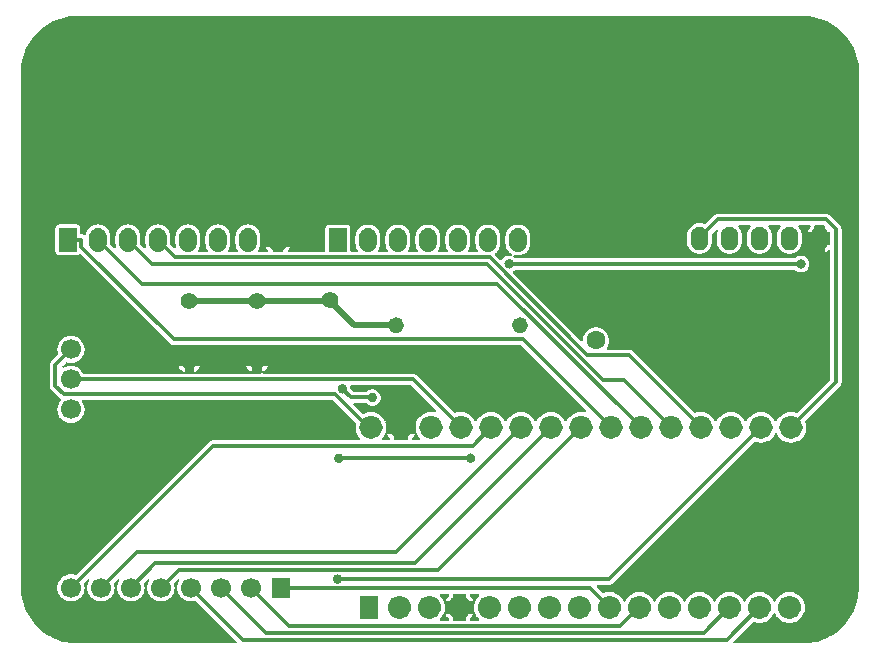
<source format=gbr>
%TF.GenerationSoftware,KiCad,Pcbnew,9.0.0*%
%TF.CreationDate,2025-06-10T00:19:27+03:00*%
%TF.ProjectId,motorControlPCB,6d6f746f-7243-46f6-9e74-726f6c504342,rev?*%
%TF.SameCoordinates,Original*%
%TF.FileFunction,Copper,L1,Top*%
%TF.FilePolarity,Positive*%
%FSLAX46Y46*%
G04 Gerber Fmt 4.6, Leading zero omitted, Abs format (unit mm)*
G04 Created by KiCad (PCBNEW 9.0.0) date 2025-06-10 00:19:27*
%MOMM*%
%LPD*%
G01*
G04 APERTURE LIST*
%TA.AperFunction,NonConductor*%
%ADD10C,0.000000*%
%TD*%
%TA.AperFunction,NonConductor*%
%ADD11C,0.650000*%
%TD*%
%TA.AperFunction,NonConductor*%
%ADD12C,1.150000*%
%TD*%
%TA.AperFunction,NonConductor*%
%ADD13C,0.700000*%
%TD*%
%TA.AperFunction,NonConductor*%
%ADD14C,1.000000*%
%TD*%
%TA.AperFunction,NonConductor*%
%ADD15C,0.400000*%
%TD*%
%TA.AperFunction,ViaPad*%
%ADD16C,2.032010*%
%TD*%
%TA.AperFunction,ViaPad*%
%ADD17C,0.406010*%
%TD*%
%TA.AperFunction,ViaPad*%
%ADD18C,0.701010*%
%TD*%
%TA.AperFunction,ViaPad*%
%ADD19C,1.400000*%
%TD*%
%TA.AperFunction,ViaPad*%
%ADD20C,1.300000*%
%TD*%
%TA.AperFunction,ViaPad*%
%ADD21C,0.800010*%
%TD*%
%TA.AperFunction,ViaPad*%
%ADD22C,0.901010*%
%TD*%
%TA.AperFunction,ViaPad*%
%ADD23C,0.915010*%
%TD*%
%TA.AperFunction,ViaPad*%
%ADD24C,0.916010*%
%TD*%
%TA.AperFunction,ViaPad*%
%ADD25C,1.600000*%
%TD*%
%TA.AperFunction,ViaPad*%
%ADD26C,1.700000*%
%TD*%
%TA.AperFunction,ViaPad*%
%ADD27C,1.101010*%
%TD*%
%TA.AperFunction,ViaPad*%
%ADD28C,1.200010*%
%TD*%
%TA.AperFunction,ViaPad*%
%ADD29C,1.800000*%
%TD*%
%TA.AperFunction,ViaPad*%
%ADD30C,2.300000*%
%TD*%
%TA.AperFunction,ViaPad*%
%ADD31C,1.501010*%
%TD*%
%TA.AperFunction,Conductor*%
%ADD32C,0.354000*%
%TD*%
%TA.AperFunction,Conductor*%
%ADD33C,0.500000*%
%TD*%
G04 APERTURE END LIST*
D10*
%TA.AperFunction,NonConductor*%
G36*
X146742380Y-107411700D02*
G01*
X146774900Y-107433540D01*
X148890720Y-109549360D01*
X148914590Y-109586950D01*
X148919670Y-109631150D01*
X148905960Y-109673310D01*
X148874970Y-109705820D01*
X148833310Y-109721570D01*
X148789120Y-109718520D01*
X148770320Y-109712430D01*
X148618430Y-109685000D01*
X148464000Y-109675850D01*
X148309560Y-109685000D01*
X148157670Y-109712430D01*
X148009840Y-109757640D01*
X147868110Y-109820120D01*
X147735010Y-109898860D01*
X147612080Y-109992340D01*
X147501340Y-110100030D01*
X147403800Y-110220430D01*
X147321500Y-110350980D01*
X147285940Y-110425660D01*
X147263080Y-110456140D01*
X147230060Y-110476460D01*
X147239210Y-110513540D01*
X147234130Y-110551640D01*
X147205170Y-110636990D01*
X147173170Y-110788370D01*
X147159450Y-110942300D01*
X147164020Y-111096730D01*
X147186880Y-111249640D01*
X147230060Y-111404580D01*
X147237680Y-111443690D01*
X147229560Y-111482300D01*
X147223970Y-111490430D01*
X147254960Y-111504650D01*
X147282900Y-111536660D01*
X147360620Y-111677370D01*
X147450540Y-111803360D01*
X147527240Y-111887180D01*
X147547560Y-111920200D01*
X147554170Y-111958800D01*
X147545530Y-111996900D01*
X147523180Y-112028400D01*
X147490670Y-112049740D01*
X147452570Y-112057360D01*
X146935420Y-112057360D01*
X146897320Y-112049740D01*
X146864810Y-112028400D01*
X146842460Y-111996900D01*
X146833820Y-111958800D01*
X146840430Y-111920200D01*
X146860750Y-111887180D01*
X146937460Y-111803360D01*
X147027370Y-111677370D01*
X147101030Y-111544280D01*
X146487370Y-111544280D01*
X146487370Y-111955760D01*
X146479750Y-111994360D01*
X146457900Y-112027380D01*
X146424880Y-112049740D01*
X146385770Y-112057360D01*
X145462220Y-112057360D01*
X145423110Y-112049740D01*
X145390090Y-112027380D01*
X145368240Y-111994360D01*
X145360620Y-111955760D01*
X145360620Y-111544280D01*
X144746960Y-111544280D01*
X144820620Y-111677370D01*
X144910540Y-111803360D01*
X144987240Y-111887180D01*
X145007560Y-111920200D01*
X145014170Y-111958800D01*
X145005530Y-111996900D01*
X144983180Y-112028400D01*
X144950670Y-112049740D01*
X144912570Y-112057360D01*
X144395420Y-112057360D01*
X144357320Y-112049740D01*
X144324810Y-112028400D01*
X144302460Y-111996900D01*
X144293820Y-111958800D01*
X144300430Y-111920200D01*
X144320750Y-111887180D01*
X144397460Y-111803360D01*
X144487370Y-111677370D01*
X144565100Y-111536660D01*
X144593540Y-111504650D01*
X144624020Y-111490430D01*
X144618440Y-111482300D01*
X144610310Y-111443690D01*
X144619960Y-111398990D01*
X144661110Y-111249640D01*
X144683970Y-111096730D01*
X144688540Y-110942300D01*
X144674820Y-110788370D01*
X144642820Y-110636990D01*
X144613860Y-110551640D01*
X144608780Y-110513540D01*
X144616910Y-110476460D01*
X144584910Y-110456140D01*
X144562050Y-110425660D01*
X144527000Y-110350980D01*
X144444190Y-110220430D01*
X144346650Y-110100030D01*
X144235910Y-109992340D01*
X144112980Y-109898860D01*
X143979880Y-109820120D01*
X143838150Y-109757640D01*
X143690320Y-109712430D01*
X143538430Y-109685000D01*
X143384000Y-109675850D01*
X143229560Y-109685000D01*
X143077670Y-109712430D01*
X142929840Y-109757640D01*
X142788110Y-109820120D01*
X142755090Y-109839430D01*
X142712930Y-109853140D01*
X142668730Y-109847560D01*
X142631650Y-109824190D01*
X141917910Y-109110450D01*
X141896060Y-109077430D01*
X141887940Y-109038310D01*
X141896060Y-108999700D01*
X141917910Y-108966680D01*
X141950930Y-108944840D01*
X141989540Y-108936710D01*
X142947620Y-108936710D01*
X142982680Y-108943320D01*
X143013660Y-108961100D01*
X143087830Y-109025100D01*
X143182320Y-109082510D01*
X143284430Y-109125180D01*
X143392120Y-109151090D01*
X143502360Y-109159720D01*
X143612600Y-109151090D01*
X143720290Y-109125180D01*
X143822400Y-109082510D01*
X143916380Y-109025100D01*
X144000710Y-108952970D01*
X144072340Y-108869150D01*
X144130250Y-108774660D01*
X144172410Y-108672550D01*
X144198320Y-108564860D01*
X144206960Y-108454620D01*
X144198320Y-108344380D01*
X144172410Y-108237200D01*
X144130250Y-108135090D01*
X144072340Y-108040600D01*
X144000710Y-107956270D01*
X143916380Y-107884640D01*
X143822400Y-107826730D01*
X143720290Y-107784570D01*
X143612600Y-107758660D01*
X143502360Y-107750020D01*
X143392120Y-107758660D01*
X143284430Y-107784570D01*
X143182320Y-107826730D01*
X143087830Y-107884640D01*
X143013660Y-107948140D01*
X142982680Y-107966430D01*
X142947620Y-107972530D01*
X141922990Y-107972530D01*
X141884380Y-107964910D01*
X141851360Y-107943060D01*
X141688800Y-107780500D01*
X141668480Y-107751040D01*
X141659340Y-107716500D01*
X141651720Y-107618960D01*
X141630380Y-107529550D01*
X141628350Y-107492980D01*
X141639520Y-107457920D01*
X141661870Y-107429480D01*
X141693370Y-107410680D01*
X141728930Y-107404080D01*
X146703270Y-107404080D01*
X146742380Y-107411700D01*
G37*
%TD.AperFunction*%
%TA.AperFunction,NonConductor*%
G36*
X146519880Y-109820120D02*
G01*
X146652980Y-109898860D01*
X146775910Y-109992340D01*
X146886650Y-110100030D01*
X146984190Y-110220430D01*
X147067000Y-110350980D01*
X147098490Y-110417530D01*
X146487370Y-110417530D01*
X146487370Y-109805900D01*
X146519880Y-109820120D01*
G37*
%TD.AperFunction*%
%TA.AperFunction,NonConductor*%
G36*
X145360620Y-110417530D02*
G01*
X144749500Y-110417530D01*
X144781500Y-110350980D01*
X144863800Y-110220430D01*
X144961340Y-110100030D01*
X145072080Y-109992340D01*
X145195010Y-109898860D01*
X145328110Y-109820120D01*
X145360620Y-109805900D01*
X145360620Y-110417530D01*
G37*
%TD.AperFunction*%
%TA.AperFunction,NonConductor*%
G36*
X149963610Y-125104830D02*
G01*
X149996630Y-125127180D01*
X150018980Y-125160200D01*
X150026100Y-125199320D01*
X150017970Y-125238430D01*
X149995620Y-125271450D01*
X149914340Y-125350190D01*
X149816800Y-125470080D01*
X149734500Y-125601140D01*
X149702500Y-125667690D01*
X150313620Y-125667690D01*
X150313620Y-125198300D01*
X150321240Y-125159690D01*
X150343090Y-125126670D01*
X150376110Y-125104830D01*
X150415220Y-125096700D01*
X151338770Y-125096700D01*
X151377880Y-125104830D01*
X151410900Y-125126670D01*
X151432750Y-125159690D01*
X151440370Y-125198300D01*
X151440370Y-125667690D01*
X152051490Y-125667690D01*
X152020000Y-125601140D01*
X151937190Y-125470080D01*
X151839660Y-125350190D01*
X151758380Y-125271450D01*
X151736020Y-125238430D01*
X151727900Y-125199320D01*
X151735010Y-125160200D01*
X151757360Y-125127180D01*
X151790380Y-125104830D01*
X151829500Y-125096700D01*
X152464500Y-125096700D01*
X152503610Y-125104830D01*
X152536630Y-125127180D01*
X152558980Y-125160200D01*
X152566100Y-125199320D01*
X152557970Y-125238430D01*
X152535620Y-125271450D01*
X152454340Y-125350190D01*
X152356800Y-125470080D01*
X152274500Y-125601140D01*
X152238940Y-125675820D01*
X152216080Y-125706300D01*
X152183060Y-125726620D01*
X152192210Y-125763700D01*
X152187130Y-125801800D01*
X152158170Y-125887150D01*
X152126170Y-126038530D01*
X152112450Y-126192460D01*
X152117020Y-126346890D01*
X152139880Y-126499800D01*
X152183060Y-126654740D01*
X152190680Y-126693340D01*
X152182560Y-126731950D01*
X152176970Y-126740590D01*
X152207960Y-126754300D01*
X152235900Y-126786820D01*
X152313620Y-126927530D01*
X152403540Y-127053010D01*
X152508180Y-127167310D01*
X152543740Y-127208970D01*
X152553900Y-127248590D01*
X152547810Y-127289230D01*
X152526470Y-127323770D01*
X152492440Y-127347140D01*
X152452810Y-127355270D01*
X151841180Y-127355270D01*
X151801560Y-127347140D01*
X151768030Y-127323770D01*
X151746180Y-127289230D01*
X151740090Y-127248590D01*
X151750250Y-127208970D01*
X151785810Y-127167310D01*
X151890460Y-127053010D01*
X151980370Y-126927530D01*
X152054030Y-126794440D01*
X151440370Y-126794440D01*
X151440370Y-127253670D01*
X151432750Y-127292280D01*
X151410900Y-127325300D01*
X151377880Y-127347650D01*
X151338770Y-127355270D01*
X150415220Y-127355270D01*
X150376110Y-127347650D01*
X150343090Y-127325300D01*
X150321240Y-127292280D01*
X150313620Y-127253670D01*
X150313620Y-126794440D01*
X149699960Y-126794440D01*
X149773620Y-126927530D01*
X149863540Y-127053010D01*
X149968180Y-127167310D01*
X150003740Y-127208970D01*
X150013900Y-127248590D01*
X150007810Y-127289230D01*
X149986470Y-127323770D01*
X149952440Y-127347140D01*
X149912810Y-127355270D01*
X149301180Y-127355270D01*
X149261560Y-127347140D01*
X149227520Y-127323770D01*
X149206180Y-127289230D01*
X149200090Y-127248590D01*
X149210250Y-127208970D01*
X149245810Y-127167310D01*
X149350460Y-127053010D01*
X149440370Y-126927530D01*
X149518100Y-126786820D01*
X149546540Y-126754300D01*
X149577020Y-126740590D01*
X149571440Y-126731950D01*
X149563310Y-126693340D01*
X149572960Y-126649150D01*
X149614110Y-126499800D01*
X149636970Y-126346890D01*
X149641540Y-126192460D01*
X149627820Y-126038530D01*
X149595820Y-125887150D01*
X149566860Y-125801800D01*
X149561780Y-125763700D01*
X149569910Y-125726620D01*
X149537910Y-125706300D01*
X149515050Y-125675820D01*
X149480000Y-125601140D01*
X149397190Y-125470080D01*
X149299660Y-125350190D01*
X149218380Y-125271450D01*
X149196020Y-125238430D01*
X149187900Y-125199320D01*
X149195010Y-125160200D01*
X149217360Y-125127180D01*
X149250380Y-125104830D01*
X149289500Y-125096700D01*
X149924500Y-125096700D01*
X149963610Y-125104830D01*
G37*
%TD.AperFunction*%
%TA.AperFunction,NonConductor*%
G36*
X180260730Y-76155980D02*
G01*
X180557400Y-76184430D01*
X180851530Y-76231160D01*
X181142110Y-76296190D01*
X181427610Y-76379500D01*
X181708020Y-76480590D01*
X181981330Y-76598960D01*
X182246500Y-76734590D01*
X182502530Y-76885980D01*
X182748920Y-77053620D01*
X182984120Y-77236500D01*
X183207640Y-77433600D01*
X183417950Y-77644420D01*
X183614550Y-77867940D01*
X183796920Y-78103140D01*
X183964050Y-78349520D01*
X184115440Y-78606060D01*
X184250560Y-78871750D01*
X184368930Y-79145050D01*
X184469510Y-79425470D01*
X184552310Y-79711470D01*
X184617340Y-80002050D01*
X184663570Y-80296180D01*
X184691510Y-80592850D01*
X184700650Y-80892570D01*
X184700650Y-124522660D01*
X184691000Y-124828980D01*
X184662550Y-125125660D01*
X184615810Y-125419280D01*
X184550790Y-125710360D01*
X184467480Y-125995860D01*
X184366390Y-126276280D01*
X184248020Y-126549580D01*
X184112390Y-126814760D01*
X183961000Y-127070790D01*
X183793360Y-127317170D01*
X183610480Y-127552370D01*
X183413380Y-127775380D01*
X183202560Y-127986200D01*
X182979040Y-128182800D01*
X182743840Y-128365170D01*
X182497460Y-128532300D01*
X182240920Y-128683690D01*
X181975230Y-128818820D01*
X181701930Y-128937180D01*
X181421510Y-129037760D01*
X181135510Y-129120570D01*
X180844930Y-129185590D01*
X180550800Y-129231820D01*
X180254130Y-129259760D01*
X179954410Y-129268900D01*
X174166250Y-129268900D01*
X174127140Y-129261280D01*
X174094120Y-129239440D01*
X174072280Y-129206420D01*
X174064660Y-129167300D01*
X174072280Y-129128700D01*
X174094120Y-129095680D01*
X175714640Y-127475160D01*
X175746640Y-127453310D01*
X175784240Y-127445190D01*
X175821830Y-127451790D01*
X175896000Y-127479220D01*
X176046360Y-127515290D01*
X176199780Y-127533580D01*
X176354210Y-127533580D01*
X176507630Y-127515290D01*
X176658000Y-127479220D01*
X176803280Y-127425370D01*
X176940440Y-127354760D01*
X177068970Y-127268400D01*
X177185810Y-127167310D01*
X177290460Y-127053010D01*
X177380370Y-126927530D01*
X177458090Y-126786820D01*
X177486540Y-126754300D01*
X177525660Y-126736520D01*
X177568840Y-126736520D01*
X177607960Y-126754300D01*
X177635900Y-126786820D01*
X177713620Y-126927530D01*
X177803530Y-127053010D01*
X177908180Y-127167310D01*
X178025020Y-127268400D01*
X178153550Y-127354760D01*
X178291220Y-127425370D01*
X178436000Y-127479220D01*
X178586360Y-127515290D01*
X178739780Y-127533580D01*
X178894210Y-127533580D01*
X179047630Y-127515290D01*
X179198000Y-127479220D01*
X179343280Y-127425370D01*
X179480440Y-127354760D01*
X179608970Y-127268400D01*
X179725810Y-127167310D01*
X179830460Y-127053010D01*
X179920370Y-126927530D01*
X179995050Y-126792400D01*
X180052960Y-126649150D01*
X180094110Y-126499800D01*
X180116970Y-126346890D01*
X180121540Y-126192460D01*
X180107820Y-126038530D01*
X180075820Y-125887150D01*
X180026030Y-125740340D01*
X179960000Y-125601140D01*
X179877190Y-125470080D01*
X179779660Y-125350190D01*
X179668910Y-125242500D01*
X179545980Y-125148520D01*
X179412880Y-125070280D01*
X179271150Y-125007800D01*
X179123320Y-124962590D01*
X178971430Y-124935160D01*
X178817000Y-124926010D01*
X178662560Y-124935160D01*
X178510670Y-124962590D01*
X178362840Y-125007800D01*
X178221110Y-125070280D01*
X178088020Y-125148520D01*
X177965080Y-125242500D01*
X177854340Y-125350190D01*
X177756800Y-125470080D01*
X177674500Y-125601140D01*
X177638940Y-125675820D01*
X177616080Y-125706300D01*
X177584080Y-125726620D01*
X177547000Y-125733730D01*
X177509910Y-125726620D01*
X177477910Y-125706300D01*
X177455050Y-125675820D01*
X177420000Y-125601140D01*
X177337190Y-125470080D01*
X177239660Y-125350190D01*
X177128910Y-125242500D01*
X177005980Y-125148520D01*
X176872880Y-125070280D01*
X176731150Y-125007800D01*
X176583320Y-124962590D01*
X176431430Y-124935160D01*
X176277000Y-124926010D01*
X176122560Y-124935160D01*
X175970670Y-124962590D01*
X175822840Y-125007800D01*
X175681110Y-125070280D01*
X175548020Y-125148520D01*
X175425080Y-125242500D01*
X175314340Y-125350190D01*
X175216800Y-125470080D01*
X175134500Y-125601140D01*
X175098940Y-125675820D01*
X175076080Y-125706300D01*
X175044080Y-125726620D01*
X175007000Y-125733730D01*
X174969910Y-125726620D01*
X174937910Y-125706300D01*
X174915050Y-125675820D01*
X174880000Y-125601140D01*
X174797190Y-125470080D01*
X174699660Y-125350190D01*
X174588910Y-125242500D01*
X174465980Y-125148520D01*
X174332880Y-125070280D01*
X174191150Y-125007800D01*
X174043320Y-124962590D01*
X173891430Y-124935160D01*
X173737000Y-124926010D01*
X173582560Y-124935160D01*
X173430670Y-124962590D01*
X173282840Y-125007800D01*
X173141110Y-125070280D01*
X173008020Y-125148520D01*
X172885080Y-125242500D01*
X172774340Y-125350190D01*
X172676800Y-125470080D01*
X172594500Y-125601140D01*
X172558940Y-125675820D01*
X172536080Y-125706300D01*
X172504080Y-125726620D01*
X172467000Y-125733730D01*
X172429910Y-125726620D01*
X172397910Y-125706300D01*
X172375050Y-125675820D01*
X172340000Y-125601140D01*
X172257190Y-125470080D01*
X172159660Y-125350190D01*
X172048910Y-125242500D01*
X171925980Y-125148520D01*
X171792880Y-125070280D01*
X171651150Y-125007800D01*
X171503320Y-124962590D01*
X171351430Y-124935160D01*
X171197000Y-124926010D01*
X171042560Y-124935160D01*
X170890670Y-124962590D01*
X170742840Y-125007800D01*
X170601110Y-125070280D01*
X170468020Y-125148520D01*
X170345080Y-125242500D01*
X170234340Y-125350190D01*
X170136800Y-125470080D01*
X170054500Y-125601140D01*
X170018940Y-125675820D01*
X169996080Y-125706300D01*
X169964080Y-125726620D01*
X169927000Y-125733730D01*
X169889910Y-125726620D01*
X169857910Y-125706300D01*
X169835050Y-125675820D01*
X169800000Y-125601140D01*
X169717190Y-125470080D01*
X169619660Y-125350190D01*
X169508910Y-125242500D01*
X169385980Y-125148520D01*
X169252880Y-125070280D01*
X169111150Y-125007800D01*
X168963320Y-124962590D01*
X168811430Y-124935160D01*
X168657000Y-124926010D01*
X168502560Y-124935160D01*
X168350670Y-124962590D01*
X168202840Y-125007800D01*
X168061110Y-125070280D01*
X167928020Y-125148520D01*
X167805080Y-125242500D01*
X167694340Y-125350190D01*
X167596800Y-125470080D01*
X167514500Y-125601140D01*
X167478940Y-125675820D01*
X167456080Y-125706300D01*
X167424080Y-125726620D01*
X167387000Y-125733730D01*
X167349910Y-125726620D01*
X167317910Y-125706300D01*
X167295050Y-125675820D01*
X167260000Y-125601140D01*
X167177190Y-125470080D01*
X167079660Y-125350190D01*
X166968910Y-125242500D01*
X166845980Y-125148520D01*
X166712880Y-125070280D01*
X166571150Y-125007800D01*
X166423320Y-124962590D01*
X166271430Y-124935160D01*
X166117000Y-124926010D01*
X165962560Y-124935160D01*
X165810670Y-124962590D01*
X165662840Y-125007800D01*
X165521110Y-125070280D01*
X165388020Y-125148520D01*
X165265080Y-125242500D01*
X165154340Y-125350190D01*
X165056800Y-125470080D01*
X164974500Y-125601140D01*
X164938940Y-125675820D01*
X164916080Y-125706300D01*
X164884080Y-125726620D01*
X164847000Y-125733730D01*
X164809910Y-125726620D01*
X164777910Y-125706300D01*
X164755050Y-125675820D01*
X164720000Y-125601140D01*
X164637190Y-125470080D01*
X164539660Y-125350190D01*
X164428910Y-125242500D01*
X164305980Y-125148520D01*
X164172880Y-125070280D01*
X164031150Y-125007800D01*
X163883320Y-124962590D01*
X163731430Y-124935160D01*
X163577000Y-124926010D01*
X163422560Y-124935160D01*
X163270670Y-124962590D01*
X163114720Y-125010340D01*
X163078650Y-125014910D01*
X163043090Y-125005770D01*
X163013120Y-124985450D01*
X162519340Y-124491670D01*
X162497500Y-124458650D01*
X162489880Y-124420040D01*
X162497500Y-124380930D01*
X162519340Y-124347910D01*
X162552360Y-124326060D01*
X162591480Y-124318440D01*
X163567340Y-124317940D01*
X163658780Y-124305240D01*
X163743110Y-124276790D01*
X163820840Y-124233610D01*
X163892970Y-124173660D01*
X175841640Y-112225000D01*
X175873640Y-112203150D01*
X175911240Y-112195020D01*
X175948830Y-112201630D01*
X176023000Y-112229060D01*
X176173360Y-112265130D01*
X176326780Y-112283420D01*
X176481210Y-112283420D01*
X176634630Y-112265130D01*
X176785000Y-112229060D01*
X176930280Y-112175210D01*
X177067440Y-112104600D01*
X177195970Y-112018240D01*
X177312810Y-111917150D01*
X177417460Y-111803360D01*
X177507370Y-111677370D01*
X177585090Y-111536660D01*
X177613540Y-111504650D01*
X177652660Y-111486870D01*
X177695840Y-111486870D01*
X177734960Y-111504650D01*
X177762900Y-111536660D01*
X177840620Y-111677370D01*
X177930530Y-111803360D01*
X178035180Y-111917150D01*
X178152020Y-112018240D01*
X178280550Y-112104600D01*
X178418220Y-112175210D01*
X178563000Y-112229060D01*
X178713360Y-112265130D01*
X178866780Y-112283420D01*
X179021210Y-112283420D01*
X179174630Y-112265130D01*
X179325000Y-112229060D01*
X179470280Y-112175210D01*
X179607440Y-112104600D01*
X179735970Y-112018240D01*
X179852810Y-111917150D01*
X179957460Y-111803360D01*
X180047370Y-111677370D01*
X180122050Y-111542240D01*
X180179960Y-111398990D01*
X180221110Y-111249640D01*
X180243970Y-111096730D01*
X180248540Y-110942300D01*
X180234820Y-110788370D01*
X180202820Y-110636990D01*
X180164210Y-110522690D01*
X180158620Y-110485600D01*
X180167260Y-110449030D01*
X180188590Y-110418040D01*
X183101980Y-107503640D01*
X183157860Y-107429980D01*
X183197480Y-107350230D01*
X183221860Y-107264880D01*
X183230500Y-107171920D01*
X183229990Y-94192520D01*
X183217290Y-94101080D01*
X183188840Y-94016750D01*
X183145660Y-93939030D01*
X183085720Y-93866890D01*
X182242950Y-93024630D01*
X182169290Y-92969260D01*
X182089530Y-92929630D01*
X182004190Y-92905250D01*
X181911220Y-92896610D01*
X172783480Y-92897120D01*
X172692040Y-92909820D01*
X172607710Y-92938270D01*
X172529990Y-92981450D01*
X172457850Y-93040890D01*
X171745130Y-93753610D01*
X171710080Y-93776470D01*
X171668930Y-93783580D01*
X171628290Y-93772910D01*
X171600860Y-93759200D01*
X171469790Y-93715000D01*
X171334660Y-93688080D01*
X171197000Y-93678930D01*
X171059330Y-93688080D01*
X170924200Y-93715000D01*
X170793140Y-93759200D01*
X170669690Y-93820670D01*
X170554880Y-93896860D01*
X170451250Y-93988300D01*
X170360320Y-94091940D01*
X170283610Y-94206740D01*
X170222650Y-94330190D01*
X170177950Y-94460740D01*
X170151020Y-94596380D01*
X170141880Y-94737100D01*
X170141880Y-95230870D01*
X170151020Y-95371590D01*
X170177950Y-95507230D01*
X170222650Y-95637780D01*
X170283610Y-95761230D01*
X170360320Y-95876030D01*
X170451250Y-95979670D01*
X170554880Y-96071100D01*
X170669690Y-96147300D01*
X170793140Y-96208770D01*
X170924200Y-96252970D01*
X171059330Y-96279890D01*
X171197000Y-96289040D01*
X171334660Y-96279890D01*
X171469790Y-96252970D01*
X171600860Y-96208770D01*
X171724300Y-96147300D01*
X171839110Y-96071100D01*
X171942740Y-95979670D01*
X172033670Y-95876030D01*
X172110380Y-95761230D01*
X172171340Y-95637780D01*
X172216040Y-95507230D01*
X172242970Y-95371590D01*
X172252110Y-95230870D01*
X172252110Y-94737100D01*
X172247540Y-94664450D01*
X172253640Y-94621780D01*
X172277000Y-94585710D01*
X172572660Y-94290060D01*
X172610760Y-94266180D01*
X172655460Y-94261100D01*
X172698140Y-94275830D01*
X172730140Y-94307330D01*
X172745380Y-94350000D01*
X172740810Y-94394700D01*
X172717950Y-94460740D01*
X172691020Y-94596380D01*
X172681880Y-94737100D01*
X172681880Y-95230870D01*
X172691020Y-95371590D01*
X172717950Y-95507230D01*
X172762650Y-95637780D01*
X172823610Y-95761230D01*
X172900320Y-95876030D01*
X172991250Y-95979670D01*
X173094880Y-96071100D01*
X173209690Y-96147300D01*
X173333140Y-96208770D01*
X173464200Y-96252970D01*
X173599330Y-96279890D01*
X173737000Y-96289040D01*
X173874660Y-96279890D01*
X174009790Y-96252970D01*
X174140860Y-96208770D01*
X174264300Y-96147300D01*
X174379110Y-96071100D01*
X174482740Y-95979670D01*
X174573670Y-95876030D01*
X174650380Y-95761230D01*
X174711340Y-95637780D01*
X174756040Y-95507230D01*
X174782970Y-95371590D01*
X174792110Y-95230870D01*
X174792110Y-94737100D01*
X174782970Y-94596380D01*
X174756040Y-94460740D01*
X174711340Y-94330190D01*
X174650380Y-94206740D01*
X174573670Y-94091940D01*
X174518810Y-94029450D01*
X174499500Y-93995920D01*
X174493920Y-93957820D01*
X174503060Y-93920230D01*
X174525410Y-93888740D01*
X174557420Y-93867910D01*
X174595520Y-93860800D01*
X175418480Y-93860800D01*
X175456580Y-93867910D01*
X175488580Y-93888740D01*
X175510930Y-93920230D01*
X175520080Y-93957820D01*
X175514490Y-93995920D01*
X175495180Y-94029450D01*
X175440320Y-94091940D01*
X175363610Y-94206740D01*
X175302650Y-94330190D01*
X175257950Y-94460740D01*
X175231020Y-94596380D01*
X175221880Y-94737100D01*
X175221880Y-95230870D01*
X175231020Y-95371590D01*
X175257950Y-95507230D01*
X175302650Y-95637780D01*
X175363610Y-95761230D01*
X175440320Y-95876030D01*
X175531250Y-95979670D01*
X175634880Y-96071100D01*
X175749690Y-96147300D01*
X175873140Y-96208770D01*
X176004200Y-96252970D01*
X176139330Y-96279890D01*
X176277000Y-96289040D01*
X176414660Y-96279890D01*
X176549790Y-96252970D01*
X176680860Y-96208770D01*
X176804300Y-96147300D01*
X176919110Y-96071100D01*
X177022740Y-95979670D01*
X177113670Y-95876030D01*
X177190380Y-95761230D01*
X177251340Y-95637780D01*
X177296040Y-95507230D01*
X177322970Y-95371590D01*
X177332110Y-95230870D01*
X177332110Y-94737100D01*
X177322970Y-94596380D01*
X177296040Y-94460740D01*
X177251340Y-94330190D01*
X177190380Y-94206740D01*
X177113670Y-94091940D01*
X177058810Y-94029450D01*
X177039500Y-93995920D01*
X177033920Y-93957820D01*
X177043060Y-93920230D01*
X177065410Y-93888740D01*
X177097420Y-93867910D01*
X177135520Y-93860800D01*
X177958480Y-93860800D01*
X177996580Y-93867910D01*
X178028580Y-93888740D01*
X178050930Y-93920230D01*
X178060080Y-93957820D01*
X178054490Y-93995920D01*
X178035180Y-94029450D01*
X177980320Y-94091940D01*
X177903610Y-94206740D01*
X177842650Y-94330190D01*
X177797950Y-94460740D01*
X177771020Y-94596380D01*
X177761880Y-94737100D01*
X177761880Y-95230870D01*
X177771020Y-95371590D01*
X177797950Y-95507230D01*
X177842650Y-95637780D01*
X177903610Y-95761230D01*
X177980320Y-95876030D01*
X178071250Y-95979670D01*
X178174880Y-96071100D01*
X178289690Y-96147300D01*
X178413140Y-96208770D01*
X178544200Y-96252970D01*
X178679330Y-96279890D01*
X178817000Y-96289040D01*
X178954660Y-96279890D01*
X179089790Y-96252970D01*
X179220860Y-96208770D01*
X179344300Y-96147300D01*
X179459110Y-96071100D01*
X179562740Y-95979670D01*
X179653670Y-95876030D01*
X179730380Y-95761230D01*
X179791340Y-95637780D01*
X179836040Y-95507230D01*
X179862970Y-95371590D01*
X179872110Y-95230870D01*
X179872110Y-94737100D01*
X179862970Y-94596380D01*
X179836040Y-94460740D01*
X179791340Y-94330190D01*
X179730380Y-94206740D01*
X179653670Y-94091940D01*
X179598810Y-94029450D01*
X179579500Y-93995920D01*
X179573920Y-93957820D01*
X179583060Y-93920230D01*
X179605410Y-93888740D01*
X179637420Y-93867910D01*
X179675520Y-93860800D01*
X180498480Y-93860800D01*
X180536580Y-93867910D01*
X180568580Y-93888740D01*
X180590930Y-93920230D01*
X180600080Y-93957820D01*
X180594490Y-93995920D01*
X180575180Y-94029450D01*
X180520320Y-94091940D01*
X180443610Y-94206740D01*
X180382650Y-94330190D01*
X180351660Y-94420610D01*
X180918590Y-94420610D01*
X180918590Y-93962400D01*
X180926210Y-93923280D01*
X180948060Y-93890260D01*
X180981080Y-93868420D01*
X181020190Y-93860800D01*
X181673990Y-93860800D01*
X181713100Y-93868420D01*
X181745620Y-93890260D01*
X181765940Y-93910580D01*
X181787780Y-93943090D01*
X181795400Y-93982210D01*
X181795400Y-94420610D01*
X182164720Y-94420610D01*
X182203830Y-94428230D01*
X182236340Y-94450080D01*
X182258700Y-94483100D01*
X182266310Y-94522210D01*
X182266310Y-95445760D01*
X182258700Y-95484870D01*
X182236340Y-95517890D01*
X182203830Y-95539740D01*
X182164720Y-95547360D01*
X181795400Y-95547360D01*
X181795400Y-96191500D01*
X181884300Y-96147300D01*
X181999110Y-96071100D01*
X182097660Y-95984240D01*
X182131190Y-95964930D01*
X182169290Y-95959340D01*
X182206880Y-95968490D01*
X182237870Y-95990330D01*
X182259200Y-96022840D01*
X182266310Y-96060950D01*
X182266310Y-106934680D01*
X182258700Y-106973290D01*
X182236340Y-107006310D01*
X179507880Y-109735290D01*
X179477900Y-109756120D01*
X179442340Y-109764750D01*
X179406280Y-109760690D01*
X179250320Y-109712430D01*
X179098430Y-109685000D01*
X178944000Y-109675850D01*
X178789560Y-109685000D01*
X178637670Y-109712430D01*
X178489840Y-109757640D01*
X178348110Y-109820120D01*
X178215020Y-109898860D01*
X178092080Y-109992340D01*
X177981340Y-110100030D01*
X177883800Y-110220430D01*
X177801500Y-110350980D01*
X177765940Y-110425660D01*
X177743080Y-110456140D01*
X177711080Y-110476460D01*
X177674000Y-110483570D01*
X177636910Y-110476460D01*
X177604910Y-110456140D01*
X177582050Y-110425660D01*
X177547000Y-110350980D01*
X177464190Y-110220430D01*
X177366660Y-110100030D01*
X177255910Y-109992340D01*
X177132980Y-109898860D01*
X176999880Y-109820120D01*
X176858150Y-109757640D01*
X176710320Y-109712430D01*
X176558430Y-109685000D01*
X176404000Y-109675850D01*
X176249560Y-109685000D01*
X176097670Y-109712430D01*
X175949840Y-109757640D01*
X175808110Y-109820120D01*
X175675020Y-109898860D01*
X175552080Y-109992340D01*
X175441340Y-110100030D01*
X175343800Y-110220430D01*
X175261500Y-110350980D01*
X175225940Y-110425660D01*
X175203080Y-110456140D01*
X175171080Y-110476460D01*
X175134000Y-110483570D01*
X175096910Y-110476460D01*
X175064910Y-110456140D01*
X175042050Y-110425660D01*
X175007000Y-110350980D01*
X174924190Y-110220430D01*
X174826660Y-110100030D01*
X174715910Y-109992340D01*
X174592980Y-109898860D01*
X174459880Y-109820120D01*
X174318150Y-109757640D01*
X174170320Y-109712430D01*
X174018430Y-109685000D01*
X173864000Y-109675850D01*
X173709560Y-109685000D01*
X173557670Y-109712430D01*
X173409840Y-109757640D01*
X173268110Y-109820120D01*
X173135020Y-109898860D01*
X173012080Y-109992340D01*
X172901340Y-110100030D01*
X172803800Y-110220430D01*
X172721500Y-110350980D01*
X172685940Y-110425660D01*
X172663080Y-110456140D01*
X172631080Y-110476460D01*
X172594000Y-110483570D01*
X172556910Y-110476460D01*
X172524910Y-110456140D01*
X172502050Y-110425660D01*
X172467000Y-110350980D01*
X172384190Y-110220430D01*
X172286660Y-110100030D01*
X172175910Y-109992340D01*
X172052980Y-109898860D01*
X171919880Y-109820120D01*
X171778150Y-109757640D01*
X171630320Y-109712430D01*
X171478430Y-109685000D01*
X171324000Y-109675850D01*
X171169560Y-109685000D01*
X171017670Y-109712430D01*
X170861720Y-109760690D01*
X170825650Y-109764750D01*
X170790090Y-109756120D01*
X170760120Y-109735290D01*
X165548040Y-104523720D01*
X165474380Y-104468340D01*
X165394620Y-104428720D01*
X165309280Y-104404340D01*
X165216310Y-104395700D01*
X163433740Y-104395700D01*
X163392080Y-104386560D01*
X163357540Y-104361160D01*
X163336710Y-104324070D01*
X163332650Y-104281910D01*
X163346870Y-104241270D01*
X163413420Y-104131030D01*
X163470820Y-104001490D01*
X163510960Y-103865860D01*
X163533820Y-103726160D01*
X163538390Y-103584420D01*
X163524670Y-103443710D01*
X163493180Y-103305530D01*
X163444410Y-103172950D01*
X163378880Y-103047470D01*
X163297600Y-102931140D01*
X163202600Y-102826490D01*
X163094900Y-102734540D01*
X162976030Y-102657320D01*
X162848520Y-102595860D01*
X162714410Y-102551150D01*
X162575220Y-102524230D01*
X162434000Y-102515080D01*
X162292770Y-102524230D01*
X162153580Y-102551150D01*
X162019470Y-102595860D01*
X161891960Y-102657320D01*
X161773090Y-102734540D01*
X161665390Y-102826490D01*
X161570400Y-102931140D01*
X161489120Y-103047470D01*
X161423580Y-103172950D01*
X161374820Y-103305530D01*
X161343320Y-103443710D01*
X161330110Y-103578330D01*
X161319440Y-103614400D01*
X161296080Y-103644880D01*
X161263560Y-103664180D01*
X161225970Y-103669770D01*
X161188890Y-103661640D01*
X161157390Y-103640300D01*
X155423600Y-97906510D01*
X155402770Y-97876540D01*
X155394130Y-97840980D01*
X155398200Y-97804400D01*
X155414960Y-97772400D01*
X155442390Y-97748010D01*
X155499290Y-97712960D01*
X155573960Y-97648950D01*
X155604950Y-97631170D01*
X155640000Y-97624570D01*
X179242190Y-97624570D01*
X179277240Y-97631170D01*
X179308230Y-97648950D01*
X179382400Y-97712960D01*
X179476890Y-97770360D01*
X179579000Y-97813040D01*
X179686690Y-97838950D01*
X179796930Y-97847580D01*
X179907160Y-97838950D01*
X180014860Y-97813040D01*
X180116970Y-97770360D01*
X180210950Y-97712960D01*
X180295280Y-97640820D01*
X180366900Y-97557000D01*
X180424810Y-97462520D01*
X180466980Y-97360410D01*
X180492890Y-97252710D01*
X180501520Y-97142480D01*
X180492890Y-97032240D01*
X180466980Y-96925050D01*
X180424810Y-96822950D01*
X180366900Y-96728460D01*
X180295280Y-96644130D01*
X180210950Y-96572500D01*
X180116970Y-96514590D01*
X180014860Y-96472420D01*
X179907160Y-96446520D01*
X179796930Y-96437880D01*
X179686690Y-96446520D01*
X179579000Y-96472420D01*
X179476890Y-96514590D01*
X179382400Y-96572500D01*
X179308230Y-96636000D01*
X179277240Y-96654290D01*
X179242190Y-96660390D01*
X155640000Y-96660390D01*
X155604950Y-96654290D01*
X155573960Y-96636000D01*
X155462200Y-96540500D01*
X155445440Y-96503410D01*
X155444420Y-96463280D01*
X155459160Y-96426200D01*
X155487600Y-96397240D01*
X155524180Y-96381490D01*
X155564310Y-96381490D01*
X155692330Y-96406890D01*
X155830000Y-96416040D01*
X155967660Y-96406890D01*
X156102790Y-96379970D01*
X156233860Y-96335770D01*
X156357300Y-96274300D01*
X156472110Y-96198100D01*
X156575740Y-96106670D01*
X156666670Y-96003030D01*
X156743380Y-95888230D01*
X156804340Y-95764780D01*
X156849040Y-95634230D01*
X156875970Y-95498590D01*
X156885110Y-95357870D01*
X156885110Y-94864100D01*
X156875970Y-94723380D01*
X156849040Y-94587740D01*
X156804340Y-94457190D01*
X156743380Y-94333740D01*
X156666670Y-94218940D01*
X156575740Y-94115300D01*
X156472110Y-94023860D01*
X156357300Y-93947670D01*
X156233860Y-93886200D01*
X156102790Y-93842000D01*
X155967660Y-93815080D01*
X155830000Y-93805930D01*
X155692330Y-93815080D01*
X155557200Y-93842000D01*
X155426140Y-93886200D01*
X155302690Y-93947670D01*
X155187880Y-94023860D01*
X155084250Y-94115300D01*
X154993320Y-94218940D01*
X154916610Y-94333740D01*
X154855650Y-94457190D01*
X154810950Y-94587740D01*
X154784020Y-94723380D01*
X154774880Y-94864100D01*
X154774880Y-95357870D01*
X154784020Y-95498590D01*
X154810950Y-95634230D01*
X154855650Y-95764780D01*
X154916610Y-95888230D01*
X154993320Y-96003030D01*
X155084250Y-96106670D01*
X155187880Y-96198100D01*
X155291520Y-96267190D01*
X155319960Y-96295640D01*
X155334700Y-96332730D01*
X155334190Y-96372860D01*
X155318440Y-96409940D01*
X155288980Y-96437370D01*
X155251380Y-96451600D01*
X155211250Y-96450580D01*
X155195500Y-96446520D01*
X155085270Y-96437880D01*
X154975030Y-96446520D01*
X154867340Y-96472420D01*
X154765230Y-96514590D01*
X154670740Y-96572500D01*
X154586920Y-96644130D01*
X154515290Y-96728460D01*
X154480240Y-96785860D01*
X154455860Y-96812780D01*
X154423340Y-96829550D01*
X154386770Y-96834120D01*
X154351720Y-96824980D01*
X154321740Y-96804150D01*
X153889440Y-96372350D01*
X153865560Y-96334760D01*
X153860480Y-96290560D01*
X153874200Y-96248400D01*
X153905180Y-96215890D01*
X153932110Y-96198100D01*
X154035740Y-96106670D01*
X154126670Y-96003030D01*
X154203380Y-95888230D01*
X154264340Y-95764780D01*
X154309040Y-95634230D01*
X154335970Y-95498590D01*
X154345110Y-95357870D01*
X154345110Y-94864100D01*
X154335970Y-94723380D01*
X154309040Y-94587740D01*
X154264340Y-94457190D01*
X154203380Y-94333740D01*
X154126670Y-94218940D01*
X154035740Y-94115300D01*
X153932110Y-94023860D01*
X153817300Y-93947670D01*
X153693860Y-93886200D01*
X153562790Y-93842000D01*
X153427660Y-93815080D01*
X153290000Y-93805930D01*
X153152330Y-93815080D01*
X153017200Y-93842000D01*
X152886140Y-93886200D01*
X152762690Y-93947670D01*
X152647880Y-94023860D01*
X152544250Y-94115300D01*
X152453320Y-94218940D01*
X152376610Y-94333740D01*
X152315650Y-94457190D01*
X152270950Y-94587740D01*
X152244020Y-94723380D01*
X152234880Y-94864100D01*
X152234880Y-95357870D01*
X152244020Y-95498590D01*
X152270950Y-95634230D01*
X152315650Y-95764780D01*
X152376610Y-95888230D01*
X152416240Y-95948170D01*
X152432490Y-95988810D01*
X152429950Y-96032500D01*
X152409120Y-96070600D01*
X152374580Y-96097010D01*
X152331910Y-96106160D01*
X151708080Y-96106160D01*
X151665410Y-96097010D01*
X151630870Y-96070600D01*
X151610040Y-96032500D01*
X151607500Y-95988810D01*
X151623760Y-95948170D01*
X151663380Y-95888230D01*
X151724340Y-95764780D01*
X151769040Y-95634230D01*
X151795970Y-95498590D01*
X151805110Y-95357870D01*
X151805110Y-94864100D01*
X151795970Y-94723380D01*
X151769040Y-94587740D01*
X151724340Y-94457190D01*
X151663380Y-94333740D01*
X151586670Y-94218940D01*
X151495740Y-94115300D01*
X151392110Y-94023860D01*
X151277300Y-93947670D01*
X151153860Y-93886200D01*
X151022790Y-93842000D01*
X150887660Y-93815080D01*
X150750000Y-93805930D01*
X150612330Y-93815080D01*
X150477200Y-93842000D01*
X150346140Y-93886200D01*
X150222690Y-93947670D01*
X150107880Y-94023860D01*
X150004250Y-94115300D01*
X149913320Y-94218940D01*
X149836610Y-94333740D01*
X149775650Y-94457190D01*
X149730950Y-94587740D01*
X149704020Y-94723380D01*
X149694880Y-94864100D01*
X149694880Y-95357870D01*
X149704020Y-95498590D01*
X149730950Y-95634230D01*
X149775650Y-95764780D01*
X149836610Y-95888230D01*
X149876240Y-95948170D01*
X149892490Y-95988810D01*
X149889950Y-96032500D01*
X149869120Y-96070600D01*
X149834580Y-96097010D01*
X149791910Y-96106160D01*
X149168080Y-96106160D01*
X149125410Y-96097010D01*
X149090870Y-96070600D01*
X149070040Y-96032500D01*
X149067500Y-95988810D01*
X149083760Y-95948170D01*
X149123380Y-95888230D01*
X149184340Y-95764780D01*
X149229040Y-95634230D01*
X149255970Y-95498590D01*
X149265110Y-95357870D01*
X149265110Y-94864100D01*
X149255970Y-94723380D01*
X149229040Y-94587740D01*
X149184340Y-94457190D01*
X149123380Y-94333740D01*
X149046670Y-94218940D01*
X148955740Y-94115300D01*
X148852110Y-94023860D01*
X148737300Y-93947670D01*
X148613860Y-93886200D01*
X148482790Y-93842000D01*
X148347660Y-93815080D01*
X148210000Y-93805930D01*
X148072330Y-93815080D01*
X147937200Y-93842000D01*
X147806140Y-93886200D01*
X147682690Y-93947670D01*
X147567880Y-94023860D01*
X147464250Y-94115300D01*
X147373320Y-94218940D01*
X147296610Y-94333740D01*
X147235650Y-94457190D01*
X147190950Y-94587740D01*
X147164020Y-94723380D01*
X147154880Y-94864100D01*
X147154880Y-95357870D01*
X147164020Y-95498590D01*
X147190950Y-95634230D01*
X147235650Y-95764780D01*
X147296610Y-95888230D01*
X147336240Y-95948170D01*
X147352490Y-95988810D01*
X147349950Y-96032500D01*
X147329120Y-96070600D01*
X147294580Y-96097010D01*
X147251910Y-96106160D01*
X146628080Y-96106160D01*
X146585410Y-96097010D01*
X146550870Y-96070600D01*
X146530040Y-96032500D01*
X146527500Y-95988810D01*
X146543760Y-95948170D01*
X146583380Y-95888230D01*
X146644340Y-95764780D01*
X146689040Y-95634230D01*
X146715970Y-95498590D01*
X146725110Y-95357870D01*
X146725110Y-94864100D01*
X146715970Y-94723380D01*
X146689040Y-94587740D01*
X146644340Y-94457190D01*
X146583380Y-94333740D01*
X146506670Y-94218940D01*
X146415740Y-94115300D01*
X146312110Y-94023860D01*
X146197300Y-93947670D01*
X146073860Y-93886200D01*
X145942790Y-93842000D01*
X145807660Y-93815080D01*
X145670000Y-93805930D01*
X145532330Y-93815080D01*
X145397200Y-93842000D01*
X145266140Y-93886200D01*
X145142690Y-93947670D01*
X145027880Y-94023860D01*
X144924250Y-94115300D01*
X144833320Y-94218940D01*
X144756610Y-94333740D01*
X144695650Y-94457190D01*
X144650950Y-94587740D01*
X144624020Y-94723380D01*
X144614880Y-94864100D01*
X144614880Y-95357870D01*
X144624020Y-95498590D01*
X144650950Y-95634230D01*
X144695650Y-95764780D01*
X144756610Y-95888230D01*
X144796240Y-95948170D01*
X144812490Y-95988810D01*
X144809950Y-96032500D01*
X144789120Y-96070600D01*
X144754580Y-96097010D01*
X144711910Y-96106160D01*
X144088080Y-96106160D01*
X144045410Y-96097010D01*
X144010870Y-96070600D01*
X143990040Y-96032500D01*
X143987500Y-95988810D01*
X144003760Y-95948170D01*
X144043380Y-95888230D01*
X144104340Y-95764780D01*
X144149040Y-95634230D01*
X144175970Y-95498590D01*
X144185110Y-95357870D01*
X144185110Y-94864100D01*
X144175970Y-94723380D01*
X144149040Y-94587740D01*
X144104340Y-94457190D01*
X144043380Y-94333740D01*
X143966670Y-94218940D01*
X143875740Y-94115300D01*
X143772110Y-94023860D01*
X143657300Y-93947670D01*
X143533860Y-93886200D01*
X143402790Y-93842000D01*
X143267660Y-93815080D01*
X143130000Y-93805930D01*
X142992330Y-93815080D01*
X142857200Y-93842000D01*
X142726140Y-93886200D01*
X142602690Y-93947670D01*
X142487880Y-94023860D01*
X142384250Y-94115300D01*
X142293320Y-94218940D01*
X142216610Y-94333740D01*
X142155650Y-94457190D01*
X142110950Y-94587740D01*
X142084020Y-94723380D01*
X142074880Y-94864100D01*
X142074880Y-95357870D01*
X142084020Y-95498590D01*
X142110950Y-95634230D01*
X142155650Y-95764780D01*
X142216610Y-95888230D01*
X142256240Y-95948170D01*
X142272490Y-95988810D01*
X142269950Y-96032500D01*
X142249120Y-96070600D01*
X142214580Y-96097010D01*
X142171910Y-96106160D01*
X141746710Y-96106160D01*
X141707600Y-96098540D01*
X141675080Y-96076690D01*
X141652730Y-96043670D01*
X141645110Y-96004560D01*
X141645110Y-94115810D01*
X141638510Y-94051800D01*
X141621240Y-93994400D01*
X141593290Y-93941570D01*
X141555200Y-93895850D01*
X141508970Y-93857750D01*
X141456640Y-93829810D01*
X141399240Y-93812030D01*
X141335230Y-93805930D01*
X139844760Y-93805930D01*
X139780750Y-93812030D01*
X139723350Y-93829810D01*
X139671020Y-93857750D01*
X139624790Y-93895850D01*
X139586700Y-93941570D01*
X139558760Y-93994400D01*
X139541480Y-94051800D01*
X139534880Y-94115810D01*
X139534880Y-96004560D01*
X139527260Y-96043670D01*
X139504910Y-96076690D01*
X139472400Y-96098540D01*
X139433280Y-96106160D01*
X136468080Y-96106160D01*
X136425410Y-96097010D01*
X136390870Y-96070600D01*
X136370040Y-96032500D01*
X136367500Y-95988810D01*
X136383760Y-95948170D01*
X136423380Y-95888230D01*
X136484340Y-95764780D01*
X136515330Y-95674360D01*
X135948400Y-95674360D01*
X135948400Y-96004560D01*
X135940780Y-96043670D01*
X135918940Y-96076690D01*
X135885920Y-96098540D01*
X135846800Y-96106160D01*
X135173190Y-96106160D01*
X135134080Y-96098540D01*
X135101060Y-96076690D01*
X135079210Y-96043670D01*
X135071590Y-96004560D01*
X135071590Y-95674360D01*
X134504660Y-95674360D01*
X134535650Y-95764780D01*
X134596610Y-95888230D01*
X134636240Y-95948170D01*
X134652490Y-95988810D01*
X134649950Y-96032500D01*
X134629120Y-96070600D01*
X134594580Y-96097010D01*
X134551910Y-96106160D01*
X133928080Y-96106160D01*
X133885410Y-96097010D01*
X133850870Y-96070600D01*
X133830040Y-96032500D01*
X133827500Y-95988810D01*
X133843760Y-95948170D01*
X133883380Y-95888230D01*
X133944340Y-95764780D01*
X133989040Y-95634230D01*
X134015970Y-95498590D01*
X134025110Y-95357870D01*
X134025110Y-94864100D01*
X134015970Y-94723380D01*
X133989040Y-94587740D01*
X133944340Y-94457190D01*
X133883380Y-94333740D01*
X133806670Y-94218940D01*
X133715740Y-94115300D01*
X133612110Y-94023860D01*
X133497300Y-93947670D01*
X133373860Y-93886200D01*
X133242790Y-93842000D01*
X133107660Y-93815080D01*
X132970000Y-93805930D01*
X132832330Y-93815080D01*
X132697200Y-93842000D01*
X132566140Y-93886200D01*
X132442690Y-93947670D01*
X132327880Y-94023860D01*
X132224250Y-94115300D01*
X132133320Y-94218940D01*
X132056610Y-94333740D01*
X131995650Y-94457190D01*
X131950950Y-94587740D01*
X131924020Y-94723380D01*
X131914880Y-94864100D01*
X131914880Y-95357870D01*
X131924020Y-95498590D01*
X131950950Y-95634230D01*
X131995650Y-95764780D01*
X132056610Y-95888230D01*
X132096240Y-95948170D01*
X132112490Y-95988810D01*
X132109950Y-96032500D01*
X132089120Y-96070600D01*
X132054580Y-96097010D01*
X132011910Y-96106160D01*
X131388080Y-96106160D01*
X131345410Y-96097010D01*
X131310870Y-96070600D01*
X131290040Y-96032500D01*
X131287500Y-95988810D01*
X131303760Y-95948170D01*
X131343380Y-95888230D01*
X131404340Y-95764780D01*
X131449040Y-95634230D01*
X131475970Y-95498590D01*
X131485110Y-95357870D01*
X131485110Y-94864100D01*
X131475970Y-94723380D01*
X131449040Y-94587740D01*
X131404340Y-94457190D01*
X131343380Y-94333740D01*
X131266670Y-94218940D01*
X131175740Y-94115300D01*
X131072110Y-94023860D01*
X130957300Y-93947670D01*
X130833860Y-93886200D01*
X130702790Y-93842000D01*
X130567660Y-93815080D01*
X130430000Y-93805930D01*
X130292330Y-93815080D01*
X130157200Y-93842000D01*
X130026140Y-93886200D01*
X129902690Y-93947670D01*
X129787880Y-94023860D01*
X129684250Y-94115300D01*
X129593320Y-94218940D01*
X129516610Y-94333740D01*
X129455650Y-94457190D01*
X129410950Y-94587740D01*
X129384020Y-94723380D01*
X129374880Y-94864100D01*
X129374880Y-95357870D01*
X129384020Y-95498590D01*
X129410950Y-95634230D01*
X129455650Y-95764780D01*
X129516610Y-95888230D01*
X129556240Y-95948170D01*
X129572490Y-95988810D01*
X129569950Y-96032500D01*
X129549120Y-96070600D01*
X129514580Y-96097010D01*
X129471910Y-96106160D01*
X128848080Y-96106160D01*
X128805410Y-96097010D01*
X128770870Y-96070600D01*
X128750040Y-96032500D01*
X128747500Y-95988810D01*
X128763760Y-95948170D01*
X128803380Y-95888230D01*
X128864340Y-95764780D01*
X128909040Y-95634230D01*
X128935970Y-95498590D01*
X128945110Y-95357870D01*
X128945110Y-94864100D01*
X128935970Y-94723380D01*
X128909040Y-94587740D01*
X128864340Y-94457190D01*
X128803380Y-94333740D01*
X128726670Y-94218940D01*
X128635740Y-94115300D01*
X128532110Y-94023860D01*
X128417300Y-93947670D01*
X128293860Y-93886200D01*
X128162790Y-93842000D01*
X128027660Y-93815080D01*
X127890000Y-93805930D01*
X127752330Y-93815080D01*
X127617200Y-93842000D01*
X127486140Y-93886200D01*
X127362690Y-93947670D01*
X127247880Y-94023860D01*
X127144250Y-94115300D01*
X127053320Y-94218940D01*
X126976610Y-94333740D01*
X126915650Y-94457190D01*
X126870950Y-94587740D01*
X126844020Y-94723380D01*
X126834880Y-94864100D01*
X126834880Y-95357870D01*
X126844020Y-95498590D01*
X126870950Y-95634230D01*
X126893300Y-95700260D01*
X126898380Y-95744970D01*
X126883140Y-95787640D01*
X126851140Y-95819140D01*
X126808460Y-95833870D01*
X126763760Y-95828790D01*
X126725660Y-95804910D01*
X126430000Y-95509260D01*
X126406640Y-95473190D01*
X126400540Y-95430520D01*
X126405110Y-95357870D01*
X126405110Y-94864100D01*
X126395970Y-94723380D01*
X126369040Y-94587740D01*
X126324340Y-94457190D01*
X126263380Y-94333740D01*
X126186670Y-94218940D01*
X126095740Y-94115300D01*
X125992110Y-94023860D01*
X125877300Y-93947670D01*
X125753860Y-93886200D01*
X125622790Y-93842000D01*
X125487660Y-93815080D01*
X125350000Y-93805930D01*
X125212330Y-93815080D01*
X125077200Y-93842000D01*
X124946140Y-93886200D01*
X124822690Y-93947670D01*
X124707880Y-94023860D01*
X124604250Y-94115300D01*
X124513320Y-94218940D01*
X124436610Y-94333740D01*
X124375650Y-94457190D01*
X124330950Y-94587740D01*
X124304020Y-94723380D01*
X124294880Y-94864100D01*
X124294880Y-95357870D01*
X124304020Y-95498590D01*
X124330950Y-95634230D01*
X124353300Y-95700260D01*
X124358380Y-95744970D01*
X124343140Y-95787640D01*
X124311140Y-95819140D01*
X124268460Y-95833870D01*
X124223760Y-95828790D01*
X124185660Y-95804910D01*
X123890000Y-95509260D01*
X123866640Y-95473190D01*
X123860540Y-95430520D01*
X123865110Y-95357870D01*
X123865110Y-94864100D01*
X123855970Y-94723380D01*
X123829040Y-94587740D01*
X123784340Y-94457190D01*
X123723380Y-94333740D01*
X123646670Y-94218940D01*
X123555740Y-94115300D01*
X123452110Y-94023860D01*
X123337300Y-93947670D01*
X123213860Y-93886200D01*
X123082790Y-93842000D01*
X122947660Y-93815080D01*
X122810000Y-93805930D01*
X122672330Y-93815080D01*
X122537200Y-93842000D01*
X122406140Y-93886200D01*
X122282690Y-93947670D01*
X122167880Y-94023860D01*
X122064250Y-94115300D01*
X121973320Y-94218940D01*
X121896610Y-94333740D01*
X121835650Y-94457190D01*
X121790950Y-94587740D01*
X121764020Y-94723380D01*
X121754880Y-94864100D01*
X121754880Y-95357870D01*
X121764020Y-95498590D01*
X121790950Y-95634230D01*
X121813300Y-95700260D01*
X121818380Y-95744970D01*
X121803140Y-95787640D01*
X121771140Y-95819140D01*
X121728460Y-95833870D01*
X121683760Y-95828790D01*
X121645660Y-95804910D01*
X121350000Y-95509260D01*
X121326640Y-95473190D01*
X121320540Y-95430520D01*
X121325110Y-95357870D01*
X121325110Y-94864100D01*
X121315970Y-94723380D01*
X121289040Y-94587740D01*
X121244340Y-94457190D01*
X121183380Y-94333740D01*
X121106670Y-94218940D01*
X121015740Y-94115300D01*
X120912110Y-94023860D01*
X120797300Y-93947670D01*
X120673860Y-93886200D01*
X120542790Y-93842000D01*
X120407660Y-93815080D01*
X120270000Y-93805930D01*
X120132330Y-93815080D01*
X119997200Y-93842000D01*
X119866140Y-93886200D01*
X119742690Y-93947670D01*
X119627880Y-94023860D01*
X119524250Y-94115300D01*
X119433320Y-94218940D01*
X119356610Y-94333740D01*
X119295650Y-94457190D01*
X119250950Y-94587740D01*
X119243840Y-94623300D01*
X119229610Y-94658360D01*
X119203700Y-94685790D01*
X119169160Y-94702040D01*
X119131060Y-94704080D01*
X119094990Y-94691890D01*
X119031490Y-94661400D01*
X118989330Y-94647180D01*
X118948180Y-94637530D01*
X118877060Y-94630920D01*
X118840990Y-94620760D01*
X118811530Y-94597900D01*
X118791720Y-94566410D01*
X118785110Y-94529830D01*
X118785110Y-94115810D01*
X118778510Y-94051800D01*
X118761240Y-93994400D01*
X118733300Y-93941570D01*
X118695200Y-93895850D01*
X118648970Y-93857750D01*
X118596640Y-93829810D01*
X118539240Y-93812030D01*
X118475230Y-93805930D01*
X116984760Y-93805930D01*
X116920750Y-93812030D01*
X116863350Y-93829810D01*
X116811020Y-93857750D01*
X116764800Y-93895850D01*
X116726700Y-93941570D01*
X116698760Y-93994400D01*
X116681480Y-94051800D01*
X116674880Y-94115810D01*
X116674880Y-96106160D01*
X116681480Y-96170170D01*
X116698760Y-96227570D01*
X116726700Y-96280400D01*
X116764800Y-96326120D01*
X116811020Y-96364220D01*
X116863350Y-96392160D01*
X116920750Y-96409940D01*
X116984760Y-96416040D01*
X118475230Y-96416040D01*
X118539240Y-96409940D01*
X118596640Y-96392160D01*
X118648970Y-96364220D01*
X118696720Y-96325100D01*
X118729230Y-96307320D01*
X118766320Y-96302240D01*
X118802380Y-96310880D01*
X118832860Y-96332220D01*
X126383270Y-103881600D01*
X126456930Y-103936980D01*
X126536180Y-103976600D01*
X126622030Y-104000980D01*
X126714990Y-104009620D01*
X156009320Y-104009620D01*
X156047930Y-104017750D01*
X156080950Y-104039590D01*
X161590720Y-109549360D01*
X161614590Y-109586950D01*
X161619670Y-109631150D01*
X161605960Y-109673310D01*
X161574970Y-109705820D01*
X161533310Y-109721570D01*
X161489120Y-109718520D01*
X161470320Y-109712430D01*
X161318430Y-109685000D01*
X161164000Y-109675850D01*
X161009560Y-109685000D01*
X160857670Y-109712430D01*
X160709840Y-109757640D01*
X160568110Y-109820120D01*
X160435020Y-109898860D01*
X160312080Y-109992340D01*
X160201340Y-110100030D01*
X160103800Y-110220430D01*
X160021500Y-110350980D01*
X159985940Y-110425660D01*
X159963080Y-110456140D01*
X159931080Y-110476460D01*
X159894000Y-110483570D01*
X159856910Y-110476460D01*
X159824910Y-110456140D01*
X159802050Y-110425660D01*
X159767000Y-110350980D01*
X159684190Y-110220430D01*
X159586660Y-110100030D01*
X159475910Y-109992340D01*
X159352980Y-109898860D01*
X159219880Y-109820120D01*
X159078150Y-109757640D01*
X158930320Y-109712430D01*
X158778430Y-109685000D01*
X158624000Y-109675850D01*
X158469560Y-109685000D01*
X158317670Y-109712430D01*
X158169840Y-109757640D01*
X158028110Y-109820120D01*
X157895020Y-109898860D01*
X157772080Y-109992340D01*
X157661340Y-110100030D01*
X157563800Y-110220430D01*
X157481500Y-110350980D01*
X157445940Y-110425660D01*
X157423080Y-110456140D01*
X157391080Y-110476460D01*
X157354000Y-110483570D01*
X157316910Y-110476460D01*
X157284910Y-110456140D01*
X157262050Y-110425660D01*
X157227000Y-110350980D01*
X157144190Y-110220430D01*
X157046660Y-110100030D01*
X156935910Y-109992340D01*
X156812980Y-109898860D01*
X156679880Y-109820120D01*
X156538150Y-109757640D01*
X156390320Y-109712430D01*
X156238430Y-109685000D01*
X156084000Y-109675850D01*
X155929560Y-109685000D01*
X155777670Y-109712430D01*
X155629840Y-109757640D01*
X155488110Y-109820120D01*
X155355020Y-109898860D01*
X155232080Y-109992340D01*
X155121340Y-110100030D01*
X155023800Y-110220430D01*
X154941500Y-110350980D01*
X154905940Y-110425660D01*
X154883080Y-110456140D01*
X154851080Y-110476460D01*
X154814000Y-110483570D01*
X154776910Y-110476460D01*
X154744910Y-110456140D01*
X154722050Y-110425660D01*
X154687000Y-110350980D01*
X154604190Y-110220430D01*
X154506660Y-110100030D01*
X154395910Y-109992340D01*
X154272980Y-109898860D01*
X154139880Y-109820120D01*
X153998150Y-109757640D01*
X153850320Y-109712430D01*
X153698430Y-109685000D01*
X153544000Y-109675850D01*
X153389560Y-109685000D01*
X153237670Y-109712430D01*
X153089840Y-109757640D01*
X152948110Y-109820120D01*
X152815020Y-109898860D01*
X152692080Y-109992340D01*
X152581340Y-110100030D01*
X152483800Y-110220430D01*
X152401500Y-110350980D01*
X152365940Y-110425660D01*
X152343080Y-110456140D01*
X152311080Y-110476460D01*
X152274000Y-110483570D01*
X152236910Y-110476460D01*
X152204910Y-110456140D01*
X152182050Y-110425660D01*
X152147000Y-110350980D01*
X152064190Y-110220430D01*
X151966660Y-110100030D01*
X151855910Y-109992340D01*
X151732980Y-109898860D01*
X151599880Y-109820120D01*
X151458150Y-109757640D01*
X151310320Y-109712430D01*
X151158430Y-109685000D01*
X151004000Y-109675850D01*
X150849560Y-109685000D01*
X150697670Y-109712430D01*
X150541720Y-109760690D01*
X150505650Y-109764750D01*
X150470090Y-109756120D01*
X150440120Y-109735290D01*
X147272230Y-106567910D01*
X147198570Y-106512540D01*
X147118810Y-106472910D01*
X147033470Y-106448530D01*
X146940500Y-106439890D01*
X134311120Y-106439890D01*
X134268440Y-106430240D01*
X134233900Y-106403820D01*
X134213070Y-106365220D01*
X134211040Y-106321530D01*
X134227300Y-106280890D01*
X134259300Y-106250920D01*
X134300450Y-106226530D01*
X134406110Y-106143220D01*
X134499580Y-106046700D01*
X134578830Y-105938500D01*
X134643350Y-105821150D01*
X134646900Y-105811500D01*
X134145510Y-105811500D01*
X134145510Y-106338290D01*
X134137890Y-106376900D01*
X134115540Y-106409920D01*
X134083020Y-106432270D01*
X134043910Y-106439890D01*
X133420080Y-106439890D01*
X133380970Y-106432270D01*
X133348460Y-106409920D01*
X133326100Y-106376900D01*
X133318480Y-106338290D01*
X133318480Y-105811500D01*
X132817090Y-105811500D01*
X132820640Y-105821150D01*
X132885160Y-105938500D01*
X132964410Y-106046700D01*
X133057880Y-106143220D01*
X133163540Y-106226530D01*
X133204690Y-106250920D01*
X133236700Y-106280890D01*
X133252950Y-106321530D01*
X133250920Y-106365220D01*
X133230090Y-106403820D01*
X133195550Y-106430240D01*
X133152880Y-106439890D01*
X128596120Y-106439890D01*
X128553440Y-106430240D01*
X128518900Y-106403820D01*
X128498070Y-106365220D01*
X128496040Y-106321530D01*
X128512300Y-106280890D01*
X128544300Y-106250920D01*
X128585450Y-106226530D01*
X128691110Y-106143220D01*
X128784580Y-106046700D01*
X128863830Y-105938500D01*
X128928350Y-105821150D01*
X128931900Y-105811500D01*
X128430510Y-105811500D01*
X128430510Y-106338290D01*
X128422890Y-106376900D01*
X128400540Y-106409920D01*
X128368020Y-106432270D01*
X128328910Y-106439890D01*
X127705080Y-106439890D01*
X127665970Y-106432270D01*
X127633460Y-106409920D01*
X127611100Y-106376900D01*
X127603480Y-106338290D01*
X127603480Y-105811500D01*
X127102090Y-105811500D01*
X127105640Y-105821150D01*
X127170160Y-105938500D01*
X127249410Y-106046700D01*
X127342880Y-106143220D01*
X127448540Y-106226530D01*
X127489690Y-106250920D01*
X127521700Y-106280890D01*
X127537950Y-106321530D01*
X127535920Y-106365220D01*
X127515090Y-106403820D01*
X127480550Y-106430240D01*
X127437880Y-106439890D01*
X119094480Y-106439890D01*
X119058920Y-106433290D01*
X119027940Y-106415000D01*
X119005080Y-106387060D01*
X118958850Y-106303240D01*
X118874010Y-106185890D01*
X118774440Y-106080230D01*
X118662680Y-105987770D01*
X118540260Y-105910050D01*
X118409190Y-105848070D01*
X118271020Y-105803370D01*
X118128780Y-105776440D01*
X117984000Y-105767300D01*
X117839220Y-105776440D01*
X117696980Y-105803370D01*
X117558800Y-105848070D01*
X117427740Y-105910050D01*
X117410970Y-105920210D01*
X117371860Y-105934940D01*
X117329690Y-105932400D01*
X117292100Y-105913100D01*
X117265680Y-105880580D01*
X117255020Y-105839440D01*
X117261620Y-105798290D01*
X117284990Y-105762730D01*
X117540000Y-105507710D01*
X117570480Y-105486880D01*
X117606040Y-105478250D01*
X117643130Y-105483330D01*
X117696980Y-105500600D01*
X117839220Y-105527520D01*
X117984000Y-105536670D01*
X118128780Y-105527520D01*
X118271020Y-105500600D01*
X118409190Y-105455900D01*
X118540260Y-105393920D01*
X118662680Y-105316200D01*
X118774440Y-105223740D01*
X118874010Y-105118080D01*
X118958850Y-105000730D01*
X119028950Y-104873730D01*
X119082290Y-104739110D01*
X119118360Y-104598390D01*
X119136650Y-104454630D01*
X119136650Y-104309340D01*
X119118360Y-104165580D01*
X119082290Y-104024860D01*
X119028950Y-103890240D01*
X118958850Y-103763240D01*
X118874010Y-103645890D01*
X118774440Y-103540230D01*
X118662680Y-103447770D01*
X118540260Y-103370050D01*
X118409190Y-103308070D01*
X118271020Y-103263370D01*
X118128780Y-103236450D01*
X117984000Y-103227300D01*
X117839220Y-103236450D01*
X117696980Y-103263370D01*
X117558800Y-103308070D01*
X117427740Y-103370050D01*
X117305310Y-103447770D01*
X117193550Y-103540230D01*
X117093980Y-103645890D01*
X117009140Y-103763240D01*
X116939040Y-103890240D01*
X116885700Y-104024860D01*
X116849630Y-104165580D01*
X116831340Y-104309340D01*
X116831340Y-104454630D01*
X116849630Y-104598390D01*
X116883160Y-104729960D01*
X116886210Y-104765020D01*
X116877060Y-104798540D01*
X116856740Y-104827500D01*
X116318770Y-105365980D01*
X116262890Y-105439640D01*
X116223270Y-105519400D01*
X116198880Y-105604740D01*
X116190250Y-105698210D01*
X116190760Y-107461990D01*
X116203960Y-107553430D01*
X116231900Y-107637760D01*
X116275080Y-107715480D01*
X116335030Y-107787620D01*
X117077720Y-108530310D01*
X117108200Y-108556730D01*
X117133100Y-108589240D01*
X117142750Y-108628360D01*
X117136650Y-108668490D01*
X117115320Y-108703030D01*
X117093980Y-108725890D01*
X117009140Y-108843240D01*
X116939040Y-108970240D01*
X116885700Y-109104860D01*
X116849630Y-109245580D01*
X116831340Y-109389340D01*
X116831340Y-109534630D01*
X116849630Y-109678390D01*
X116885700Y-109819110D01*
X116939040Y-109953730D01*
X117009140Y-110080730D01*
X117093980Y-110198080D01*
X117193550Y-110303740D01*
X117305310Y-110396200D01*
X117427740Y-110473920D01*
X117558800Y-110535900D01*
X117696980Y-110580600D01*
X117839220Y-110607520D01*
X117984000Y-110616670D01*
X118128780Y-110607520D01*
X118271020Y-110580600D01*
X118409190Y-110535900D01*
X118540260Y-110473920D01*
X118662680Y-110396200D01*
X118774440Y-110303740D01*
X118874010Y-110198080D01*
X118958850Y-110080730D01*
X119028950Y-109953730D01*
X119082290Y-109819110D01*
X119118360Y-109678390D01*
X119136650Y-109534630D01*
X119136650Y-109389340D01*
X119118360Y-109245580D01*
X119082290Y-109104860D01*
X119028950Y-108970240D01*
X118958850Y-108843240D01*
X118935990Y-108794470D01*
X118937000Y-108750280D01*
X118957320Y-108710650D01*
X118992380Y-108683730D01*
X119035560Y-108674080D01*
X140075900Y-108674080D01*
X140115010Y-108681700D01*
X140147530Y-108703540D01*
X142078440Y-110634450D01*
X142098250Y-110661880D01*
X142107390Y-110693880D01*
X142106370Y-110727410D01*
X142093170Y-110788370D01*
X142079450Y-110942300D01*
X142084020Y-111096730D01*
X142106880Y-111249640D01*
X142148030Y-111398990D01*
X142205940Y-111542240D01*
X142280620Y-111677370D01*
X142370540Y-111803360D01*
X142447240Y-111887180D01*
X142467560Y-111920200D01*
X142474170Y-111958800D01*
X142465530Y-111996900D01*
X142443180Y-112028400D01*
X142410670Y-112049740D01*
X142372570Y-112057360D01*
X130000740Y-112057860D01*
X129909300Y-112070560D01*
X129824970Y-112099010D01*
X129747240Y-112142190D01*
X129675110Y-112201630D01*
X118429510Y-123447730D01*
X118400560Y-123468050D01*
X118367030Y-123477200D01*
X118331980Y-123474150D01*
X118200400Y-123440620D01*
X118056640Y-123422330D01*
X117911350Y-123422330D01*
X117767590Y-123440620D01*
X117626870Y-123476690D01*
X117492250Y-123530030D01*
X117365250Y-123600130D01*
X117247900Y-123684970D01*
X117142240Y-123784540D01*
X117049780Y-123896300D01*
X116972060Y-124018720D01*
X116910080Y-124149790D01*
X116865380Y-124287960D01*
X116838460Y-124430200D01*
X116829310Y-124574980D01*
X116838460Y-124719760D01*
X116865380Y-124862000D01*
X116910080Y-125000180D01*
X116972060Y-125131240D01*
X117049780Y-125253670D01*
X117142240Y-125365430D01*
X117247900Y-125465000D01*
X117365250Y-125549840D01*
X117492250Y-125619940D01*
X117626870Y-125673280D01*
X117767590Y-125709350D01*
X117911350Y-125727640D01*
X118056640Y-125727640D01*
X118200400Y-125709350D01*
X118341120Y-125673280D01*
X118475740Y-125619940D01*
X118602740Y-125549840D01*
X118720090Y-125465000D01*
X118825750Y-125365430D01*
X118918210Y-125253670D01*
X118995930Y-125131240D01*
X119057910Y-125000180D01*
X119102610Y-124862000D01*
X119129540Y-124719760D01*
X119138680Y-124574980D01*
X119129540Y-124430200D01*
X119102610Y-124287960D01*
X119085340Y-124234120D01*
X119080260Y-124197030D01*
X119088900Y-124161470D01*
X119109720Y-124130990D01*
X119364740Y-123875980D01*
X119400300Y-123852610D01*
X119441450Y-123846000D01*
X119482600Y-123856670D01*
X119515110Y-123883090D01*
X119534410Y-123920680D01*
X119536950Y-123962840D01*
X119522220Y-124001960D01*
X119512060Y-124018720D01*
X119450080Y-124149790D01*
X119405380Y-124287960D01*
X119378460Y-124430200D01*
X119369310Y-124574980D01*
X119378460Y-124719760D01*
X119405380Y-124862000D01*
X119450080Y-125000180D01*
X119512060Y-125131240D01*
X119589780Y-125253670D01*
X119682240Y-125365430D01*
X119787900Y-125465000D01*
X119905250Y-125549840D01*
X120032250Y-125619940D01*
X120166870Y-125673280D01*
X120307590Y-125709350D01*
X120451350Y-125727640D01*
X120596640Y-125727640D01*
X120740400Y-125709350D01*
X120881120Y-125673280D01*
X121015740Y-125619940D01*
X121142740Y-125549840D01*
X121260090Y-125465000D01*
X121365750Y-125365430D01*
X121458210Y-125253670D01*
X121535930Y-125131240D01*
X121597910Y-125000180D01*
X121642610Y-124862000D01*
X121669540Y-124719760D01*
X121678680Y-124574980D01*
X121669540Y-124430200D01*
X121642610Y-124287960D01*
X121625340Y-124234120D01*
X121620260Y-124197030D01*
X121628900Y-124161470D01*
X121649720Y-124130990D01*
X121904740Y-123875980D01*
X121940300Y-123852610D01*
X121981450Y-123846000D01*
X122022600Y-123856670D01*
X122055110Y-123883090D01*
X122074410Y-123920680D01*
X122076950Y-123962840D01*
X122062220Y-124001960D01*
X122052060Y-124018720D01*
X121990080Y-124149790D01*
X121945380Y-124287960D01*
X121918460Y-124430200D01*
X121909310Y-124574980D01*
X121918460Y-124719760D01*
X121945380Y-124862000D01*
X121990080Y-125000180D01*
X122052060Y-125131240D01*
X122129780Y-125253670D01*
X122222240Y-125365430D01*
X122327900Y-125465000D01*
X122445250Y-125549840D01*
X122572250Y-125619940D01*
X122706870Y-125673280D01*
X122847590Y-125709350D01*
X122991350Y-125727640D01*
X123136640Y-125727640D01*
X123280400Y-125709350D01*
X123421120Y-125673280D01*
X123555740Y-125619940D01*
X123682740Y-125549840D01*
X123800090Y-125465000D01*
X123905750Y-125365430D01*
X123998210Y-125253670D01*
X124075930Y-125131240D01*
X124137910Y-125000180D01*
X124182610Y-124862000D01*
X124209540Y-124719760D01*
X124218680Y-124574980D01*
X124209540Y-124430200D01*
X124182610Y-124287960D01*
X124165340Y-124234120D01*
X124160260Y-124197030D01*
X124168890Y-124161470D01*
X124189720Y-124130990D01*
X124444740Y-123875980D01*
X124480300Y-123852610D01*
X124521450Y-123846000D01*
X124562600Y-123856670D01*
X124595110Y-123883090D01*
X124614410Y-123920680D01*
X124616950Y-123962840D01*
X124602220Y-124001960D01*
X124592060Y-124018720D01*
X124530080Y-124149790D01*
X124485380Y-124287960D01*
X124458460Y-124430200D01*
X124449310Y-124574980D01*
X124458460Y-124719760D01*
X124485380Y-124862000D01*
X124530080Y-125000180D01*
X124592060Y-125131240D01*
X124669780Y-125253670D01*
X124762240Y-125365430D01*
X124867900Y-125465000D01*
X124985250Y-125549840D01*
X125112250Y-125619940D01*
X125246870Y-125673280D01*
X125387590Y-125709350D01*
X125531350Y-125727640D01*
X125676640Y-125727640D01*
X125820400Y-125709350D01*
X125961120Y-125673280D01*
X126095740Y-125619940D01*
X126222740Y-125549840D01*
X126340090Y-125465000D01*
X126445750Y-125365430D01*
X126538210Y-125253670D01*
X126615930Y-125131240D01*
X126677910Y-125000180D01*
X126722610Y-124862000D01*
X126749540Y-124719760D01*
X126758680Y-124574980D01*
X126749540Y-124430200D01*
X126722610Y-124287960D01*
X126705340Y-124234120D01*
X126700260Y-124197030D01*
X126708890Y-124161470D01*
X126729720Y-124130990D01*
X126984740Y-123875980D01*
X127020300Y-123852610D01*
X127061450Y-123846000D01*
X127102600Y-123856670D01*
X127135110Y-123883090D01*
X127154410Y-123920680D01*
X127156950Y-123962840D01*
X127142220Y-124001960D01*
X127132060Y-124018720D01*
X127070080Y-124149790D01*
X127025380Y-124287960D01*
X126998460Y-124430200D01*
X126989310Y-124574980D01*
X126998460Y-124719760D01*
X127025380Y-124862000D01*
X127070080Y-125000180D01*
X127132060Y-125131240D01*
X127209780Y-125253670D01*
X127302240Y-125365430D01*
X127407900Y-125465000D01*
X127525250Y-125549840D01*
X127652250Y-125619940D01*
X127786870Y-125673280D01*
X127927590Y-125709350D01*
X128071350Y-125727640D01*
X128216640Y-125727640D01*
X128360400Y-125709350D01*
X128492480Y-125675310D01*
X128527030Y-125672770D01*
X128561060Y-125681920D01*
X128589510Y-125702240D01*
X131982950Y-129095680D01*
X132004800Y-129128700D01*
X132012420Y-129167300D01*
X132004800Y-129206420D01*
X131982950Y-129239440D01*
X131949930Y-129261280D01*
X131910820Y-129268900D01*
X118497580Y-129268900D01*
X118191260Y-129259250D01*
X117894590Y-129230800D01*
X117600460Y-129184070D01*
X117309880Y-129119040D01*
X117023880Y-129035730D01*
X116743970Y-128934640D01*
X116470660Y-128816280D01*
X116205490Y-128680640D01*
X115948950Y-128529260D01*
X115703080Y-128361620D01*
X115467870Y-128178740D01*
X115244350Y-127981630D01*
X115034040Y-127770810D01*
X114836940Y-127547290D01*
X114654560Y-127312090D01*
X114487430Y-127065710D01*
X114336050Y-126809170D01*
X114200920Y-126543480D01*
X114083060Y-126270180D01*
X113982480Y-125989760D01*
X113899680Y-125703760D01*
X113834650Y-125413180D01*
X113788420Y-125119050D01*
X113760480Y-124822380D01*
X113750830Y-124522660D01*
X113750830Y-80892570D01*
X113760990Y-80586250D01*
X113788930Y-80289580D01*
X113835670Y-79995950D01*
X113901200Y-79704870D01*
X113984510Y-79419370D01*
X114085600Y-79138960D01*
X114203970Y-78865650D01*
X114339100Y-78600480D01*
X114490990Y-78344440D01*
X114658630Y-78098060D01*
X114841000Y-77862860D01*
X115038100Y-77639850D01*
X115248920Y-77429030D01*
X115472440Y-77232430D01*
X115708160Y-77050060D01*
X115954530Y-76882930D01*
X116211080Y-76731540D01*
X116476250Y-76596420D01*
X116749560Y-76478050D01*
X117029970Y-76377470D01*
X117315980Y-76294660D01*
X117606550Y-76229640D01*
X117901190Y-76183410D01*
X118197360Y-76155470D01*
X118497580Y-76146330D01*
X179954410Y-76146330D01*
X180260730Y-76155980D01*
G37*
%TD.AperFunction*%
%TA.AperFunction,NonConductor*%
G36*
X118958850Y-120240730D02*
G01*
X118874010Y-120358080D01*
X118774440Y-120463740D01*
X118662680Y-120556200D01*
X118540260Y-120633920D01*
X118472690Y-120665920D01*
X118472690Y-120110680D01*
X119030480Y-120110680D01*
X118958850Y-120240730D01*
G37*
%TD.AperFunction*%
%TA.AperFunction,NonConductor*%
G36*
X117495300Y-120665920D02*
G01*
X117427740Y-120633920D01*
X117305310Y-120556200D01*
X117193550Y-120463740D01*
X117093980Y-120358080D01*
X117009140Y-120240730D01*
X116937520Y-120110680D01*
X117495300Y-120110680D01*
X117495300Y-120665920D01*
G37*
%TD.AperFunction*%
%TA.AperFunction,NonConductor*%
G36*
X118540260Y-118610050D02*
G01*
X118662680Y-118687770D01*
X118774440Y-118780230D01*
X118874010Y-118885890D01*
X118958850Y-119003240D01*
X119030480Y-119133290D01*
X118472690Y-119133290D01*
X118472690Y-118578040D01*
X118540260Y-118610050D01*
G37*
%TD.AperFunction*%
%TA.AperFunction,NonConductor*%
G36*
X117495300Y-119133290D02*
G01*
X116937520Y-119133290D01*
X117009140Y-119003240D01*
X117093980Y-118885890D01*
X117193550Y-118780230D01*
X117305310Y-118687770D01*
X117427740Y-118610050D01*
X117495300Y-118578040D01*
X117495300Y-119133290D01*
G37*
%TD.AperFunction*%
%TA.AperFunction,NonConductor*%
G36*
X118128780Y-115936440D02*
G01*
X118271020Y-115963370D01*
X118409190Y-116008070D01*
X118540260Y-116070050D01*
X118662680Y-116147770D01*
X118774440Y-116240230D01*
X118874010Y-116345890D01*
X118958850Y-116463240D01*
X119028950Y-116590240D01*
X119082290Y-116724860D01*
X119118360Y-116865580D01*
X119136650Y-117009340D01*
X119136650Y-117154630D01*
X119118360Y-117298390D01*
X119082290Y-117439110D01*
X119028950Y-117573730D01*
X118958850Y-117700730D01*
X118874010Y-117818080D01*
X118774440Y-117923740D01*
X118662680Y-118016200D01*
X118540260Y-118093920D01*
X118409190Y-118155900D01*
X118271020Y-118200600D01*
X118128780Y-118227520D01*
X117984000Y-118236670D01*
X117839220Y-118227520D01*
X117696980Y-118200600D01*
X117558800Y-118155900D01*
X117427740Y-118093920D01*
X117305310Y-118016200D01*
X117193550Y-117923740D01*
X117093980Y-117818080D01*
X117009140Y-117700730D01*
X116939040Y-117573730D01*
X116885700Y-117439110D01*
X116849630Y-117298390D01*
X116831340Y-117154630D01*
X116831340Y-117009340D01*
X116849630Y-116865580D01*
X116885700Y-116724860D01*
X116939040Y-116590240D01*
X117009140Y-116463240D01*
X117093980Y-116345890D01*
X117193550Y-116240230D01*
X117305310Y-116147770D01*
X117427740Y-116070050D01*
X117558800Y-116008070D01*
X117696980Y-115963370D01*
X117839220Y-115936440D01*
X117984000Y-115927300D01*
X118128780Y-115936440D01*
G37*
%TD.AperFunction*%
%TA.AperFunction,NonConductor*%
G36*
X118128780Y-113396440D02*
G01*
X118271020Y-113423370D01*
X118409190Y-113468070D01*
X118540260Y-113530050D01*
X118662680Y-113607770D01*
X118774440Y-113700230D01*
X118874010Y-113805890D01*
X118958850Y-113923240D01*
X119028950Y-114050240D01*
X119082290Y-114184860D01*
X119118360Y-114325580D01*
X119136650Y-114469340D01*
X119136650Y-114614630D01*
X119118360Y-114758390D01*
X119082290Y-114899110D01*
X119028950Y-115033730D01*
X118958850Y-115160730D01*
X118874010Y-115278080D01*
X118774440Y-115383740D01*
X118662680Y-115476200D01*
X118540260Y-115553920D01*
X118409190Y-115615900D01*
X118271020Y-115660600D01*
X118128780Y-115687520D01*
X117984000Y-115696670D01*
X117839220Y-115687520D01*
X117696980Y-115660600D01*
X117558800Y-115615900D01*
X117427740Y-115553920D01*
X117305310Y-115476200D01*
X117193550Y-115383740D01*
X117093980Y-115278080D01*
X117009140Y-115160730D01*
X116939040Y-115033730D01*
X116885700Y-114899110D01*
X116849630Y-114758390D01*
X116831340Y-114614630D01*
X116831340Y-114469340D01*
X116849630Y-114325580D01*
X116885700Y-114184860D01*
X116939040Y-114050240D01*
X117009140Y-113923240D01*
X117093980Y-113805890D01*
X117193550Y-113700230D01*
X117305310Y-113607770D01*
X117427740Y-113530050D01*
X117558800Y-113468070D01*
X117696980Y-113423370D01*
X117839220Y-113396440D01*
X117984000Y-113387300D01*
X118128780Y-113396440D01*
G37*
%TD.AperFunction*%
%TA.AperFunction,NonConductor*%
G36*
X118128780Y-110856440D02*
G01*
X118271020Y-110883370D01*
X118409190Y-110928070D01*
X118540260Y-110990050D01*
X118662680Y-111067770D01*
X118774440Y-111160230D01*
X118874010Y-111265890D01*
X118958850Y-111383240D01*
X119028950Y-111510240D01*
X119082290Y-111644860D01*
X119118360Y-111785580D01*
X119136650Y-111929340D01*
X119136650Y-112074630D01*
X119118360Y-112218390D01*
X119082290Y-112359110D01*
X119028950Y-112493730D01*
X118958850Y-112620730D01*
X118874010Y-112738080D01*
X118774440Y-112843740D01*
X118662680Y-112936200D01*
X118540260Y-113013920D01*
X118409190Y-113075900D01*
X118271020Y-113120600D01*
X118128780Y-113147520D01*
X117984000Y-113156670D01*
X117839220Y-113147520D01*
X117696980Y-113120600D01*
X117558800Y-113075900D01*
X117427740Y-113013920D01*
X117305310Y-112936200D01*
X117193550Y-112843740D01*
X117093980Y-112738080D01*
X117009140Y-112620730D01*
X116939040Y-112493730D01*
X116885700Y-112359110D01*
X116849630Y-112218390D01*
X116831340Y-112074630D01*
X116831340Y-111929340D01*
X116849630Y-111785580D01*
X116885700Y-111644860D01*
X116939040Y-111510240D01*
X117009140Y-111383240D01*
X117093980Y-111265890D01*
X117193550Y-111160230D01*
X117305310Y-111067770D01*
X117427740Y-110990050D01*
X117558800Y-110928070D01*
X117696980Y-110883370D01*
X117839220Y-110856440D01*
X117984000Y-110847300D01*
X118128780Y-110856440D01*
G37*
%TD.AperFunction*%
%TA.AperFunction,NonConductor*%
G36*
X170819040Y-102530830D02*
G01*
X170955190Y-102559790D01*
X170967380Y-102559280D01*
X170989220Y-102572490D01*
X171069490Y-102601450D01*
X171185310Y-102661390D01*
X171291480Y-102736060D01*
X171386990Y-102825470D01*
X171469280Y-102926560D01*
X171536850Y-103037820D01*
X171588660Y-103157200D01*
X171623720Y-103282670D01*
X171641500Y-103411700D01*
X171641500Y-103542260D01*
X171635910Y-103582390D01*
X171636420Y-103613380D01*
X171646580Y-103642840D01*
X171664860Y-103667740D01*
X173024270Y-105027140D01*
X173057290Y-105048990D01*
X173095900Y-105057120D01*
X177533280Y-105057120D01*
X177569350Y-105050510D01*
X177600340Y-105031720D01*
X177623200Y-105002760D01*
X177697870Y-104860520D01*
X177791850Y-104723360D01*
X177900560Y-104597880D01*
X178022990Y-104485620D01*
X178157610Y-104388080D01*
X178301880Y-104306290D01*
X178455300Y-104241780D01*
X178614300Y-104195040D01*
X178778390Y-104166590D01*
X178944000Y-104156940D01*
X179109600Y-104166590D01*
X179273690Y-104195040D01*
X179432690Y-104241780D01*
X179586110Y-104306290D01*
X179730380Y-104388080D01*
X179865000Y-104485620D01*
X179987430Y-104597880D01*
X180096140Y-104723360D01*
X180190120Y-104860520D01*
X180267340Y-105007840D01*
X180327790Y-105162270D01*
X180369950Y-105322800D01*
X180393320Y-105487390D01*
X180398400Y-105653510D01*
X180384180Y-105819120D01*
X180351160Y-105981680D01*
X180299850Y-106139660D01*
X180230760Y-106291050D01*
X180144910Y-106433290D01*
X180043310Y-106564860D01*
X179927990Y-106683730D01*
X179798960Y-106788890D01*
X179659260Y-106878800D01*
X179510420Y-106951960D01*
X179353950Y-107007840D01*
X179191900Y-107045430D01*
X179027310Y-107064730D01*
X178861190Y-107064730D01*
X178696090Y-107045430D01*
X178534040Y-107007840D01*
X178377580Y-106951960D01*
X178228730Y-106878800D01*
X178089030Y-106788890D01*
X177960000Y-106683730D01*
X177844680Y-106564860D01*
X177743080Y-106433290D01*
X177657230Y-106291050D01*
X177627770Y-106226530D01*
X177605420Y-106195040D01*
X177572900Y-106174210D01*
X177535310Y-106167100D01*
X172826150Y-106167100D01*
X172775860Y-106165060D01*
X172727600Y-106158460D01*
X172680360Y-106148300D01*
X172634130Y-106133570D01*
X172589420Y-106114770D01*
X172546750Y-106092420D01*
X172505600Y-106066510D01*
X172467500Y-106037050D01*
X172429910Y-106003010D01*
X170880510Y-104453610D01*
X170844440Y-104430240D01*
X170801770Y-104424150D01*
X170689000Y-104431770D01*
X170558950Y-104423130D01*
X170431440Y-104396210D01*
X170308500Y-104352520D01*
X170192680Y-104292580D01*
X170086510Y-104217900D01*
X169991000Y-104128490D01*
X169908710Y-104027400D01*
X169841140Y-103916150D01*
X169789330Y-103796770D01*
X169754280Y-103671290D01*
X169736500Y-103542260D01*
X169736500Y-103411700D01*
X169754280Y-103282670D01*
X169789330Y-103157200D01*
X169841140Y-103037820D01*
X169908710Y-102926560D01*
X169991000Y-102825470D01*
X170086510Y-102736060D01*
X170192680Y-102661390D01*
X170308500Y-102601450D01*
X170388770Y-102572490D01*
X170410610Y-102559280D01*
X170422800Y-102559790D01*
X170558950Y-102530830D01*
X170689000Y-102522200D01*
X170819040Y-102530830D01*
G37*
%TD.AperFunction*%
%TA.AperFunction,NonConductor*%
G36*
X140866350Y-105694150D02*
G01*
X140801830Y-105811500D01*
X140722580Y-105919700D01*
X140629110Y-106016220D01*
X140523450Y-106099530D01*
X140408130Y-106167600D01*
X140368510Y-106184880D01*
X140368510Y-105684500D01*
X140869900Y-105684500D01*
X140866350Y-105694150D01*
G37*
%TD.AperFunction*%
%TA.AperFunction,NonConductor*%
G36*
X139541480Y-106184880D02*
G01*
X139501860Y-106167600D01*
X139386540Y-106099530D01*
X139280880Y-106016220D01*
X139187410Y-105919700D01*
X139108160Y-105811500D01*
X139043640Y-105694150D01*
X139040090Y-105684500D01*
X139541480Y-105684500D01*
X139541480Y-106184880D01*
G37*
%TD.AperFunction*%
%TA.AperFunction,NonConductor*%
G36*
X133318480Y-104984470D02*
G01*
X132818610Y-104984470D01*
X132850620Y-104914880D01*
X132923260Y-104802100D01*
X133009620Y-104699480D01*
X133109190Y-104609570D01*
X133219930Y-104533370D01*
X133318480Y-104483580D01*
X133318480Y-104984470D01*
G37*
%TD.AperFunction*%
%TA.AperFunction,NonConductor*%
G36*
X127603480Y-104984470D02*
G01*
X127103610Y-104984470D01*
X127135620Y-104914880D01*
X127208260Y-104802100D01*
X127294620Y-104699480D01*
X127394190Y-104609570D01*
X127504930Y-104533370D01*
X127603480Y-104483580D01*
X127603480Y-104984470D01*
G37*
%TD.AperFunction*%
%TA.AperFunction,NonConductor*%
G36*
X134244060Y-104533370D02*
G01*
X134354800Y-104609570D01*
X134454370Y-104699480D01*
X134540730Y-104802100D01*
X134613380Y-104914880D01*
X134645380Y-104984470D01*
X134145510Y-104984470D01*
X134145510Y-104483580D01*
X134244060Y-104533370D01*
G37*
%TD.AperFunction*%
%TA.AperFunction,NonConductor*%
G36*
X128529060Y-104533370D02*
G01*
X128639800Y-104609570D01*
X128739370Y-104699480D01*
X128825730Y-104802100D01*
X128898380Y-104914880D01*
X128930380Y-104984470D01*
X128430510Y-104984470D01*
X128430510Y-104483580D01*
X128529060Y-104533370D01*
G37*
%TD.AperFunction*%
%TA.AperFunction,NonConductor*%
G36*
X139541480Y-104857470D02*
G01*
X139041610Y-104857470D01*
X139073620Y-104787880D01*
X139146260Y-104675100D01*
X139232620Y-104572480D01*
X139332190Y-104482570D01*
X139442930Y-104406370D01*
X139541480Y-104356580D01*
X139541480Y-104857470D01*
G37*
%TD.AperFunction*%
%TA.AperFunction,NonConductor*%
G36*
X140467060Y-104406370D02*
G01*
X140577800Y-104482570D01*
X140677370Y-104572480D01*
X140763730Y-104675100D01*
X140836370Y-104787880D01*
X140868380Y-104857470D01*
X140368510Y-104857470D01*
X140368510Y-104356580D01*
X140467060Y-104406370D01*
G37*
%TD.AperFunction*%
%TA.AperFunction,NonConductor*%
G36*
X119139190Y-102624300D02*
G01*
X119132580Y-102688820D01*
X119115310Y-102745720D01*
X119087370Y-102798550D01*
X119049270Y-102844780D01*
X119003040Y-102882880D01*
X118950720Y-102910820D01*
X118893320Y-102928090D01*
X118828800Y-102934690D01*
X118472690Y-102934690D01*
X118472690Y-102299180D01*
X119139190Y-102299180D01*
X119139190Y-102624300D01*
G37*
%TD.AperFunction*%
%TA.AperFunction,NonConductor*%
G36*
X117495300Y-102934690D02*
G01*
X117139190Y-102934690D01*
X117074680Y-102928090D01*
X117017270Y-102910820D01*
X116964950Y-102882880D01*
X116918720Y-102844780D01*
X116880620Y-102798550D01*
X116852680Y-102745720D01*
X116835410Y-102688820D01*
X116828800Y-102624300D01*
X116828800Y-102299180D01*
X117495300Y-102299180D01*
X117495300Y-102934690D01*
G37*
%TD.AperFunction*%
%TA.AperFunction,NonConductor*%
G36*
X171536850Y-101916150D02*
G01*
X171469280Y-102027400D01*
X171386990Y-102128500D01*
X171291480Y-102217900D01*
X171185310Y-102292580D01*
X171077620Y-102348460D01*
X171077620Y-101865350D01*
X171558690Y-101865350D01*
X171536850Y-101916150D01*
G37*
%TD.AperFunction*%
%TA.AperFunction,NonConductor*%
G36*
X170300380Y-102348460D02*
G01*
X170192680Y-102292580D01*
X170086510Y-102217900D01*
X169991000Y-102128500D01*
X169908710Y-102027400D01*
X169841140Y-101916150D01*
X169819300Y-101865350D01*
X170300380Y-101865350D01*
X170300380Y-102348460D01*
G37*
%TD.AperFunction*%
%TA.AperFunction,NonConductor*%
G36*
X163413420Y-101591030D02*
G01*
X163340270Y-101711940D01*
X163251880Y-101822680D01*
X163150280Y-101921230D01*
X163036990Y-102006070D01*
X162913550Y-102075670D01*
X162897290Y-102081760D01*
X162897290Y-101543280D01*
X163434760Y-101543280D01*
X163413420Y-101591030D01*
G37*
%TD.AperFunction*%
%TA.AperFunction,NonConductor*%
G36*
X161970700Y-102081760D02*
G01*
X161954440Y-102075670D01*
X161831000Y-102006070D01*
X161717720Y-101921230D01*
X161616120Y-101822680D01*
X161527720Y-101711940D01*
X161454570Y-101591030D01*
X161433240Y-101543280D01*
X161970700Y-101543280D01*
X161970700Y-102081760D01*
G37*
%TD.AperFunction*%
%TA.AperFunction,NonConductor*%
G36*
X180230760Y-101290800D02*
G01*
X180144910Y-101433040D01*
X180043310Y-101564620D01*
X179927990Y-101684000D01*
X179798960Y-101789150D01*
X179659260Y-101879070D01*
X179582550Y-101916660D01*
X179582550Y-101250670D01*
X180249050Y-101250670D01*
X180230760Y-101290800D01*
G37*
%TD.AperFunction*%
%TA.AperFunction,NonConductor*%
G36*
X178305440Y-101916660D02*
G01*
X178228730Y-101879070D01*
X178089030Y-101789150D01*
X177960000Y-101684000D01*
X177844680Y-101564620D01*
X177743080Y-101433040D01*
X177657230Y-101290800D01*
X177638940Y-101250670D01*
X178305440Y-101250670D01*
X178305440Y-101916660D01*
G37*
%TD.AperFunction*%
%TA.AperFunction,NonConductor*%
G36*
X118893320Y-100755880D02*
G01*
X118950720Y-100773150D01*
X119003040Y-100801090D01*
X119049270Y-100839190D01*
X119087370Y-100885420D01*
X119115310Y-100938250D01*
X119132580Y-100995150D01*
X119139190Y-101059670D01*
X119139190Y-101384780D01*
X118472690Y-101384780D01*
X118472690Y-100749280D01*
X118828800Y-100749280D01*
X118893320Y-100755880D01*
G37*
%TD.AperFunction*%
%TA.AperFunction,NonConductor*%
G36*
X117495300Y-101384780D02*
G01*
X116828800Y-101384780D01*
X116828800Y-101059670D01*
X116835410Y-100995150D01*
X116852680Y-100938250D01*
X116880620Y-100885420D01*
X116918720Y-100839190D01*
X116964950Y-100801090D01*
X117017270Y-100773150D01*
X117074680Y-100755880D01*
X117139190Y-100749280D01*
X117495300Y-100749280D01*
X117495300Y-101384780D01*
G37*
%TD.AperFunction*%
%TA.AperFunction,NonConductor*%
G36*
X171185310Y-100661390D02*
G01*
X171291480Y-100736070D01*
X171386990Y-100825480D01*
X171469280Y-100926570D01*
X171536850Y-101037820D01*
X171558690Y-101088620D01*
X171077620Y-101088620D01*
X171077620Y-100605510D01*
X171185310Y-100661390D01*
G37*
%TD.AperFunction*%
%TA.AperFunction,NonConductor*%
G36*
X170300380Y-101088620D02*
G01*
X169819300Y-101088620D01*
X169841140Y-101037820D01*
X169908710Y-100926570D01*
X169991000Y-100825480D01*
X170086510Y-100736070D01*
X170192680Y-100661390D01*
X170300380Y-100605510D01*
X170300380Y-101088620D01*
G37*
%TD.AperFunction*%
%TA.AperFunction,NonConductor*%
G36*
X162976030Y-100117320D02*
G01*
X163094900Y-100194540D01*
X163202600Y-100286490D01*
X163297600Y-100391140D01*
X163378880Y-100507470D01*
X163435770Y-100616690D01*
X162897290Y-100616690D01*
X162897290Y-100079230D01*
X162976030Y-100117320D01*
G37*
%TD.AperFunction*%
%TA.AperFunction,NonConductor*%
G36*
X161970700Y-100616690D02*
G01*
X161432220Y-100616690D01*
X161489120Y-100507470D01*
X161570400Y-100391140D01*
X161665390Y-100286490D01*
X161773090Y-100194540D01*
X161891960Y-100117320D01*
X161970700Y-100079230D01*
X161970700Y-100616690D01*
G37*
%TD.AperFunction*%
%TA.AperFunction,NonConductor*%
G36*
X179730380Y-99387840D02*
G01*
X179865000Y-99485880D01*
X179987430Y-99598150D01*
X180096140Y-99723620D01*
X180190120Y-99860780D01*
X180249560Y-99973560D01*
X179582550Y-99973560D01*
X179582550Y-99305030D01*
X179730380Y-99387840D01*
G37*
%TD.AperFunction*%
%TA.AperFunction,NonConductor*%
G36*
X178305440Y-99973560D02*
G01*
X177638440Y-99973560D01*
X177697870Y-99860780D01*
X177791850Y-99723620D01*
X177900560Y-99598150D01*
X178022990Y-99485880D01*
X178157610Y-99387840D01*
X178305440Y-99305030D01*
X178305440Y-99973560D01*
G37*
%TD.AperFunction*%
%TA.AperFunction,NonConductor*%
G36*
X157931590Y-96318500D02*
G01*
X157842690Y-96274300D01*
X157727880Y-96198100D01*
X157624250Y-96106670D01*
X157533320Y-96003030D01*
X157456610Y-95888230D01*
X157395650Y-95764780D01*
X157364660Y-95674360D01*
X157931590Y-95674360D01*
X157931590Y-96318500D01*
G37*
%TD.AperFunction*%
%TA.AperFunction,NonConductor*%
G36*
X159344340Y-95764780D02*
G01*
X159283380Y-95888230D01*
X159206670Y-96003030D01*
X159115740Y-96106670D01*
X159012110Y-96198100D01*
X158897300Y-96274300D01*
X158808400Y-96318500D01*
X158808400Y-95674360D01*
X159375330Y-95674360D01*
X159344340Y-95764780D01*
G37*
%TD.AperFunction*%
%TA.AperFunction,NonConductor*%
G36*
X166254660Y-93688080D02*
G01*
X166389790Y-93715000D01*
X166520860Y-93759200D01*
X166644300Y-93820670D01*
X166759110Y-93896860D01*
X166862740Y-93988300D01*
X166953670Y-94091940D01*
X167030380Y-94206740D01*
X167091340Y-94330190D01*
X167136040Y-94460740D01*
X167162970Y-94596380D01*
X167172110Y-94737100D01*
X167172110Y-95230870D01*
X167162970Y-95371590D01*
X167136040Y-95507230D01*
X167091340Y-95637780D01*
X167030380Y-95761230D01*
X166953670Y-95876030D01*
X166862740Y-95979670D01*
X166759110Y-96071100D01*
X166644300Y-96147300D01*
X166520860Y-96208770D01*
X166389790Y-96252970D01*
X166254660Y-96279890D01*
X166117000Y-96289040D01*
X165979330Y-96279890D01*
X165844200Y-96252970D01*
X165713140Y-96208770D01*
X165589690Y-96147300D01*
X165474880Y-96071100D01*
X165371250Y-95979670D01*
X165280320Y-95876030D01*
X165203610Y-95761230D01*
X165142650Y-95637780D01*
X165097950Y-95507230D01*
X165071020Y-95371590D01*
X165061880Y-95230870D01*
X165061880Y-94737100D01*
X165071020Y-94596380D01*
X165097950Y-94460740D01*
X165142650Y-94330190D01*
X165203610Y-94206740D01*
X165280320Y-94091940D01*
X165371250Y-93988300D01*
X165474880Y-93896860D01*
X165589690Y-93820670D01*
X165713140Y-93759200D01*
X165844200Y-93715000D01*
X165979330Y-93688080D01*
X166117000Y-93678930D01*
X166254660Y-93688080D01*
G37*
%TD.AperFunction*%
%TA.AperFunction,NonConductor*%
G36*
X168794660Y-93688080D02*
G01*
X168929790Y-93715000D01*
X169060860Y-93759200D01*
X169184300Y-93820670D01*
X169299110Y-93896860D01*
X169402740Y-93988300D01*
X169493670Y-94091940D01*
X169570380Y-94206740D01*
X169631340Y-94330190D01*
X169676040Y-94460740D01*
X169702970Y-94596380D01*
X169712110Y-94737100D01*
X169712110Y-95230870D01*
X169702970Y-95371590D01*
X169676040Y-95507230D01*
X169631340Y-95637780D01*
X169570380Y-95761230D01*
X169493670Y-95876030D01*
X169402740Y-95979670D01*
X169299110Y-96071100D01*
X169184300Y-96147300D01*
X169060860Y-96208770D01*
X168929790Y-96252970D01*
X168794660Y-96279890D01*
X168657000Y-96289040D01*
X168519330Y-96279890D01*
X168384200Y-96252970D01*
X168253140Y-96208770D01*
X168129690Y-96147300D01*
X168014880Y-96071100D01*
X167911250Y-95979670D01*
X167820320Y-95876030D01*
X167743610Y-95761230D01*
X167682650Y-95637780D01*
X167637950Y-95507230D01*
X167611020Y-95371590D01*
X167601880Y-95230870D01*
X167601880Y-94737100D01*
X167611020Y-94596380D01*
X167637950Y-94460740D01*
X167682650Y-94330190D01*
X167743610Y-94206740D01*
X167820320Y-94091940D01*
X167911250Y-93988300D01*
X168014880Y-93896860D01*
X168129690Y-93820670D01*
X168253140Y-93759200D01*
X168384200Y-93715000D01*
X168519330Y-93688080D01*
X168657000Y-93678930D01*
X168794660Y-93688080D01*
G37*
%TD.AperFunction*%
%TA.AperFunction,NonConductor*%
G36*
X164386240Y-93685030D02*
G01*
X164443640Y-93702810D01*
X164495970Y-93730750D01*
X164542200Y-93768850D01*
X164580300Y-93814570D01*
X164608240Y-93867400D01*
X164625510Y-93924800D01*
X164632110Y-93988810D01*
X164632110Y-95979160D01*
X164625510Y-96043170D01*
X164608240Y-96100570D01*
X164580300Y-96153400D01*
X164542200Y-96199120D01*
X164495970Y-96237220D01*
X164443640Y-96265160D01*
X164386240Y-96282940D01*
X164322230Y-96289040D01*
X162831760Y-96289040D01*
X162767750Y-96282940D01*
X162710350Y-96265160D01*
X162658020Y-96237220D01*
X162611800Y-96199120D01*
X162573700Y-96153400D01*
X162545760Y-96100570D01*
X162528480Y-96043170D01*
X162521880Y-95979160D01*
X162521880Y-93988810D01*
X162528480Y-93924800D01*
X162545760Y-93867400D01*
X162573700Y-93814570D01*
X162611800Y-93768850D01*
X162658020Y-93730750D01*
X162710350Y-93702810D01*
X162767750Y-93685030D01*
X162831760Y-93678930D01*
X164322230Y-93678930D01*
X164386240Y-93685030D01*
G37*
%TD.AperFunction*%
%TA.AperFunction,NonConductor*%
G36*
X180918590Y-96191500D02*
G01*
X180829690Y-96147300D01*
X180714880Y-96071100D01*
X180611250Y-95979670D01*
X180520320Y-95876030D01*
X180443610Y-95761230D01*
X180382650Y-95637780D01*
X180351660Y-95547360D01*
X180918590Y-95547360D01*
X180918590Y-96191500D01*
G37*
%TD.AperFunction*%
%TA.AperFunction,NonConductor*%
G36*
X136037300Y-93947670D02*
G01*
X136152110Y-94023860D01*
X136255740Y-94115300D01*
X136346670Y-94218940D01*
X136423380Y-94333740D01*
X136484340Y-94457190D01*
X136515330Y-94547610D01*
X135948400Y-94547610D01*
X135948400Y-93903470D01*
X136037300Y-93947670D01*
G37*
%TD.AperFunction*%
%TA.AperFunction,NonConductor*%
G36*
X135071590Y-94547610D02*
G01*
X134504660Y-94547610D01*
X134535650Y-94457190D01*
X134596610Y-94333740D01*
X134673320Y-94218940D01*
X134764250Y-94115300D01*
X134867880Y-94023860D01*
X134982690Y-93947670D01*
X135071590Y-93903470D01*
X135071590Y-94547610D01*
G37*
%TD.AperFunction*%
%TA.AperFunction,NonConductor*%
G36*
X157931590Y-94547610D02*
G01*
X157364660Y-94547610D01*
X157395650Y-94457190D01*
X157456610Y-94333740D01*
X157533320Y-94218940D01*
X157624250Y-94115300D01*
X157727880Y-94023860D01*
X157842690Y-93947670D01*
X157931590Y-93903470D01*
X157931590Y-94547610D01*
G37*
%TD.AperFunction*%
%TA.AperFunction,NonConductor*%
G36*
X158897300Y-93947670D02*
G01*
X159012110Y-94023860D01*
X159115740Y-94115300D01*
X159206670Y-94218940D01*
X159283380Y-94333740D01*
X159344340Y-94457190D01*
X159375330Y-94547610D01*
X158808400Y-94547610D01*
X158808400Y-93903470D01*
X158897300Y-93947670D01*
G37*
%TD.AperFunction*%
%TA.AperFunction,NonConductor*%
G36*
X181494660Y-86068080D02*
G01*
X181629790Y-86095000D01*
X181760860Y-86139200D01*
X181884300Y-86200670D01*
X181999110Y-86276860D01*
X182102740Y-86368300D01*
X182193670Y-86471940D01*
X182270380Y-86586740D01*
X182331340Y-86710190D01*
X182376040Y-86840740D01*
X182402970Y-86976380D01*
X182412110Y-87117100D01*
X182412110Y-87610870D01*
X182402970Y-87751590D01*
X182376040Y-87887230D01*
X182331340Y-88017780D01*
X182270380Y-88141230D01*
X182193670Y-88256030D01*
X182102740Y-88359670D01*
X181999110Y-88451100D01*
X181884300Y-88527300D01*
X181760860Y-88588770D01*
X181629790Y-88632970D01*
X181494660Y-88659890D01*
X181357000Y-88669040D01*
X181219330Y-88659890D01*
X181084200Y-88632970D01*
X180986160Y-88599950D01*
X180949070Y-88594360D01*
X180912500Y-88603000D01*
X180882020Y-88624330D01*
X180128140Y-89377700D01*
X180090550Y-89412240D01*
X180052450Y-89441700D01*
X180011300Y-89467610D01*
X179968630Y-89489960D01*
X179923930Y-89508250D01*
X179877700Y-89522980D01*
X179830460Y-89533650D01*
X179782200Y-89539750D01*
X179731900Y-89542290D01*
X159868090Y-89542290D01*
X159817800Y-89539750D01*
X159769540Y-89533650D01*
X159722290Y-89522980D01*
X159676060Y-89508250D01*
X159631360Y-89489960D01*
X159588690Y-89467610D01*
X159547540Y-89441700D01*
X159509440Y-89412240D01*
X159471850Y-89377700D01*
X158844980Y-88751330D01*
X158814500Y-88730000D01*
X158777920Y-88721360D01*
X158740840Y-88726950D01*
X158642790Y-88759970D01*
X158507660Y-88786890D01*
X158370000Y-88796040D01*
X158232330Y-88786890D01*
X158097200Y-88759970D01*
X157999160Y-88726950D01*
X157962070Y-88721360D01*
X157925500Y-88730000D01*
X157895020Y-88751330D01*
X157162990Y-89482850D01*
X157125900Y-89516890D01*
X157087300Y-89546350D01*
X157046660Y-89572260D01*
X157003480Y-89594610D01*
X156958770Y-89613410D01*
X156912540Y-89628140D01*
X156865300Y-89638300D01*
X156817550Y-89644900D01*
X156766750Y-89646940D01*
X137113240Y-89646940D01*
X137062440Y-89644900D01*
X137014690Y-89638300D01*
X136967450Y-89628140D01*
X136921220Y-89613410D01*
X136876520Y-89594610D01*
X136833340Y-89572260D01*
X136792700Y-89546350D01*
X136754090Y-89516890D01*
X136717000Y-89482850D01*
X135984980Y-88751330D01*
X135954500Y-88730000D01*
X135917920Y-88721360D01*
X135880840Y-88726950D01*
X135782790Y-88759970D01*
X135647660Y-88786890D01*
X135510000Y-88796040D01*
X135372330Y-88786890D01*
X135237200Y-88759970D01*
X135106140Y-88715770D01*
X134982690Y-88654300D01*
X134867880Y-88578100D01*
X134764250Y-88486670D01*
X134673320Y-88383030D01*
X134596610Y-88268230D01*
X134535650Y-88144780D01*
X134490950Y-88014230D01*
X134464020Y-87878590D01*
X134454880Y-87737870D01*
X134454880Y-87244100D01*
X134464020Y-87103380D01*
X134490950Y-86967740D01*
X134535650Y-86837190D01*
X134596610Y-86713740D01*
X134673320Y-86598940D01*
X134764250Y-86495300D01*
X134867880Y-86403860D01*
X134982690Y-86327670D01*
X135106140Y-86266200D01*
X135237200Y-86222000D01*
X135372330Y-86195080D01*
X135510000Y-86185930D01*
X135647660Y-86195080D01*
X135782790Y-86222000D01*
X135913860Y-86266200D01*
X136037300Y-86327670D01*
X136152110Y-86403860D01*
X136255740Y-86495300D01*
X136346670Y-86598940D01*
X136423380Y-86713740D01*
X136484340Y-86837190D01*
X136529040Y-86967740D01*
X136555970Y-87103380D01*
X136565110Y-87244100D01*
X136565110Y-87719080D01*
X136572730Y-87757680D01*
X136595080Y-87790700D01*
X137310860Y-88506980D01*
X137343880Y-88528830D01*
X137382990Y-88536960D01*
X139665940Y-88536960D01*
X139708110Y-88527300D01*
X139743160Y-88501400D01*
X139763480Y-88462790D01*
X139766020Y-88419100D01*
X139750270Y-88378970D01*
X139676610Y-88268230D01*
X139615650Y-88144780D01*
X139570950Y-88014230D01*
X139544020Y-87878590D01*
X139534880Y-87737870D01*
X139534880Y-87244100D01*
X139544020Y-87103380D01*
X139570950Y-86967740D01*
X139615650Y-86837190D01*
X139676610Y-86713740D01*
X139753320Y-86598940D01*
X139844250Y-86495300D01*
X139947880Y-86403860D01*
X140062690Y-86327670D01*
X140186140Y-86266200D01*
X140317200Y-86222000D01*
X140452330Y-86195080D01*
X140590000Y-86185930D01*
X140727660Y-86195080D01*
X140862790Y-86222000D01*
X140993860Y-86266200D01*
X141117300Y-86327670D01*
X141232110Y-86403860D01*
X141335740Y-86495300D01*
X141426670Y-86598940D01*
X141503380Y-86713740D01*
X141564340Y-86837190D01*
X141609040Y-86967740D01*
X141635970Y-87103380D01*
X141645110Y-87244100D01*
X141645110Y-87737870D01*
X141635970Y-87878590D01*
X141609040Y-88014230D01*
X141564340Y-88144780D01*
X141503380Y-88268230D01*
X141429720Y-88378970D01*
X141413970Y-88419100D01*
X141416510Y-88462790D01*
X141436830Y-88501400D01*
X141471880Y-88527300D01*
X141514050Y-88536960D01*
X142205940Y-88536960D01*
X142248110Y-88527300D01*
X142283160Y-88501400D01*
X142303480Y-88462790D01*
X142306020Y-88419100D01*
X142290270Y-88378970D01*
X142216610Y-88268230D01*
X142155650Y-88144780D01*
X142110950Y-88014230D01*
X142084020Y-87878590D01*
X142074880Y-87737870D01*
X142074880Y-87244100D01*
X142084020Y-87103380D01*
X142110950Y-86967740D01*
X142155650Y-86837190D01*
X142216610Y-86713740D01*
X142293320Y-86598940D01*
X142384250Y-86495300D01*
X142487880Y-86403860D01*
X142602690Y-86327670D01*
X142726140Y-86266200D01*
X142857200Y-86222000D01*
X142992330Y-86195080D01*
X143130000Y-86185930D01*
X143267660Y-86195080D01*
X143402790Y-86222000D01*
X143533860Y-86266200D01*
X143657300Y-86327670D01*
X143772110Y-86403860D01*
X143875740Y-86495300D01*
X143966670Y-86598940D01*
X144043380Y-86713740D01*
X144104340Y-86837190D01*
X144149040Y-86967740D01*
X144175970Y-87103380D01*
X144185110Y-87244100D01*
X144185110Y-87737870D01*
X144175970Y-87878590D01*
X144149040Y-88014230D01*
X144104340Y-88144780D01*
X144043380Y-88268230D01*
X143969720Y-88378970D01*
X143953970Y-88419100D01*
X143956510Y-88462790D01*
X143976830Y-88501400D01*
X144011880Y-88527300D01*
X144054050Y-88536960D01*
X144745940Y-88536960D01*
X144788110Y-88527300D01*
X144823160Y-88501400D01*
X144843480Y-88462790D01*
X144846020Y-88419100D01*
X144830270Y-88378970D01*
X144756610Y-88268230D01*
X144695650Y-88144780D01*
X144650950Y-88014230D01*
X144624020Y-87878590D01*
X144614880Y-87737870D01*
X144614880Y-87244100D01*
X144624020Y-87103380D01*
X144650950Y-86967740D01*
X144695650Y-86837190D01*
X144756610Y-86713740D01*
X144833320Y-86598940D01*
X144924250Y-86495300D01*
X145027880Y-86403860D01*
X145142690Y-86327670D01*
X145266140Y-86266200D01*
X145397200Y-86222000D01*
X145532330Y-86195080D01*
X145670000Y-86185930D01*
X145807660Y-86195080D01*
X145942790Y-86222000D01*
X146073860Y-86266200D01*
X146197300Y-86327670D01*
X146312110Y-86403860D01*
X146415740Y-86495300D01*
X146506670Y-86598940D01*
X146583380Y-86713740D01*
X146644340Y-86837190D01*
X146689040Y-86967740D01*
X146715970Y-87103380D01*
X146725110Y-87244100D01*
X146725110Y-87737870D01*
X146715970Y-87878590D01*
X146689040Y-88014230D01*
X146644340Y-88144780D01*
X146583380Y-88268230D01*
X146509720Y-88378970D01*
X146493970Y-88419100D01*
X146496510Y-88462790D01*
X146516830Y-88501400D01*
X146551880Y-88527300D01*
X146594050Y-88536960D01*
X147285940Y-88536960D01*
X147328110Y-88527300D01*
X147363160Y-88501400D01*
X147383480Y-88462790D01*
X147386020Y-88419100D01*
X147370270Y-88378970D01*
X147296610Y-88268230D01*
X147235650Y-88144780D01*
X147190950Y-88014230D01*
X147164020Y-87878590D01*
X147154880Y-87737870D01*
X147154880Y-87244100D01*
X147164020Y-87103380D01*
X147190950Y-86967740D01*
X147235650Y-86837190D01*
X147296610Y-86713740D01*
X147373320Y-86598940D01*
X147464250Y-86495300D01*
X147567880Y-86403860D01*
X147682690Y-86327670D01*
X147806140Y-86266200D01*
X147937200Y-86222000D01*
X148072330Y-86195080D01*
X148210000Y-86185930D01*
X148347660Y-86195080D01*
X148482790Y-86222000D01*
X148613860Y-86266200D01*
X148737300Y-86327670D01*
X148852110Y-86403860D01*
X148955740Y-86495300D01*
X149046670Y-86598940D01*
X149123380Y-86713740D01*
X149184340Y-86837190D01*
X149229040Y-86967740D01*
X149255970Y-87103380D01*
X149265110Y-87244100D01*
X149265110Y-87737870D01*
X149255970Y-87878590D01*
X149229040Y-88014230D01*
X149184340Y-88144780D01*
X149123380Y-88268230D01*
X149049720Y-88378970D01*
X149033970Y-88419100D01*
X149036510Y-88462790D01*
X149056830Y-88501400D01*
X149091880Y-88527300D01*
X149134050Y-88536960D01*
X149825940Y-88536960D01*
X149868110Y-88527300D01*
X149903160Y-88501400D01*
X149923480Y-88462790D01*
X149926020Y-88419100D01*
X149910270Y-88378970D01*
X149836610Y-88268230D01*
X149775650Y-88144780D01*
X149730950Y-88014230D01*
X149704020Y-87878590D01*
X149694880Y-87737870D01*
X149694880Y-87244100D01*
X149704020Y-87103380D01*
X149730950Y-86967740D01*
X149775650Y-86837190D01*
X149836610Y-86713740D01*
X149913320Y-86598940D01*
X150004250Y-86495300D01*
X150107880Y-86403860D01*
X150222690Y-86327670D01*
X150346140Y-86266200D01*
X150477200Y-86222000D01*
X150612330Y-86195080D01*
X150750000Y-86185930D01*
X150887660Y-86195080D01*
X151022790Y-86222000D01*
X151153860Y-86266200D01*
X151277300Y-86327670D01*
X151392110Y-86403860D01*
X151495740Y-86495300D01*
X151586670Y-86598940D01*
X151663380Y-86713740D01*
X151724340Y-86837190D01*
X151769040Y-86967740D01*
X151795970Y-87103380D01*
X151805110Y-87244100D01*
X151805110Y-87737870D01*
X151795970Y-87878590D01*
X151769040Y-88014230D01*
X151724340Y-88144780D01*
X151663380Y-88268230D01*
X151589720Y-88378970D01*
X151573970Y-88419100D01*
X151576510Y-88462790D01*
X151596830Y-88501400D01*
X151631880Y-88527300D01*
X151674050Y-88536960D01*
X152365940Y-88536960D01*
X152408110Y-88527300D01*
X152443160Y-88501400D01*
X152463480Y-88462790D01*
X152466020Y-88419100D01*
X152450270Y-88378970D01*
X152376610Y-88268230D01*
X152315650Y-88144780D01*
X152270950Y-88014230D01*
X152244020Y-87878590D01*
X152234880Y-87737870D01*
X152234880Y-87244100D01*
X152244020Y-87103380D01*
X152270950Y-86967740D01*
X152315650Y-86837190D01*
X152376610Y-86713740D01*
X152453320Y-86598940D01*
X152544250Y-86495300D01*
X152647880Y-86403860D01*
X152762690Y-86327670D01*
X152886140Y-86266200D01*
X153017200Y-86222000D01*
X153152330Y-86195080D01*
X153290000Y-86185930D01*
X153427660Y-86195080D01*
X153562790Y-86222000D01*
X153693860Y-86266200D01*
X153817300Y-86327670D01*
X153932110Y-86403860D01*
X154035740Y-86495300D01*
X154126670Y-86598940D01*
X154203380Y-86713740D01*
X154264340Y-86837190D01*
X154309040Y-86967740D01*
X154335970Y-87103380D01*
X154345110Y-87244100D01*
X154345110Y-87737870D01*
X154335970Y-87878590D01*
X154309040Y-88014230D01*
X154264340Y-88144780D01*
X154203380Y-88268230D01*
X154129720Y-88378970D01*
X154113970Y-88419100D01*
X154116510Y-88462790D01*
X154136830Y-88501400D01*
X154171880Y-88527300D01*
X154214050Y-88536960D01*
X154905940Y-88536960D01*
X154948110Y-88527300D01*
X154983160Y-88501400D01*
X155003480Y-88462790D01*
X155006020Y-88419100D01*
X154990270Y-88378970D01*
X154916610Y-88268230D01*
X154855650Y-88144780D01*
X154810950Y-88014230D01*
X154784020Y-87878590D01*
X154774880Y-87737870D01*
X154774880Y-87244100D01*
X154784020Y-87103380D01*
X154810950Y-86967740D01*
X154855650Y-86837190D01*
X154916610Y-86713740D01*
X154993320Y-86598940D01*
X155084250Y-86495300D01*
X155187880Y-86403860D01*
X155302690Y-86327670D01*
X155426140Y-86266200D01*
X155557200Y-86222000D01*
X155692330Y-86195080D01*
X155830000Y-86185930D01*
X155967660Y-86195080D01*
X156102790Y-86222000D01*
X156233860Y-86266200D01*
X156357300Y-86327670D01*
X156472110Y-86403860D01*
X156575740Y-86495300D01*
X156666670Y-86598940D01*
X156743380Y-86713740D01*
X156804340Y-86837190D01*
X156849040Y-86967740D01*
X156875970Y-87103380D01*
X156885110Y-87244100D01*
X156885110Y-87737870D01*
X156875970Y-87878590D01*
X156861240Y-87951230D01*
X156862250Y-87994410D01*
X156880540Y-88033020D01*
X156913050Y-88060960D01*
X156954200Y-88072640D01*
X156996870Y-88066040D01*
X157032940Y-88043180D01*
X157284910Y-87790700D01*
X157307260Y-87757680D01*
X157314880Y-87719080D01*
X157314880Y-87244100D01*
X157324020Y-87103380D01*
X157350950Y-86967740D01*
X157395650Y-86837190D01*
X157456610Y-86713740D01*
X157533320Y-86598940D01*
X157624250Y-86495300D01*
X157727880Y-86403860D01*
X157842690Y-86327670D01*
X157966140Y-86266200D01*
X158097200Y-86222000D01*
X158232330Y-86195080D01*
X158370000Y-86185930D01*
X158507660Y-86195080D01*
X158642790Y-86222000D01*
X158773860Y-86266200D01*
X158897300Y-86327670D01*
X159012110Y-86403860D01*
X159115740Y-86495300D01*
X159206670Y-86598940D01*
X159283380Y-86713740D01*
X159344340Y-86837190D01*
X159389040Y-86967740D01*
X159415970Y-87103380D01*
X159425110Y-87244100D01*
X159425110Y-87719080D01*
X159432730Y-87757680D01*
X159455080Y-87790700D01*
X160066210Y-88402340D01*
X160099230Y-88424180D01*
X160137840Y-88431800D01*
X162670220Y-88431800D01*
X162707810Y-88424690D01*
X162740320Y-88403860D01*
X162762670Y-88372360D01*
X162771310Y-88334770D01*
X162765720Y-88296670D01*
X162663610Y-88141230D01*
X162602650Y-88017780D01*
X162557950Y-87887230D01*
X162531020Y-87751590D01*
X162521880Y-87610870D01*
X162521880Y-87117100D01*
X162531020Y-86976380D01*
X162557950Y-86840740D01*
X162602650Y-86710190D01*
X162663610Y-86586740D01*
X162740320Y-86471940D01*
X162831250Y-86368300D01*
X162934880Y-86276860D01*
X163049690Y-86200670D01*
X163173140Y-86139200D01*
X163304200Y-86095000D01*
X163439330Y-86068080D01*
X163577000Y-86058930D01*
X163714660Y-86068080D01*
X163849790Y-86095000D01*
X163980860Y-86139200D01*
X164104300Y-86200670D01*
X164219110Y-86276860D01*
X164322740Y-86368300D01*
X164413670Y-86471940D01*
X164490380Y-86586740D01*
X164551340Y-86710190D01*
X164596040Y-86840740D01*
X164622970Y-86976380D01*
X164632110Y-87117100D01*
X164632110Y-87610870D01*
X164622970Y-87751590D01*
X164596040Y-87887230D01*
X164551340Y-88017780D01*
X164490380Y-88141230D01*
X164388270Y-88296670D01*
X164382680Y-88334770D01*
X164391320Y-88372360D01*
X164413670Y-88403860D01*
X164446180Y-88424690D01*
X164483780Y-88431800D01*
X165210220Y-88431800D01*
X165247810Y-88424690D01*
X165280320Y-88403860D01*
X165302670Y-88372360D01*
X165311310Y-88334770D01*
X165305720Y-88296670D01*
X165203610Y-88141230D01*
X165142650Y-88017780D01*
X165097950Y-87887230D01*
X165071020Y-87751590D01*
X165061880Y-87610870D01*
X165061880Y-87117100D01*
X165071020Y-86976380D01*
X165097950Y-86840740D01*
X165142650Y-86710190D01*
X165203610Y-86586740D01*
X165280320Y-86471940D01*
X165371250Y-86368300D01*
X165474880Y-86276860D01*
X165589690Y-86200670D01*
X165713140Y-86139200D01*
X165844200Y-86095000D01*
X165979330Y-86068080D01*
X166117000Y-86058930D01*
X166254660Y-86068080D01*
X166389790Y-86095000D01*
X166520860Y-86139200D01*
X166644300Y-86200670D01*
X166759110Y-86276860D01*
X166862740Y-86368300D01*
X166953670Y-86471940D01*
X167030380Y-86586740D01*
X167091340Y-86710190D01*
X167136040Y-86840740D01*
X167162970Y-86976380D01*
X167172110Y-87117100D01*
X167172110Y-87610870D01*
X167162970Y-87751590D01*
X167136040Y-87887230D01*
X167091340Y-88017780D01*
X167030380Y-88141230D01*
X166928270Y-88296670D01*
X166922680Y-88334770D01*
X166931320Y-88372360D01*
X166953670Y-88403860D01*
X166986180Y-88424690D01*
X167023780Y-88431800D01*
X167750220Y-88431800D01*
X167787810Y-88424690D01*
X167820320Y-88403860D01*
X167842670Y-88372360D01*
X167851310Y-88334770D01*
X167845720Y-88296670D01*
X167743610Y-88141230D01*
X167682650Y-88017780D01*
X167637950Y-87887230D01*
X167611020Y-87751590D01*
X167601880Y-87610870D01*
X167601880Y-87117100D01*
X167611020Y-86976380D01*
X167637950Y-86840740D01*
X167682650Y-86710190D01*
X167743610Y-86586740D01*
X167820320Y-86471940D01*
X167911250Y-86368300D01*
X168014880Y-86276860D01*
X168129690Y-86200670D01*
X168253140Y-86139200D01*
X168384200Y-86095000D01*
X168519330Y-86068080D01*
X168657000Y-86058930D01*
X168794660Y-86068080D01*
X168929790Y-86095000D01*
X169060860Y-86139200D01*
X169184300Y-86200670D01*
X169299110Y-86276860D01*
X169402740Y-86368300D01*
X169493670Y-86471940D01*
X169570380Y-86586740D01*
X169631340Y-86710190D01*
X169676040Y-86840740D01*
X169702970Y-86976380D01*
X169712110Y-87117100D01*
X169712110Y-87610870D01*
X169702970Y-87751590D01*
X169676040Y-87887230D01*
X169631340Y-88017780D01*
X169570380Y-88141230D01*
X169468270Y-88296670D01*
X169462680Y-88334770D01*
X169471320Y-88372360D01*
X169493670Y-88403860D01*
X169526180Y-88424690D01*
X169563780Y-88431800D01*
X170290220Y-88431800D01*
X170327810Y-88424690D01*
X170360320Y-88403860D01*
X170382670Y-88372360D01*
X170391310Y-88334770D01*
X170385720Y-88296670D01*
X170283610Y-88141230D01*
X170222650Y-88017780D01*
X170177950Y-87887230D01*
X170151020Y-87751590D01*
X170141880Y-87610870D01*
X170141880Y-87117100D01*
X170151020Y-86976380D01*
X170177950Y-86840740D01*
X170222650Y-86710190D01*
X170283610Y-86586740D01*
X170360320Y-86471940D01*
X170451250Y-86368300D01*
X170554880Y-86276860D01*
X170669690Y-86200670D01*
X170793140Y-86139200D01*
X170924200Y-86095000D01*
X171059330Y-86068080D01*
X171197000Y-86058930D01*
X171334660Y-86068080D01*
X171469790Y-86095000D01*
X171600860Y-86139200D01*
X171724300Y-86200670D01*
X171839110Y-86276860D01*
X171942740Y-86368300D01*
X172033670Y-86471940D01*
X172110380Y-86586740D01*
X172171340Y-86710190D01*
X172216040Y-86840740D01*
X172242970Y-86976380D01*
X172252110Y-87117100D01*
X172252110Y-87610870D01*
X172242970Y-87751590D01*
X172216040Y-87887230D01*
X172171340Y-88017780D01*
X172110380Y-88141230D01*
X172008270Y-88296670D01*
X172002680Y-88334770D01*
X172011320Y-88372360D01*
X172033670Y-88403860D01*
X172066180Y-88424690D01*
X172103780Y-88431800D01*
X172830220Y-88431800D01*
X172867810Y-88424690D01*
X172900320Y-88403860D01*
X172922670Y-88372360D01*
X172931310Y-88334770D01*
X172925720Y-88296670D01*
X172823610Y-88141230D01*
X172762650Y-88017780D01*
X172717950Y-87887230D01*
X172691020Y-87751590D01*
X172681880Y-87610870D01*
X172681880Y-87117100D01*
X172691020Y-86976380D01*
X172717950Y-86840740D01*
X172762650Y-86710190D01*
X172823610Y-86586740D01*
X172900320Y-86471940D01*
X172991250Y-86368300D01*
X173094880Y-86276860D01*
X173209690Y-86200670D01*
X173333140Y-86139200D01*
X173464200Y-86095000D01*
X173599330Y-86068080D01*
X173737000Y-86058930D01*
X173874660Y-86068080D01*
X174009790Y-86095000D01*
X174140860Y-86139200D01*
X174264300Y-86200670D01*
X174379110Y-86276860D01*
X174482740Y-86368300D01*
X174573670Y-86471940D01*
X174650380Y-86586740D01*
X174711340Y-86710190D01*
X174756040Y-86840740D01*
X174782970Y-86976380D01*
X174792110Y-87117100D01*
X174792110Y-87610870D01*
X174782970Y-87751590D01*
X174756040Y-87887230D01*
X174711340Y-88017780D01*
X174650380Y-88141230D01*
X174548270Y-88296670D01*
X174542680Y-88334770D01*
X174551320Y-88372360D01*
X174573670Y-88403860D01*
X174606180Y-88424690D01*
X174643780Y-88431800D01*
X175370220Y-88431800D01*
X175407810Y-88424690D01*
X175440320Y-88403860D01*
X175462670Y-88372360D01*
X175471310Y-88334770D01*
X175465720Y-88296670D01*
X175363610Y-88141230D01*
X175302650Y-88017780D01*
X175257950Y-87887230D01*
X175231020Y-87751590D01*
X175221880Y-87610870D01*
X175221880Y-87117100D01*
X175231020Y-86976380D01*
X175257950Y-86840740D01*
X175302650Y-86710190D01*
X175363610Y-86586740D01*
X175440320Y-86471940D01*
X175531250Y-86368300D01*
X175634880Y-86276860D01*
X175749690Y-86200670D01*
X175873140Y-86139200D01*
X176004200Y-86095000D01*
X176139330Y-86068080D01*
X176277000Y-86058930D01*
X176414660Y-86068080D01*
X176549790Y-86095000D01*
X176680860Y-86139200D01*
X176804300Y-86200670D01*
X176919110Y-86276860D01*
X177022740Y-86368300D01*
X177113670Y-86471940D01*
X177190380Y-86586740D01*
X177251340Y-86710190D01*
X177296040Y-86840740D01*
X177322970Y-86976380D01*
X177332110Y-87117100D01*
X177332110Y-87610870D01*
X177322970Y-87751590D01*
X177296040Y-87887230D01*
X177251340Y-88017780D01*
X177190380Y-88141230D01*
X177088270Y-88296670D01*
X177082680Y-88334770D01*
X177091320Y-88372360D01*
X177113670Y-88403860D01*
X177146180Y-88424690D01*
X177183780Y-88431800D01*
X177910220Y-88431800D01*
X177947810Y-88424690D01*
X177980320Y-88403860D01*
X178002670Y-88372360D01*
X178011310Y-88334770D01*
X178005720Y-88296670D01*
X177903610Y-88141230D01*
X177842650Y-88017780D01*
X177797950Y-87887230D01*
X177771020Y-87751590D01*
X177761880Y-87610870D01*
X177761880Y-87117100D01*
X177771020Y-86976380D01*
X177797950Y-86840740D01*
X177842650Y-86710190D01*
X177903610Y-86586740D01*
X177980320Y-86471940D01*
X178071250Y-86368300D01*
X178174880Y-86276860D01*
X178289690Y-86200670D01*
X178413140Y-86139200D01*
X178544200Y-86095000D01*
X178679330Y-86068080D01*
X178817000Y-86058930D01*
X178954660Y-86068080D01*
X179089790Y-86095000D01*
X179220860Y-86139200D01*
X179344300Y-86200670D01*
X179459110Y-86276860D01*
X179562740Y-86368300D01*
X179653670Y-86471940D01*
X179730380Y-86586740D01*
X179791340Y-86710190D01*
X179836040Y-86840740D01*
X179862970Y-86976380D01*
X179872110Y-87117100D01*
X179872110Y-87610870D01*
X179862970Y-87751590D01*
X179848240Y-87824230D01*
X179849250Y-87867410D01*
X179867540Y-87906020D01*
X179900050Y-87933960D01*
X179941200Y-87945640D01*
X179983870Y-87939040D01*
X180019940Y-87916180D01*
X180271910Y-87663700D01*
X180294260Y-87630680D01*
X180301880Y-87592080D01*
X180301880Y-87117100D01*
X180311020Y-86976380D01*
X180337950Y-86840740D01*
X180382650Y-86710190D01*
X180443610Y-86586740D01*
X180520320Y-86471940D01*
X180611250Y-86368300D01*
X180714880Y-86276860D01*
X180829690Y-86200670D01*
X180953140Y-86139200D01*
X181084200Y-86095000D01*
X181219330Y-86068080D01*
X181357000Y-86058930D01*
X181494660Y-86068080D01*
G37*
%TD.AperFunction*%
%TA.AperFunction,NonConductor*%
G36*
X122947660Y-86195080D02*
G01*
X123082790Y-86222000D01*
X123213860Y-86266200D01*
X123337300Y-86327670D01*
X123452110Y-86403860D01*
X123555740Y-86495300D01*
X123646670Y-86598940D01*
X123723380Y-86713740D01*
X123784340Y-86837190D01*
X123829040Y-86967740D01*
X123855970Y-87103380D01*
X123865110Y-87244100D01*
X123865110Y-87737870D01*
X123855970Y-87878590D01*
X123829040Y-88014230D01*
X123784340Y-88144780D01*
X123723380Y-88268230D01*
X123646670Y-88383030D01*
X123555740Y-88486670D01*
X123452110Y-88578100D01*
X123337300Y-88654300D01*
X123213860Y-88715770D01*
X123082790Y-88759970D01*
X122947660Y-88786890D01*
X122810000Y-88796040D01*
X122672330Y-88786890D01*
X122537200Y-88759970D01*
X122406140Y-88715770D01*
X122282690Y-88654300D01*
X122167880Y-88578100D01*
X122064250Y-88486670D01*
X121973320Y-88383030D01*
X121896610Y-88268230D01*
X121835650Y-88144780D01*
X121790950Y-88014230D01*
X121764020Y-87878590D01*
X121754880Y-87737870D01*
X121754880Y-87244100D01*
X121764020Y-87103380D01*
X121790950Y-86967740D01*
X121835650Y-86837190D01*
X121896610Y-86713740D01*
X121973320Y-86598940D01*
X122064250Y-86495300D01*
X122167880Y-86403860D01*
X122282690Y-86327670D01*
X122406140Y-86266200D01*
X122537200Y-86222000D01*
X122672330Y-86195080D01*
X122810000Y-86185930D01*
X122947660Y-86195080D01*
G37*
%TD.AperFunction*%
%TA.AperFunction,NonConductor*%
G36*
X120407660Y-86195080D02*
G01*
X120542790Y-86222000D01*
X120673860Y-86266200D01*
X120797300Y-86327670D01*
X120912110Y-86403860D01*
X121015740Y-86495300D01*
X121106670Y-86598940D01*
X121183380Y-86713740D01*
X121244340Y-86837190D01*
X121289040Y-86967740D01*
X121315970Y-87103380D01*
X121325110Y-87244100D01*
X121325110Y-87737870D01*
X121315970Y-87878590D01*
X121289040Y-88014230D01*
X121244340Y-88144780D01*
X121183380Y-88268230D01*
X121106670Y-88383030D01*
X121015740Y-88486670D01*
X120912110Y-88578100D01*
X120797300Y-88654300D01*
X120673860Y-88715770D01*
X120542790Y-88759970D01*
X120407660Y-88786890D01*
X120270000Y-88796040D01*
X120132330Y-88786890D01*
X119997200Y-88759970D01*
X119866140Y-88715770D01*
X119742690Y-88654300D01*
X119627880Y-88578100D01*
X119524250Y-88486670D01*
X119433320Y-88383030D01*
X119356610Y-88268230D01*
X119295650Y-88144780D01*
X119250950Y-88014230D01*
X119224020Y-87878590D01*
X119214880Y-87737870D01*
X119214880Y-87244100D01*
X119224020Y-87103380D01*
X119250950Y-86967740D01*
X119295650Y-86837190D01*
X119356610Y-86713740D01*
X119433320Y-86598940D01*
X119524250Y-86495300D01*
X119627880Y-86403860D01*
X119742690Y-86327670D01*
X119866140Y-86266200D01*
X119997200Y-86222000D01*
X120132330Y-86195080D01*
X120270000Y-86185930D01*
X120407660Y-86195080D01*
G37*
%TD.AperFunction*%
%TA.AperFunction,NonConductor*%
G36*
X117867660Y-86195080D02*
G01*
X118002790Y-86222000D01*
X118133860Y-86266200D01*
X118257300Y-86327670D01*
X118372110Y-86403860D01*
X118475740Y-86495300D01*
X118566670Y-86598940D01*
X118643380Y-86713740D01*
X118704340Y-86837190D01*
X118749040Y-86967740D01*
X118775970Y-87103380D01*
X118785110Y-87244100D01*
X118785110Y-87737870D01*
X118775970Y-87878590D01*
X118749040Y-88014230D01*
X118704340Y-88144780D01*
X118643380Y-88268230D01*
X118566670Y-88383030D01*
X118475740Y-88486670D01*
X118372110Y-88578100D01*
X118257300Y-88654300D01*
X118133860Y-88715770D01*
X118002790Y-88759970D01*
X117867660Y-88786890D01*
X117730000Y-88796040D01*
X117592330Y-88786890D01*
X117457200Y-88759970D01*
X117326140Y-88715770D01*
X117202690Y-88654300D01*
X117087880Y-88578100D01*
X116984250Y-88486670D01*
X116893320Y-88383030D01*
X116816610Y-88268230D01*
X116755650Y-88144780D01*
X116710950Y-88014230D01*
X116684020Y-87878590D01*
X116674880Y-87737870D01*
X116674880Y-87244100D01*
X116684020Y-87103380D01*
X116710950Y-86967740D01*
X116755650Y-86837190D01*
X116816610Y-86713740D01*
X116893320Y-86598940D01*
X116984250Y-86495300D01*
X117087880Y-86403860D01*
X117202690Y-86327670D01*
X117326140Y-86266200D01*
X117457200Y-86222000D01*
X117592330Y-86195080D01*
X117730000Y-86185930D01*
X117867660Y-86195080D01*
G37*
%TD.AperFunction*%
%TA.AperFunction,NonConductor*%
G36*
X125487660Y-86195080D02*
G01*
X125622790Y-86222000D01*
X125753860Y-86266200D01*
X125877300Y-86327670D01*
X125992110Y-86403860D01*
X126095740Y-86495300D01*
X126186670Y-86598940D01*
X126263380Y-86713740D01*
X126324340Y-86837190D01*
X126369040Y-86967740D01*
X126395970Y-87103380D01*
X126405110Y-87244100D01*
X126405110Y-87737870D01*
X126395970Y-87878590D01*
X126369040Y-88014230D01*
X126324340Y-88144780D01*
X126263380Y-88268230D01*
X126186670Y-88383030D01*
X126095740Y-88486670D01*
X125992110Y-88578100D01*
X125877300Y-88654300D01*
X125753860Y-88715770D01*
X125622790Y-88759970D01*
X125487660Y-88786890D01*
X125350000Y-88796040D01*
X125212330Y-88786890D01*
X125077200Y-88759970D01*
X124946140Y-88715770D01*
X124822690Y-88654300D01*
X124707880Y-88578100D01*
X124604250Y-88486670D01*
X124513320Y-88383030D01*
X124436610Y-88268230D01*
X124375650Y-88144780D01*
X124330950Y-88014230D01*
X124304020Y-87878590D01*
X124294880Y-87737870D01*
X124294880Y-87244100D01*
X124304020Y-87103380D01*
X124330950Y-86967740D01*
X124375650Y-86837190D01*
X124436610Y-86713740D01*
X124513320Y-86598940D01*
X124604250Y-86495300D01*
X124707880Y-86403860D01*
X124822690Y-86327670D01*
X124946140Y-86266200D01*
X125077200Y-86222000D01*
X125212330Y-86195080D01*
X125350000Y-86185930D01*
X125487660Y-86195080D01*
G37*
%TD.AperFunction*%
%TA.AperFunction,NonConductor*%
G36*
X128027660Y-86195080D02*
G01*
X128162790Y-86222000D01*
X128293860Y-86266200D01*
X128417300Y-86327670D01*
X128532110Y-86403860D01*
X128635740Y-86495300D01*
X128726670Y-86598940D01*
X128803380Y-86713740D01*
X128864340Y-86837190D01*
X128909040Y-86967740D01*
X128935970Y-87103380D01*
X128945110Y-87244100D01*
X128945110Y-87737870D01*
X128935970Y-87878590D01*
X128909040Y-88014230D01*
X128864340Y-88144780D01*
X128803380Y-88268230D01*
X128726670Y-88383030D01*
X128635740Y-88486670D01*
X128532110Y-88578100D01*
X128417300Y-88654300D01*
X128293860Y-88715770D01*
X128162790Y-88759970D01*
X128027660Y-88786890D01*
X127890000Y-88796040D01*
X127752330Y-88786890D01*
X127617200Y-88759970D01*
X127486140Y-88715770D01*
X127362690Y-88654300D01*
X127247880Y-88578100D01*
X127144250Y-88486670D01*
X127053320Y-88383030D01*
X126976610Y-88268230D01*
X126915650Y-88144780D01*
X126870950Y-88014230D01*
X126844020Y-87878590D01*
X126834880Y-87737870D01*
X126834880Y-87244100D01*
X126844020Y-87103380D01*
X126870950Y-86967740D01*
X126915650Y-86837190D01*
X126976610Y-86713740D01*
X127053320Y-86598940D01*
X127144250Y-86495300D01*
X127247880Y-86403860D01*
X127362690Y-86327670D01*
X127486140Y-86266200D01*
X127617200Y-86222000D01*
X127752330Y-86195080D01*
X127890000Y-86185930D01*
X128027660Y-86195080D01*
G37*
%TD.AperFunction*%
%TA.AperFunction,NonConductor*%
G36*
X133107660Y-86195080D02*
G01*
X133242790Y-86222000D01*
X133373860Y-86266200D01*
X133497300Y-86327670D01*
X133612110Y-86403860D01*
X133715740Y-86495300D01*
X133806670Y-86598940D01*
X133883380Y-86713740D01*
X133944340Y-86837190D01*
X133989040Y-86967740D01*
X134015970Y-87103380D01*
X134025110Y-87244100D01*
X134025110Y-87737870D01*
X134015970Y-87878590D01*
X133989040Y-88014230D01*
X133944340Y-88144780D01*
X133883380Y-88268230D01*
X133806670Y-88383030D01*
X133715740Y-88486670D01*
X133612110Y-88578100D01*
X133497300Y-88654300D01*
X133373860Y-88715770D01*
X133242790Y-88759970D01*
X133107660Y-88786890D01*
X132970000Y-88796040D01*
X132832330Y-88786890D01*
X132697200Y-88759970D01*
X132566140Y-88715770D01*
X132442690Y-88654300D01*
X132327880Y-88578100D01*
X132224250Y-88486670D01*
X132133320Y-88383030D01*
X132056610Y-88268230D01*
X131995650Y-88144780D01*
X131950950Y-88014230D01*
X131924020Y-87878590D01*
X131914880Y-87737870D01*
X131914880Y-87244100D01*
X131924020Y-87103380D01*
X131950950Y-86967740D01*
X131995650Y-86837190D01*
X132056610Y-86713740D01*
X132133320Y-86598940D01*
X132224250Y-86495300D01*
X132327880Y-86403860D01*
X132442690Y-86327670D01*
X132566140Y-86266200D01*
X132697200Y-86222000D01*
X132832330Y-86195080D01*
X132970000Y-86185930D01*
X133107660Y-86195080D01*
G37*
%TD.AperFunction*%
%TA.AperFunction,NonConductor*%
G36*
X130567660Y-86195080D02*
G01*
X130702790Y-86222000D01*
X130833860Y-86266200D01*
X130957300Y-86327670D01*
X131072110Y-86403860D01*
X131175740Y-86495300D01*
X131266670Y-86598940D01*
X131343380Y-86713740D01*
X131404340Y-86837190D01*
X131449040Y-86967740D01*
X131475970Y-87103380D01*
X131485110Y-87244100D01*
X131485110Y-87737870D01*
X131475970Y-87878590D01*
X131449040Y-88014230D01*
X131404340Y-88144780D01*
X131343380Y-88268230D01*
X131266670Y-88383030D01*
X131175740Y-88486670D01*
X131072110Y-88578100D01*
X130957300Y-88654300D01*
X130833860Y-88715770D01*
X130702790Y-88759970D01*
X130567660Y-88786890D01*
X130430000Y-88796040D01*
X130292330Y-88786890D01*
X130157200Y-88759970D01*
X130026140Y-88715770D01*
X129902690Y-88654300D01*
X129787880Y-88578100D01*
X129684250Y-88486670D01*
X129593320Y-88383030D01*
X129516610Y-88268230D01*
X129455650Y-88144780D01*
X129410950Y-88014230D01*
X129384020Y-87878590D01*
X129374880Y-87737870D01*
X129374880Y-87244100D01*
X129384020Y-87103380D01*
X129410950Y-86967740D01*
X129455650Y-86837190D01*
X129516610Y-86713740D01*
X129593320Y-86598940D01*
X129684250Y-86495300D01*
X129787880Y-86403860D01*
X129902690Y-86327670D01*
X130026140Y-86266200D01*
X130157200Y-86222000D01*
X130292330Y-86195080D01*
X130430000Y-86185930D01*
X130567660Y-86195080D01*
G37*
%TD.AperFunction*%
%TA.AperFunction,NonConductor*%
G36*
X116528070Y-81104410D02*
G01*
X116680980Y-81136920D01*
X116829310Y-81186700D01*
X116970540Y-81254270D01*
X117103120Y-81337580D01*
X117224540Y-81436130D01*
X117333760Y-81548910D01*
X117428750Y-81672860D01*
X117508000Y-81807990D01*
X117570990Y-81951240D01*
X117616710Y-82100600D01*
X117644650Y-82254520D01*
X117653800Y-82410980D01*
X117644650Y-82567450D01*
X117616710Y-82721370D01*
X117570990Y-82870720D01*
X117508000Y-83013980D01*
X117428750Y-83149110D01*
X117333760Y-83273060D01*
X117224540Y-83385840D01*
X117103120Y-83484390D01*
X116970540Y-83567700D01*
X116829310Y-83635260D01*
X116680980Y-83685050D01*
X116528070Y-83717560D01*
X116372110Y-83731280D01*
X116215650Y-83726700D01*
X116060710Y-83703340D01*
X115909830Y-83662190D01*
X115765050Y-83603260D01*
X115627890Y-83528080D01*
X115500890Y-83436640D01*
X115385070Y-83330970D01*
X115282960Y-83212610D01*
X115195580Y-83082560D01*
X115123960Y-82943370D01*
X115069600Y-82796560D01*
X115033020Y-82644660D01*
X115014230Y-82489220D01*
X115014230Y-82332750D01*
X115033020Y-82177300D01*
X115069600Y-82025410D01*
X115123960Y-81878600D01*
X115195580Y-81739410D01*
X115282960Y-81609360D01*
X115385070Y-81491000D01*
X115500890Y-81385330D01*
X115627890Y-81293890D01*
X115765050Y-81218710D01*
X115909830Y-81159780D01*
X116060710Y-81118630D01*
X116215650Y-81095260D01*
X116372110Y-81090690D01*
X116528070Y-81104410D01*
G37*
%TD.AperFunction*%
%TA.AperFunction,NonConductor*%
G36*
X182568070Y-81104410D02*
G01*
X182720980Y-81136920D01*
X182869310Y-81186700D01*
X183010530Y-81254270D01*
X183143120Y-81337580D01*
X183264530Y-81436130D01*
X183373750Y-81548910D01*
X183468750Y-81672860D01*
X183548000Y-81807990D01*
X183610990Y-81951240D01*
X183656710Y-82100600D01*
X183684650Y-82254520D01*
X183693800Y-82410980D01*
X183684650Y-82567450D01*
X183656710Y-82721370D01*
X183610990Y-82870720D01*
X183548000Y-83013980D01*
X183468750Y-83149110D01*
X183373750Y-83273060D01*
X183264530Y-83385840D01*
X183143120Y-83484390D01*
X183010530Y-83567700D01*
X182869310Y-83635260D01*
X182720980Y-83685050D01*
X182568070Y-83717560D01*
X182412110Y-83731280D01*
X182255650Y-83726700D01*
X182100710Y-83703340D01*
X181949830Y-83662190D01*
X181805050Y-83603260D01*
X181667890Y-83528080D01*
X181540890Y-83436640D01*
X181425070Y-83330970D01*
X181322960Y-83212610D01*
X181235580Y-83082560D01*
X181163960Y-82943370D01*
X181109600Y-82796560D01*
X181073020Y-82644660D01*
X181054230Y-82489220D01*
X181054230Y-82332750D01*
X181073020Y-82177300D01*
X181109600Y-82025410D01*
X181163960Y-81878600D01*
X181235580Y-81739410D01*
X181322960Y-81609360D01*
X181425070Y-81491000D01*
X181540890Y-81385330D01*
X181667890Y-81293890D01*
X181805050Y-81218710D01*
X181949830Y-81159780D01*
X182100710Y-81118630D01*
X182255650Y-81095260D01*
X182412110Y-81090690D01*
X182568070Y-81104410D01*
G37*
%TD.AperFunction*%
%TA.AperFunction,NonConductor*%
G36*
X122499610Y-80323100D02*
G01*
X122556500Y-80340380D01*
X122609340Y-80368820D01*
X122655560Y-80406420D01*
X122693160Y-80452640D01*
X122721600Y-80505480D01*
X122738880Y-80562370D01*
X122744970Y-80626890D01*
X122744970Y-81095260D01*
X122753100Y-81134380D01*
X122775450Y-81167400D01*
X122808470Y-81189240D01*
X122848100Y-81196860D01*
X122887210Y-81188230D01*
X122919720Y-81165880D01*
X122941570Y-81131840D01*
X122985250Y-81018560D01*
X123055360Y-80887490D01*
X123141210Y-80766590D01*
X123241290Y-80656860D01*
X123354060Y-80560340D01*
X123477510Y-80478550D01*
X123610600Y-80412510D01*
X123750300Y-80363240D01*
X123895080Y-80331230D01*
X124042910Y-80317520D01*
X124191250Y-80322090D01*
X124337550Y-80344950D01*
X124480300Y-80385590D01*
X124616950Y-80443500D01*
X124745480Y-80517670D01*
X124863840Y-80607080D01*
X124970520Y-80710200D01*
X125063480Y-80826020D01*
X125141720Y-80952010D01*
X125203690Y-81086630D01*
X125265160Y-81276620D01*
X125292590Y-81305070D01*
X125328150Y-81320820D01*
X125367270Y-81321830D01*
X125403840Y-81308620D01*
X125432800Y-81282210D01*
X125449060Y-81246650D01*
X125471920Y-81156730D01*
X125525250Y-81018560D01*
X125595360Y-80887490D01*
X125681210Y-80766590D01*
X125781290Y-80656860D01*
X125894060Y-80560340D01*
X126017510Y-80478550D01*
X126150600Y-80412510D01*
X126290300Y-80363240D01*
X126435080Y-80331230D01*
X126582910Y-80317520D01*
X126731250Y-80322090D01*
X126877550Y-80344950D01*
X127020300Y-80385590D01*
X127156950Y-80443500D01*
X127285480Y-80517670D01*
X127403840Y-80607080D01*
X127510520Y-80710200D01*
X127603480Y-80826020D01*
X127681720Y-80952010D01*
X127743690Y-81086630D01*
X127805160Y-81276620D01*
X127832590Y-81305070D01*
X127868150Y-81320820D01*
X127907270Y-81321830D01*
X127943840Y-81308620D01*
X127972800Y-81282210D01*
X127989060Y-81246650D01*
X128011920Y-81156730D01*
X128065260Y-81018560D01*
X128135360Y-80887490D01*
X128221210Y-80766590D01*
X128321290Y-80656860D01*
X128434060Y-80560340D01*
X128557510Y-80478550D01*
X128690600Y-80412510D01*
X128830300Y-80363240D01*
X128975080Y-80331230D01*
X129122910Y-80317520D01*
X129271250Y-80322090D01*
X129417550Y-80344950D01*
X129560300Y-80385590D01*
X129696950Y-80443500D01*
X129825480Y-80517670D01*
X129943840Y-80607080D01*
X130050520Y-80710200D01*
X130143480Y-80826020D01*
X130221720Y-80952010D01*
X130283690Y-81086630D01*
X130345160Y-81276620D01*
X130372590Y-81305070D01*
X130408150Y-81320820D01*
X130447270Y-81321830D01*
X130483840Y-81308620D01*
X130512800Y-81282210D01*
X130529060Y-81246650D01*
X130551920Y-81156730D01*
X130605260Y-81018560D01*
X130675360Y-80887490D01*
X130761210Y-80766590D01*
X130861290Y-80656860D01*
X130974060Y-80560340D01*
X131097510Y-80478550D01*
X131230600Y-80412510D01*
X131370300Y-80363240D01*
X131515080Y-80331230D01*
X131662910Y-80317520D01*
X131811250Y-80322090D01*
X131957550Y-80344950D01*
X132100300Y-80385590D01*
X132236950Y-80443500D01*
X132365480Y-80517670D01*
X132483840Y-80607080D01*
X132590520Y-80710200D01*
X132683480Y-80826020D01*
X132761720Y-80952010D01*
X132823690Y-81086630D01*
X132868400Y-81227850D01*
X132895830Y-81374160D01*
X132904970Y-81521980D01*
X132895830Y-81669810D01*
X132868400Y-81816120D01*
X132823690Y-81957340D01*
X132761720Y-82091960D01*
X132683480Y-82217940D01*
X132590520Y-82333770D01*
X132483840Y-82436890D01*
X132365480Y-82526300D01*
X132236950Y-82600470D01*
X132100300Y-82658380D01*
X131957550Y-82699020D01*
X131811250Y-82721880D01*
X131662910Y-82726450D01*
X131515080Y-82712740D01*
X131370300Y-82680730D01*
X131230600Y-82631460D01*
X131097510Y-82565420D01*
X130974060Y-82483630D01*
X130861290Y-82387110D01*
X130761210Y-82277380D01*
X130675360Y-82156480D01*
X130605260Y-82025410D01*
X130551920Y-81887240D01*
X130529060Y-81797320D01*
X130512800Y-81761760D01*
X130483840Y-81735340D01*
X130447270Y-81722140D01*
X130408150Y-81723150D01*
X130372590Y-81738900D01*
X130345160Y-81767350D01*
X130283690Y-81957340D01*
X130221720Y-82091960D01*
X130143480Y-82217940D01*
X130050520Y-82333770D01*
X129943840Y-82436890D01*
X129825480Y-82526300D01*
X129696950Y-82600470D01*
X129560300Y-82658380D01*
X129417550Y-82699020D01*
X129271250Y-82721880D01*
X129122910Y-82726450D01*
X128975080Y-82712740D01*
X128830300Y-82680730D01*
X128690600Y-82631460D01*
X128557510Y-82565420D01*
X128434060Y-82483630D01*
X128321290Y-82387110D01*
X128221210Y-82277380D01*
X128135360Y-82156480D01*
X128065260Y-82025410D01*
X128011920Y-81887240D01*
X127989060Y-81797320D01*
X127972800Y-81761760D01*
X127943840Y-81735340D01*
X127907270Y-81722140D01*
X127868150Y-81723150D01*
X127832590Y-81738900D01*
X127805160Y-81767350D01*
X127743690Y-81957340D01*
X127681720Y-82091960D01*
X127603480Y-82217940D01*
X127510520Y-82333770D01*
X127403840Y-82436890D01*
X127285480Y-82526300D01*
X127156950Y-82600470D01*
X127020300Y-82658380D01*
X126877550Y-82699020D01*
X126731250Y-82721880D01*
X126582910Y-82726450D01*
X126435080Y-82712740D01*
X126290300Y-82680730D01*
X126150600Y-82631460D01*
X126017510Y-82565420D01*
X125894060Y-82483630D01*
X125781290Y-82387110D01*
X125681210Y-82277380D01*
X125595360Y-82156480D01*
X125525250Y-82025410D01*
X125471920Y-81887240D01*
X125449060Y-81797320D01*
X125432800Y-81761760D01*
X125403840Y-81735340D01*
X125367270Y-81722140D01*
X125328150Y-81723150D01*
X125292590Y-81738900D01*
X125265160Y-81767350D01*
X125203690Y-81957340D01*
X125141720Y-82091960D01*
X125063480Y-82217940D01*
X124970520Y-82333770D01*
X124863840Y-82436890D01*
X124745480Y-82526300D01*
X124616950Y-82600470D01*
X124480300Y-82658380D01*
X124337550Y-82699020D01*
X124191250Y-82721880D01*
X124042910Y-82726450D01*
X123895080Y-82712740D01*
X123750300Y-82680730D01*
X123610600Y-82631460D01*
X123477510Y-82565420D01*
X123354060Y-82483630D01*
X123241290Y-82387110D01*
X123141210Y-82277380D01*
X123055360Y-82156480D01*
X122985250Y-82025410D01*
X122941570Y-81912130D01*
X122919720Y-81878090D01*
X122887210Y-81855740D01*
X122848100Y-81847100D01*
X122808470Y-81854720D01*
X122775450Y-81876570D01*
X122753100Y-81909590D01*
X122744970Y-81948700D01*
X122744970Y-82417080D01*
X122738880Y-82481600D01*
X122721600Y-82538490D01*
X122693160Y-82591320D01*
X122655560Y-82637550D01*
X122609340Y-82675140D01*
X122556500Y-82703590D01*
X122499610Y-82720860D01*
X122435090Y-82726960D01*
X120644900Y-82726960D01*
X120580380Y-82720860D01*
X120523490Y-82703590D01*
X120470660Y-82675140D01*
X120424430Y-82637550D01*
X120386840Y-82591320D01*
X120358390Y-82538490D01*
X120341120Y-82481600D01*
X120335020Y-82417080D01*
X120335020Y-80626890D01*
X120341120Y-80562370D01*
X120358390Y-80505480D01*
X120386840Y-80452640D01*
X120424430Y-80406420D01*
X120470660Y-80368820D01*
X120523490Y-80340380D01*
X120580380Y-80323100D01*
X120644900Y-80317010D01*
X122435090Y-80317010D01*
X122499610Y-80323100D01*
G37*
%TD.AperFunction*%
%TA.AperFunction,NonConductor*%
G36*
X145359610Y-80323100D02*
G01*
X145416500Y-80340380D01*
X145469340Y-80368820D01*
X145515560Y-80406420D01*
X145553150Y-80452640D01*
X145581600Y-80505480D01*
X145598870Y-80562370D01*
X145604970Y-80626890D01*
X145604970Y-81095260D01*
X145613100Y-81134380D01*
X145635450Y-81167400D01*
X145668470Y-81189240D01*
X145708100Y-81196860D01*
X145747210Y-81188230D01*
X145779720Y-81165880D01*
X145801570Y-81131840D01*
X145845260Y-81018560D01*
X145915360Y-80887490D01*
X146001210Y-80766590D01*
X146101290Y-80656860D01*
X146214060Y-80560340D01*
X146337510Y-80478550D01*
X146470600Y-80412510D01*
X146610300Y-80363240D01*
X146755080Y-80331230D01*
X146902910Y-80317520D01*
X147051250Y-80322090D01*
X147197550Y-80344950D01*
X147340300Y-80385590D01*
X147476950Y-80443500D01*
X147605480Y-80517670D01*
X147723840Y-80607080D01*
X147830520Y-80710200D01*
X147923480Y-80826020D01*
X148001720Y-80952010D01*
X148063690Y-81086630D01*
X148125160Y-81276620D01*
X148152590Y-81305070D01*
X148188150Y-81320820D01*
X148227270Y-81321830D01*
X148263840Y-81308620D01*
X148292800Y-81282210D01*
X148309060Y-81246650D01*
X148331920Y-81156730D01*
X148385260Y-81018560D01*
X148455360Y-80887490D01*
X148541210Y-80766590D01*
X148641290Y-80656860D01*
X148754060Y-80560340D01*
X148877510Y-80478550D01*
X149010600Y-80412510D01*
X149150300Y-80363240D01*
X149295080Y-80331230D01*
X149442910Y-80317520D01*
X149591250Y-80322090D01*
X149737550Y-80344950D01*
X149880300Y-80385590D01*
X150016950Y-80443500D01*
X150145480Y-80517670D01*
X150263840Y-80607080D01*
X150370520Y-80710200D01*
X150463480Y-80826020D01*
X150541720Y-80952010D01*
X150603690Y-81086630D01*
X150665160Y-81276620D01*
X150692590Y-81305070D01*
X150728150Y-81320820D01*
X150767270Y-81321830D01*
X150803840Y-81308620D01*
X150832800Y-81282210D01*
X150849060Y-81246650D01*
X150871920Y-81156730D01*
X150925260Y-81018560D01*
X150995360Y-80887490D01*
X151081210Y-80766590D01*
X151181290Y-80656860D01*
X151294060Y-80560340D01*
X151417510Y-80478550D01*
X151550600Y-80412510D01*
X151690300Y-80363240D01*
X151835080Y-80331230D01*
X151982910Y-80317520D01*
X152131250Y-80322090D01*
X152277550Y-80344950D01*
X152420300Y-80385590D01*
X152556950Y-80443500D01*
X152685480Y-80517670D01*
X152803840Y-80607080D01*
X152910520Y-80710200D01*
X153003480Y-80826020D01*
X153081720Y-80952010D01*
X153143690Y-81086630D01*
X153205160Y-81276620D01*
X153232590Y-81305070D01*
X153268150Y-81320820D01*
X153307270Y-81321830D01*
X153343840Y-81308620D01*
X153372800Y-81282210D01*
X153389060Y-81246650D01*
X153411920Y-81156730D01*
X153465260Y-81018560D01*
X153535360Y-80887490D01*
X153621210Y-80766590D01*
X153721290Y-80656860D01*
X153834060Y-80560340D01*
X153957510Y-80478550D01*
X154090600Y-80412510D01*
X154230300Y-80363240D01*
X154375080Y-80331230D01*
X154522910Y-80317520D01*
X154671250Y-80322090D01*
X154817550Y-80344950D01*
X154960300Y-80385590D01*
X155096950Y-80443500D01*
X155225480Y-80517670D01*
X155343840Y-80607080D01*
X155450520Y-80710200D01*
X155543480Y-80826020D01*
X155621720Y-80952010D01*
X155683690Y-81086630D01*
X155728400Y-81227850D01*
X155755830Y-81374160D01*
X155764970Y-81521980D01*
X155755830Y-81669810D01*
X155728400Y-81816120D01*
X155683690Y-81957340D01*
X155621720Y-82091960D01*
X155543480Y-82217940D01*
X155450520Y-82333770D01*
X155343840Y-82436890D01*
X155225480Y-82526300D01*
X155096950Y-82600470D01*
X154960300Y-82658380D01*
X154817550Y-82699020D01*
X154671250Y-82721880D01*
X154522910Y-82726450D01*
X154375080Y-82712740D01*
X154230300Y-82680730D01*
X154090600Y-82631460D01*
X153957510Y-82565420D01*
X153834060Y-82483630D01*
X153721290Y-82387110D01*
X153621210Y-82277380D01*
X153535360Y-82156480D01*
X153465260Y-82025410D01*
X153411920Y-81887240D01*
X153389060Y-81797320D01*
X153372800Y-81761760D01*
X153343840Y-81735340D01*
X153307270Y-81722140D01*
X153268150Y-81723150D01*
X153232590Y-81738900D01*
X153205160Y-81767350D01*
X153143690Y-81957340D01*
X153081720Y-82091960D01*
X153003480Y-82217940D01*
X152910520Y-82333770D01*
X152803840Y-82436890D01*
X152685480Y-82526300D01*
X152556950Y-82600470D01*
X152420300Y-82658380D01*
X152277550Y-82699020D01*
X152131250Y-82721880D01*
X151982910Y-82726450D01*
X151835080Y-82712740D01*
X151690300Y-82680730D01*
X151550600Y-82631460D01*
X151417510Y-82565420D01*
X151294060Y-82483630D01*
X151181290Y-82387110D01*
X151081210Y-82277380D01*
X150995360Y-82156480D01*
X150925260Y-82025410D01*
X150871920Y-81887240D01*
X150849060Y-81797320D01*
X150832800Y-81761760D01*
X150803840Y-81735340D01*
X150767270Y-81722140D01*
X150728150Y-81723150D01*
X150692590Y-81738900D01*
X150665160Y-81767350D01*
X150603690Y-81957340D01*
X150541720Y-82091960D01*
X150463480Y-82217940D01*
X150370520Y-82333770D01*
X150263840Y-82436890D01*
X150145480Y-82526300D01*
X150016950Y-82600470D01*
X149880300Y-82658380D01*
X149737550Y-82699020D01*
X149591250Y-82721880D01*
X149442910Y-82726450D01*
X149295080Y-82712740D01*
X149150300Y-82680730D01*
X149010600Y-82631460D01*
X148877510Y-82565420D01*
X148754060Y-82483630D01*
X148641290Y-82387110D01*
X148541210Y-82277380D01*
X148455360Y-82156480D01*
X148385260Y-82025410D01*
X148331920Y-81887240D01*
X148309060Y-81797320D01*
X148292800Y-81761760D01*
X148263840Y-81735340D01*
X148227270Y-81722140D01*
X148188150Y-81723150D01*
X148152590Y-81738900D01*
X148125160Y-81767350D01*
X148063690Y-81957340D01*
X148001720Y-82091960D01*
X147923480Y-82217940D01*
X147830520Y-82333770D01*
X147723840Y-82436890D01*
X147605480Y-82526300D01*
X147476950Y-82600470D01*
X147340300Y-82658380D01*
X147197550Y-82699020D01*
X147051250Y-82721880D01*
X146902910Y-82726450D01*
X146755080Y-82712740D01*
X146610300Y-82680730D01*
X146470600Y-82631460D01*
X146337510Y-82565420D01*
X146214060Y-82483630D01*
X146101290Y-82387110D01*
X146001210Y-82277380D01*
X145915360Y-82156480D01*
X145845260Y-82025410D01*
X145801570Y-81912130D01*
X145779720Y-81878090D01*
X145747210Y-81855740D01*
X145708100Y-81847100D01*
X145668470Y-81854720D01*
X145635450Y-81876570D01*
X145613100Y-81909590D01*
X145604970Y-81948700D01*
X145604970Y-82417080D01*
X145598870Y-82481600D01*
X145581600Y-82538490D01*
X145553150Y-82591320D01*
X145515560Y-82637550D01*
X145469340Y-82675140D01*
X145416500Y-82703590D01*
X145359610Y-82720860D01*
X145295090Y-82726960D01*
X143504900Y-82726960D01*
X143440380Y-82720860D01*
X143383490Y-82703590D01*
X143330650Y-82675140D01*
X143284430Y-82637550D01*
X143246840Y-82591320D01*
X143218390Y-82538490D01*
X143201120Y-82481600D01*
X143195020Y-82417080D01*
X143195020Y-80626890D01*
X143201120Y-80562370D01*
X143218390Y-80505480D01*
X143246840Y-80452640D01*
X143284430Y-80406420D01*
X143330650Y-80368820D01*
X143383490Y-80340380D01*
X143440380Y-80323100D01*
X143504900Y-80317010D01*
X145295090Y-80317010D01*
X145359610Y-80323100D01*
G37*
%TD.AperFunction*%
%TA.AperFunction,NonConductor*%
G36*
X168092610Y-80323100D02*
G01*
X168149500Y-80340380D01*
X168202340Y-80368820D01*
X168248560Y-80406420D01*
X168286160Y-80452640D01*
X168314600Y-80505480D01*
X168331880Y-80562370D01*
X168337970Y-80626890D01*
X168337970Y-81095260D01*
X168346100Y-81134380D01*
X168368450Y-81167400D01*
X168401470Y-81189240D01*
X168441100Y-81196860D01*
X168480210Y-81188230D01*
X168512720Y-81165880D01*
X168534570Y-81131840D01*
X168578260Y-81018560D01*
X168648360Y-80887490D01*
X168734210Y-80766590D01*
X168834290Y-80656860D01*
X168947060Y-80560340D01*
X169070510Y-80478550D01*
X169203600Y-80412510D01*
X169343300Y-80363240D01*
X169488080Y-80331230D01*
X169635910Y-80317520D01*
X169784250Y-80322090D01*
X169930550Y-80344950D01*
X170073300Y-80385590D01*
X170209950Y-80443500D01*
X170338480Y-80517670D01*
X170456840Y-80607080D01*
X170563520Y-80710200D01*
X170656480Y-80826020D01*
X170734720Y-80952010D01*
X170796690Y-81086630D01*
X170858160Y-81276620D01*
X170885590Y-81305070D01*
X170921150Y-81320820D01*
X170960270Y-81321830D01*
X170996840Y-81308620D01*
X171025800Y-81282210D01*
X171042060Y-81246650D01*
X171064920Y-81156730D01*
X171118260Y-81018560D01*
X171188360Y-80887490D01*
X171274210Y-80766590D01*
X171374290Y-80656860D01*
X171487060Y-80560340D01*
X171610510Y-80478550D01*
X171743600Y-80412510D01*
X171883300Y-80363240D01*
X172028080Y-80331230D01*
X172175910Y-80317520D01*
X172324250Y-80322090D01*
X172470550Y-80344950D01*
X172613300Y-80385590D01*
X172749950Y-80443500D01*
X172878480Y-80517670D01*
X172996840Y-80607080D01*
X173103520Y-80710200D01*
X173196480Y-80826020D01*
X173274720Y-80952010D01*
X173336690Y-81086630D01*
X173398160Y-81276620D01*
X173425590Y-81305070D01*
X173461150Y-81320820D01*
X173500270Y-81321830D01*
X173536840Y-81308620D01*
X173565800Y-81282210D01*
X173582060Y-81246650D01*
X173604920Y-81156730D01*
X173658250Y-81018560D01*
X173728360Y-80887490D01*
X173814210Y-80766590D01*
X173914290Y-80656860D01*
X174027060Y-80560340D01*
X174150510Y-80478550D01*
X174283600Y-80412510D01*
X174423300Y-80363240D01*
X174568080Y-80331230D01*
X174715910Y-80317520D01*
X174864250Y-80322090D01*
X175010550Y-80344950D01*
X175153300Y-80385590D01*
X175289950Y-80443500D01*
X175418480Y-80517670D01*
X175536840Y-80607080D01*
X175643520Y-80710200D01*
X175736480Y-80826020D01*
X175814720Y-80952010D01*
X175876690Y-81086630D01*
X175938160Y-81276620D01*
X175965590Y-81305070D01*
X176001150Y-81320820D01*
X176040270Y-81321830D01*
X176076840Y-81308620D01*
X176105800Y-81282210D01*
X176122060Y-81246650D01*
X176144920Y-81156730D01*
X176198250Y-81018560D01*
X176268360Y-80887490D01*
X176354210Y-80766590D01*
X176454290Y-80656860D01*
X176567060Y-80560340D01*
X176690510Y-80478550D01*
X176823600Y-80412510D01*
X176963300Y-80363240D01*
X177108080Y-80331230D01*
X177255910Y-80317520D01*
X177404250Y-80322090D01*
X177550550Y-80344950D01*
X177693300Y-80385590D01*
X177829950Y-80443500D01*
X177958480Y-80517670D01*
X178076840Y-80607080D01*
X178183520Y-80710200D01*
X178276480Y-80826020D01*
X178354720Y-80952010D01*
X178416690Y-81086630D01*
X178461400Y-81227850D01*
X178488830Y-81374160D01*
X178497970Y-81521980D01*
X178488830Y-81669810D01*
X178461400Y-81816120D01*
X178416690Y-81957340D01*
X178354720Y-82091960D01*
X178276480Y-82217940D01*
X178183520Y-82333770D01*
X178076840Y-82436890D01*
X177958480Y-82526300D01*
X177829950Y-82600470D01*
X177693300Y-82658380D01*
X177550550Y-82699020D01*
X177404250Y-82721880D01*
X177255910Y-82726450D01*
X177108080Y-82712740D01*
X176963300Y-82680730D01*
X176823600Y-82631460D01*
X176690510Y-82565420D01*
X176567060Y-82483630D01*
X176454290Y-82387110D01*
X176354210Y-82277380D01*
X176268360Y-82156480D01*
X176198250Y-82025410D01*
X176144920Y-81887240D01*
X176122060Y-81797320D01*
X176105800Y-81761760D01*
X176076840Y-81735340D01*
X176040270Y-81722140D01*
X176001150Y-81723150D01*
X175965590Y-81738900D01*
X175938160Y-81767350D01*
X175876690Y-81957340D01*
X175814720Y-82091960D01*
X175736480Y-82217940D01*
X175643520Y-82333770D01*
X175536840Y-82436890D01*
X175418480Y-82526300D01*
X175289950Y-82600470D01*
X175153300Y-82658380D01*
X175010550Y-82699020D01*
X174864250Y-82721880D01*
X174715910Y-82726450D01*
X174568080Y-82712740D01*
X174423300Y-82680730D01*
X174283600Y-82631460D01*
X174150510Y-82565420D01*
X174027060Y-82483630D01*
X173914290Y-82387110D01*
X173814210Y-82277380D01*
X173728360Y-82156480D01*
X173658250Y-82025410D01*
X173604920Y-81887240D01*
X173582060Y-81797320D01*
X173565800Y-81761760D01*
X173536840Y-81735340D01*
X173500270Y-81722140D01*
X173461150Y-81723150D01*
X173425590Y-81738900D01*
X173398160Y-81767350D01*
X173336690Y-81957340D01*
X173274720Y-82091960D01*
X173196480Y-82217940D01*
X173103520Y-82333770D01*
X172996840Y-82436890D01*
X172878480Y-82526300D01*
X172749950Y-82600470D01*
X172613300Y-82658380D01*
X172470550Y-82699020D01*
X172324250Y-82721880D01*
X172175910Y-82726450D01*
X172028080Y-82712740D01*
X171883300Y-82680730D01*
X171743600Y-82631460D01*
X171610510Y-82565420D01*
X171487060Y-82483630D01*
X171374290Y-82387110D01*
X171274210Y-82277380D01*
X171188360Y-82156480D01*
X171118260Y-82025410D01*
X171064920Y-81887240D01*
X171042060Y-81797320D01*
X171025800Y-81761760D01*
X170996840Y-81735340D01*
X170960270Y-81722140D01*
X170921150Y-81723150D01*
X170885590Y-81738900D01*
X170858160Y-81767350D01*
X170796690Y-81957340D01*
X170734720Y-82091960D01*
X170656480Y-82217940D01*
X170563520Y-82333770D01*
X170456840Y-82436890D01*
X170338480Y-82526300D01*
X170209950Y-82600470D01*
X170073300Y-82658380D01*
X169930550Y-82699020D01*
X169784250Y-82721880D01*
X169635910Y-82726450D01*
X169488080Y-82712740D01*
X169343300Y-82680730D01*
X169203600Y-82631460D01*
X169070510Y-82565420D01*
X168947060Y-82483630D01*
X168834290Y-82387110D01*
X168734210Y-82277380D01*
X168648360Y-82156480D01*
X168578260Y-82025410D01*
X168534570Y-81912130D01*
X168512720Y-81878090D01*
X168480210Y-81855740D01*
X168441100Y-81847100D01*
X168401470Y-81854720D01*
X168368450Y-81876570D01*
X168346100Y-81909590D01*
X168337970Y-81948700D01*
X168337970Y-82417080D01*
X168331880Y-82481600D01*
X168314600Y-82538490D01*
X168286160Y-82591320D01*
X168248560Y-82637550D01*
X168202340Y-82675140D01*
X168149500Y-82703590D01*
X168092610Y-82720860D01*
X168028090Y-82726960D01*
X166237900Y-82726960D01*
X166173380Y-82720860D01*
X166116490Y-82703590D01*
X166063660Y-82675140D01*
X166017430Y-82637550D01*
X165979840Y-82591320D01*
X165951390Y-82538490D01*
X165934120Y-82481600D01*
X165928020Y-82417080D01*
X165928020Y-80626890D01*
X165934120Y-80562370D01*
X165951390Y-80505480D01*
X165979840Y-80452640D01*
X166017430Y-80406420D01*
X166063660Y-80368820D01*
X166116490Y-80340380D01*
X166173380Y-80323100D01*
X166237900Y-80317010D01*
X168028090Y-80317010D01*
X168092610Y-80323100D01*
G37*
%TD.AperFunction*%
D11*
X171014000Y-101476990D02*
G75*
G02*
X170364000Y-101476990I-325000J0D01*
G01*
X170364000Y-101476990D02*
G75*
G02*
X171014000Y-101476990I325000J0D01*
G01*
D10*
%TA.AperFunction,NonConductor*%
G36*
X145300000Y-82421980D02*
G01*
X143500000Y-82421980D01*
X143500000Y-80621980D01*
X145300000Y-80621980D01*
X145300000Y-82421980D01*
G37*
%TD.AperFunction*%
%TA.AperFunction,NonConductor*%
G36*
X168033000Y-82421980D02*
G01*
X166233000Y-82421980D01*
X166233000Y-80621980D01*
X168033000Y-80621980D01*
X168033000Y-82421980D01*
G37*
%TD.AperFunction*%
%TA.AperFunction,NonConductor*%
G36*
X122440000Y-82421980D02*
G01*
X120640000Y-82421980D01*
X120640000Y-80621980D01*
X122440000Y-80621980D01*
X122440000Y-82421980D01*
G37*
%TD.AperFunction*%
D12*
X179519000Y-100611990D02*
G75*
G02*
X178369000Y-100611990I-575000J0D01*
G01*
X178369000Y-100611990D02*
G75*
G02*
X179519000Y-100611990I575000J0D01*
G01*
D10*
%TA.AperFunction,NonConductor*%
G36*
X118834000Y-102629380D02*
G01*
X117134000Y-102629380D01*
X117134000Y-101054580D01*
X118834000Y-101054580D01*
X118834000Y-102629380D01*
G37*
%TD.AperFunction*%
%TA.AperFunction,NonConductor*%
G36*
X136551400Y-125424980D02*
G01*
X134976600Y-125424980D01*
X134976600Y-123724980D01*
X136551400Y-123724980D01*
X136551400Y-125424980D01*
G37*
%TD.AperFunction*%
D13*
X145850070Y-102349980D02*
G75*
G02*
X145150070Y-102349980I-350000J0D01*
G01*
X145150070Y-102349980D02*
G75*
G02*
X145850070Y-102349980I350000J0D01*
G01*
X156349920Y-102349980D02*
G75*
G02*
X155649920Y-102349980I-350000J0D01*
G01*
X155649920Y-102349980D02*
G75*
G02*
X156349920Y-102349980I350000J0D01*
G01*
D14*
X161537000Y-126231060D02*
G75*
G02*
X160537000Y-126231060I-500000J0D01*
G01*
X160537000Y-126231060D02*
G75*
G02*
X161537000Y-126231060I500000J0D01*
G01*
X164077000Y-126231060D02*
G75*
G02*
X163077000Y-126231060I-500000J0D01*
G01*
X163077000Y-126231060D02*
G75*
G02*
X164077000Y-126231060I500000J0D01*
G01*
X166617000Y-126231060D02*
G75*
G02*
X165617000Y-126231060I-500000J0D01*
G01*
X165617000Y-126231060D02*
G75*
G02*
X166617000Y-126231060I500000J0D01*
G01*
X169157000Y-126231060D02*
G75*
G02*
X168157000Y-126231060I-500000J0D01*
G01*
X168157000Y-126231060D02*
G75*
G02*
X169157000Y-126231060I500000J0D01*
G01*
X171697000Y-126231060D02*
G75*
G02*
X170697000Y-126231060I-500000J0D01*
G01*
X170697000Y-126231060D02*
G75*
G02*
X171697000Y-126231060I500000J0D01*
G01*
X174237000Y-126231060D02*
G75*
G02*
X173237000Y-126231060I-500000J0D01*
G01*
X173237000Y-126231060D02*
G75*
G02*
X174237000Y-126231060I500000J0D01*
G01*
X176777000Y-126231060D02*
G75*
G02*
X175777000Y-126231060I-500000J0D01*
G01*
X175777000Y-126231060D02*
G75*
G02*
X176777000Y-126231060I500000J0D01*
G01*
X179317000Y-126231060D02*
G75*
G02*
X178317000Y-126231060I-500000J0D01*
G01*
X178317000Y-126231060D02*
G75*
G02*
X179317000Y-126231060I500000J0D01*
G01*
X158997000Y-126231060D02*
G75*
G02*
X157997000Y-126231060I-500000J0D01*
G01*
X157997000Y-126231060D02*
G75*
G02*
X158997000Y-126231060I500000J0D01*
G01*
X156457000Y-126231060D02*
G75*
G02*
X155457000Y-126231060I-500000J0D01*
G01*
X155457000Y-126231060D02*
G75*
G02*
X156457000Y-126231060I500000J0D01*
G01*
X153917000Y-126231060D02*
G75*
G02*
X152917000Y-126231060I-500000J0D01*
G01*
X152917000Y-126231060D02*
G75*
G02*
X153917000Y-126231060I500000J0D01*
G01*
X151377000Y-126231060D02*
G75*
G02*
X150377000Y-126231060I-500000J0D01*
G01*
X150377000Y-126231060D02*
G75*
G02*
X151377000Y-126231060I500000J0D01*
G01*
X148837000Y-126231060D02*
G75*
G02*
X147837000Y-126231060I-500000J0D01*
G01*
X147837000Y-126231060D02*
G75*
G02*
X148837000Y-126231060I500000J0D01*
G01*
X146297000Y-126231060D02*
G75*
G02*
X145297000Y-126231060I-500000J0D01*
G01*
X145297000Y-126231060D02*
G75*
G02*
X146297000Y-126231060I500000J0D01*
G01*
D10*
%TA.AperFunction,NonConductor*%
G36*
X144019000Y-127231060D02*
G01*
X142495000Y-127231060D01*
X142495000Y-125231060D01*
X144019000Y-125231060D01*
X144019000Y-127231060D01*
G37*
%TD.AperFunction*%
D14*
X143884000Y-110980910D02*
G75*
G02*
X142884000Y-110980910I-500000J0D01*
G01*
X142884000Y-110980910D02*
G75*
G02*
X143884000Y-110980910I500000J0D01*
G01*
X146424000Y-110980910D02*
G75*
G02*
X145424000Y-110980910I-500000J0D01*
G01*
X145424000Y-110980910D02*
G75*
G02*
X146424000Y-110980910I500000J0D01*
G01*
X148964000Y-110980910D02*
G75*
G02*
X147964000Y-110980910I-500000J0D01*
G01*
X147964000Y-110980910D02*
G75*
G02*
X148964000Y-110980910I500000J0D01*
G01*
X151504000Y-110980910D02*
G75*
G02*
X150504000Y-110980910I-500000J0D01*
G01*
X150504000Y-110980910D02*
G75*
G02*
X151504000Y-110980910I500000J0D01*
G01*
X154044000Y-110980910D02*
G75*
G02*
X153044000Y-110980910I-500000J0D01*
G01*
X153044000Y-110980910D02*
G75*
G02*
X154044000Y-110980910I500000J0D01*
G01*
X156584000Y-110980910D02*
G75*
G02*
X155584000Y-110980910I-500000J0D01*
G01*
X155584000Y-110980910D02*
G75*
G02*
X156584000Y-110980910I500000J0D01*
G01*
X159124000Y-110980910D02*
G75*
G02*
X158124000Y-110980910I-500000J0D01*
G01*
X158124000Y-110980910D02*
G75*
G02*
X159124000Y-110980910I500000J0D01*
G01*
X179444000Y-110980910D02*
G75*
G02*
X178444000Y-110980910I-500000J0D01*
G01*
X178444000Y-110980910D02*
G75*
G02*
X179444000Y-110980910I500000J0D01*
G01*
X176904000Y-110980910D02*
G75*
G02*
X175904000Y-110980910I-500000J0D01*
G01*
X175904000Y-110980910D02*
G75*
G02*
X176904000Y-110980910I500000J0D01*
G01*
X174364000Y-110980910D02*
G75*
G02*
X173364000Y-110980910I-500000J0D01*
G01*
X173364000Y-110980910D02*
G75*
G02*
X174364000Y-110980910I500000J0D01*
G01*
X171824000Y-110980910D02*
G75*
G02*
X170824000Y-110980910I-500000J0D01*
G01*
X170824000Y-110980910D02*
G75*
G02*
X171824000Y-110980910I500000J0D01*
G01*
X169284000Y-110980910D02*
G75*
G02*
X168284000Y-110980910I-500000J0D01*
G01*
X168284000Y-110980910D02*
G75*
G02*
X169284000Y-110980910I500000J0D01*
G01*
X166744000Y-110980910D02*
G75*
G02*
X165744000Y-110980910I-500000J0D01*
G01*
X165744000Y-110980910D02*
G75*
G02*
X166744000Y-110980910I500000J0D01*
G01*
X164204000Y-110980910D02*
G75*
G02*
X163204000Y-110980910I-500000J0D01*
G01*
X163204000Y-110980910D02*
G75*
G02*
X164204000Y-110980910I500000J0D01*
G01*
X161664000Y-110980910D02*
G75*
G02*
X160664000Y-110980910I-500000J0D01*
G01*
X160664000Y-110980910D02*
G75*
G02*
X161664000Y-110980910I500000J0D01*
G01*
D10*
%TA.AperFunction,NonConductor*%
G36*
X158443510Y-86494590D02*
G01*
X158516320Y-86505390D01*
X158587710Y-86523270D01*
X158657010Y-86548070D01*
X158723550Y-86579540D01*
X158786680Y-86617380D01*
X158845790Y-86661220D01*
X158900330Y-86710650D01*
X158949760Y-86765190D01*
X158993600Y-86824300D01*
X159031440Y-86887430D01*
X159062910Y-86953970D01*
X159087710Y-87023270D01*
X159105590Y-87094660D01*
X159116390Y-87167470D01*
X159120000Y-87240980D01*
X159120000Y-87490980D01*
X159120000Y-87740980D01*
X159116390Y-87814490D01*
X159105590Y-87887300D01*
X159087710Y-87958690D01*
X159062910Y-88027990D01*
X159031440Y-88094530D01*
X158993600Y-88157660D01*
X158949760Y-88216770D01*
X158900330Y-88271310D01*
X158845790Y-88320740D01*
X158786680Y-88364580D01*
X158723550Y-88402420D01*
X158657010Y-88433890D01*
X158587710Y-88458690D01*
X158516320Y-88476570D01*
X158443510Y-88487370D01*
X158370000Y-88490980D01*
X158296490Y-88487370D01*
X158223680Y-88476570D01*
X158152290Y-88458690D01*
X158082990Y-88433890D01*
X158016450Y-88402420D01*
X157953320Y-88364580D01*
X157894210Y-88320740D01*
X157839670Y-88271310D01*
X157790240Y-88216770D01*
X157746400Y-88157660D01*
X157708560Y-88094530D01*
X157677090Y-88027990D01*
X157652290Y-87958690D01*
X157634410Y-87887300D01*
X157623610Y-87814490D01*
X157620000Y-87740980D01*
X157620000Y-87240980D01*
X157623610Y-87167470D01*
X157634410Y-87094660D01*
X157652290Y-87023270D01*
X157677090Y-86953970D01*
X157708560Y-86887430D01*
X157746400Y-86824300D01*
X157790240Y-86765190D01*
X157839670Y-86710650D01*
X157894210Y-86661220D01*
X157953320Y-86617380D01*
X158016450Y-86579540D01*
X158082990Y-86548070D01*
X158152290Y-86523270D01*
X158223680Y-86505390D01*
X158296490Y-86494590D01*
X158370000Y-86490980D01*
X158443510Y-86494590D01*
G37*
%TD.AperFunction*%
%TA.AperFunction,NonConductor*%
G36*
X155903510Y-86494590D02*
G01*
X155976320Y-86505390D01*
X156047710Y-86523270D01*
X156117010Y-86548070D01*
X156183550Y-86579540D01*
X156246680Y-86617380D01*
X156305790Y-86661220D01*
X156360330Y-86710650D01*
X156409760Y-86765190D01*
X156453600Y-86824300D01*
X156491440Y-86887430D01*
X156522910Y-86953970D01*
X156547710Y-87023270D01*
X156565590Y-87094660D01*
X156576390Y-87167470D01*
X156580000Y-87240980D01*
X156580000Y-87490980D01*
X156580000Y-87740980D01*
X156576390Y-87814490D01*
X156565590Y-87887300D01*
X156547710Y-87958690D01*
X156522910Y-88027990D01*
X156491440Y-88094530D01*
X156453600Y-88157660D01*
X156409760Y-88216770D01*
X156360330Y-88271310D01*
X156305790Y-88320740D01*
X156246680Y-88364580D01*
X156183550Y-88402420D01*
X156117010Y-88433890D01*
X156047710Y-88458690D01*
X155976320Y-88476570D01*
X155903510Y-88487370D01*
X155830000Y-88490980D01*
X155756490Y-88487370D01*
X155683680Y-88476570D01*
X155612290Y-88458690D01*
X155542990Y-88433890D01*
X155476450Y-88402420D01*
X155413320Y-88364580D01*
X155354210Y-88320740D01*
X155299670Y-88271310D01*
X155250240Y-88216770D01*
X155206400Y-88157660D01*
X155168560Y-88094530D01*
X155137090Y-88027990D01*
X155112290Y-87958690D01*
X155094410Y-87887300D01*
X155083610Y-87814490D01*
X155080000Y-87740980D01*
X155080000Y-87240980D01*
X155083610Y-87167470D01*
X155094410Y-87094660D01*
X155112290Y-87023270D01*
X155137090Y-86953970D01*
X155168560Y-86887430D01*
X155206400Y-86824300D01*
X155250240Y-86765190D01*
X155299670Y-86710650D01*
X155354210Y-86661220D01*
X155413320Y-86617380D01*
X155476450Y-86579540D01*
X155542990Y-86548070D01*
X155612290Y-86523270D01*
X155683680Y-86505390D01*
X155756490Y-86494590D01*
X155830000Y-86490980D01*
X155903510Y-86494590D01*
G37*
%TD.AperFunction*%
%TA.AperFunction,NonConductor*%
G36*
X153363510Y-86494590D02*
G01*
X153436320Y-86505390D01*
X153507710Y-86523270D01*
X153577010Y-86548070D01*
X153643550Y-86579540D01*
X153706680Y-86617380D01*
X153765790Y-86661220D01*
X153820330Y-86710650D01*
X153869760Y-86765190D01*
X153913600Y-86824300D01*
X153951440Y-86887430D01*
X153982910Y-86953970D01*
X154007710Y-87023270D01*
X154025590Y-87094660D01*
X154036390Y-87167470D01*
X154040000Y-87240980D01*
X154040000Y-87490980D01*
X154040000Y-87740980D01*
X154036390Y-87814490D01*
X154025590Y-87887300D01*
X154007710Y-87958690D01*
X153982910Y-88027990D01*
X153951440Y-88094530D01*
X153913600Y-88157660D01*
X153869760Y-88216770D01*
X153820330Y-88271310D01*
X153765790Y-88320740D01*
X153706680Y-88364580D01*
X153643550Y-88402420D01*
X153577010Y-88433890D01*
X153507710Y-88458690D01*
X153436320Y-88476570D01*
X153363510Y-88487370D01*
X153290000Y-88490980D01*
X153216490Y-88487370D01*
X153143680Y-88476570D01*
X153072290Y-88458690D01*
X153002990Y-88433890D01*
X152936450Y-88402420D01*
X152873320Y-88364580D01*
X152814210Y-88320740D01*
X152759670Y-88271310D01*
X152710240Y-88216770D01*
X152666400Y-88157660D01*
X152628560Y-88094530D01*
X152597090Y-88027990D01*
X152572290Y-87958690D01*
X152554410Y-87887300D01*
X152543610Y-87814490D01*
X152540000Y-87740980D01*
X152540000Y-87240980D01*
X152543610Y-87167470D01*
X152554410Y-87094660D01*
X152572290Y-87023270D01*
X152597090Y-86953970D01*
X152628560Y-86887430D01*
X152666400Y-86824300D01*
X152710240Y-86765190D01*
X152759670Y-86710650D01*
X152814210Y-86661220D01*
X152873320Y-86617380D01*
X152936450Y-86579540D01*
X153002990Y-86548070D01*
X153072290Y-86523270D01*
X153143680Y-86505390D01*
X153216490Y-86494590D01*
X153290000Y-86490980D01*
X153363510Y-86494590D01*
G37*
%TD.AperFunction*%
%TA.AperFunction,NonConductor*%
G36*
X150823510Y-86494590D02*
G01*
X150896320Y-86505390D01*
X150967710Y-86523270D01*
X151037010Y-86548070D01*
X151103550Y-86579540D01*
X151166680Y-86617380D01*
X151225790Y-86661220D01*
X151280330Y-86710650D01*
X151329760Y-86765190D01*
X151373600Y-86824300D01*
X151411440Y-86887430D01*
X151442910Y-86953970D01*
X151467710Y-87023270D01*
X151485590Y-87094660D01*
X151496390Y-87167470D01*
X151500000Y-87240980D01*
X151500000Y-87490980D01*
X151500000Y-87740980D01*
X151496390Y-87814490D01*
X151485590Y-87887300D01*
X151467710Y-87958690D01*
X151442910Y-88027990D01*
X151411440Y-88094530D01*
X151373600Y-88157660D01*
X151329760Y-88216770D01*
X151280330Y-88271310D01*
X151225790Y-88320740D01*
X151166680Y-88364580D01*
X151103550Y-88402420D01*
X151037010Y-88433890D01*
X150967710Y-88458690D01*
X150896320Y-88476570D01*
X150823510Y-88487370D01*
X150750000Y-88490980D01*
X150676490Y-88487370D01*
X150603680Y-88476570D01*
X150532290Y-88458690D01*
X150462990Y-88433890D01*
X150396450Y-88402420D01*
X150333320Y-88364580D01*
X150274210Y-88320740D01*
X150219670Y-88271310D01*
X150170240Y-88216770D01*
X150126400Y-88157660D01*
X150088560Y-88094530D01*
X150057090Y-88027990D01*
X150032290Y-87958690D01*
X150014410Y-87887300D01*
X150003610Y-87814490D01*
X150000000Y-87740980D01*
X150000000Y-87240980D01*
X150003610Y-87167470D01*
X150014410Y-87094660D01*
X150032290Y-87023270D01*
X150057090Y-86953970D01*
X150088560Y-86887430D01*
X150126400Y-86824300D01*
X150170240Y-86765190D01*
X150219670Y-86710650D01*
X150274210Y-86661220D01*
X150333320Y-86617380D01*
X150396450Y-86579540D01*
X150462990Y-86548070D01*
X150532290Y-86523270D01*
X150603680Y-86505390D01*
X150676490Y-86494590D01*
X150750000Y-86490980D01*
X150823510Y-86494590D01*
G37*
%TD.AperFunction*%
%TA.AperFunction,NonConductor*%
G36*
X148283510Y-86494590D02*
G01*
X148356320Y-86505390D01*
X148427710Y-86523270D01*
X148497010Y-86548070D01*
X148563550Y-86579540D01*
X148626680Y-86617380D01*
X148685790Y-86661220D01*
X148740330Y-86710650D01*
X148789760Y-86765190D01*
X148833600Y-86824300D01*
X148871440Y-86887430D01*
X148902910Y-86953970D01*
X148927710Y-87023270D01*
X148945590Y-87094660D01*
X148956390Y-87167470D01*
X148960000Y-87240980D01*
X148960000Y-87490980D01*
X148960000Y-87740980D01*
X148956390Y-87814490D01*
X148945590Y-87887300D01*
X148927710Y-87958690D01*
X148902910Y-88027990D01*
X148871440Y-88094530D01*
X148833600Y-88157660D01*
X148789760Y-88216770D01*
X148740330Y-88271310D01*
X148685790Y-88320740D01*
X148626680Y-88364580D01*
X148563550Y-88402420D01*
X148497010Y-88433890D01*
X148427710Y-88458690D01*
X148356320Y-88476570D01*
X148283510Y-88487370D01*
X148210000Y-88490980D01*
X148136490Y-88487370D01*
X148063680Y-88476570D01*
X147992290Y-88458690D01*
X147922990Y-88433890D01*
X147856450Y-88402420D01*
X147793320Y-88364580D01*
X147734210Y-88320740D01*
X147679670Y-88271310D01*
X147630240Y-88216770D01*
X147586400Y-88157660D01*
X147548560Y-88094530D01*
X147517090Y-88027990D01*
X147492290Y-87958690D01*
X147474410Y-87887300D01*
X147463610Y-87814490D01*
X147460000Y-87740980D01*
X147460000Y-87240980D01*
X147463610Y-87167470D01*
X147474410Y-87094660D01*
X147492290Y-87023270D01*
X147517090Y-86953970D01*
X147548560Y-86887430D01*
X147586400Y-86824300D01*
X147630240Y-86765190D01*
X147679670Y-86710650D01*
X147734210Y-86661220D01*
X147793320Y-86617380D01*
X147856450Y-86579540D01*
X147922990Y-86548070D01*
X147992290Y-86523270D01*
X148063680Y-86505390D01*
X148136490Y-86494590D01*
X148210000Y-86490980D01*
X148283510Y-86494590D01*
G37*
%TD.AperFunction*%
%TA.AperFunction,NonConductor*%
G36*
X145743510Y-86494590D02*
G01*
X145816320Y-86505390D01*
X145887710Y-86523270D01*
X145957010Y-86548070D01*
X146023550Y-86579540D01*
X146086680Y-86617380D01*
X146145790Y-86661220D01*
X146200330Y-86710650D01*
X146249760Y-86765190D01*
X146293600Y-86824300D01*
X146331440Y-86887430D01*
X146362910Y-86953970D01*
X146387710Y-87023270D01*
X146405590Y-87094660D01*
X146416390Y-87167470D01*
X146420000Y-87240980D01*
X146420000Y-87490980D01*
X146420000Y-87740980D01*
X146416390Y-87814490D01*
X146405590Y-87887300D01*
X146387710Y-87958690D01*
X146362910Y-88027990D01*
X146331440Y-88094530D01*
X146293600Y-88157660D01*
X146249760Y-88216770D01*
X146200330Y-88271310D01*
X146145790Y-88320740D01*
X146086680Y-88364580D01*
X146023550Y-88402420D01*
X145957010Y-88433890D01*
X145887710Y-88458690D01*
X145816320Y-88476570D01*
X145743510Y-88487370D01*
X145670000Y-88490980D01*
X145596490Y-88487370D01*
X145523680Y-88476570D01*
X145452290Y-88458690D01*
X145382990Y-88433890D01*
X145316450Y-88402420D01*
X145253320Y-88364580D01*
X145194210Y-88320740D01*
X145139670Y-88271310D01*
X145090240Y-88216770D01*
X145046400Y-88157660D01*
X145008560Y-88094530D01*
X144977090Y-88027990D01*
X144952290Y-87958690D01*
X144934410Y-87887300D01*
X144923610Y-87814490D01*
X144920000Y-87740980D01*
X144920000Y-87240980D01*
X144923610Y-87167470D01*
X144934410Y-87094660D01*
X144952290Y-87023270D01*
X144977090Y-86953970D01*
X145008560Y-86887430D01*
X145046400Y-86824300D01*
X145090240Y-86765190D01*
X145139670Y-86710650D01*
X145194210Y-86661220D01*
X145253320Y-86617380D01*
X145316450Y-86579540D01*
X145382990Y-86548070D01*
X145452290Y-86523270D01*
X145523680Y-86505390D01*
X145596490Y-86494590D01*
X145670000Y-86490980D01*
X145743510Y-86494590D01*
G37*
%TD.AperFunction*%
%TA.AperFunction,NonConductor*%
G36*
X143203510Y-86494590D02*
G01*
X143276320Y-86505390D01*
X143347710Y-86523270D01*
X143417010Y-86548070D01*
X143483550Y-86579540D01*
X143546680Y-86617380D01*
X143605790Y-86661220D01*
X143660330Y-86710650D01*
X143709760Y-86765190D01*
X143753600Y-86824300D01*
X143791440Y-86887430D01*
X143822910Y-86953970D01*
X143847710Y-87023270D01*
X143865590Y-87094660D01*
X143876390Y-87167470D01*
X143880000Y-87240980D01*
X143880000Y-87490980D01*
X143880000Y-87740980D01*
X143876390Y-87814490D01*
X143865590Y-87887300D01*
X143847710Y-87958690D01*
X143822910Y-88027990D01*
X143791440Y-88094530D01*
X143753600Y-88157660D01*
X143709760Y-88216770D01*
X143660330Y-88271310D01*
X143605790Y-88320740D01*
X143546680Y-88364580D01*
X143483550Y-88402420D01*
X143417010Y-88433890D01*
X143347710Y-88458690D01*
X143276320Y-88476570D01*
X143203510Y-88487370D01*
X143130000Y-88490980D01*
X143056490Y-88487370D01*
X142983680Y-88476570D01*
X142912290Y-88458690D01*
X142842990Y-88433890D01*
X142776450Y-88402420D01*
X142713320Y-88364580D01*
X142654210Y-88320740D01*
X142599670Y-88271310D01*
X142550240Y-88216770D01*
X142506400Y-88157660D01*
X142468560Y-88094530D01*
X142437090Y-88027990D01*
X142412290Y-87958690D01*
X142394410Y-87887300D01*
X142383610Y-87814490D01*
X142380000Y-87740980D01*
X142380000Y-87240980D01*
X142383610Y-87167470D01*
X142394410Y-87094660D01*
X142412290Y-87023270D01*
X142437090Y-86953970D01*
X142468560Y-86887430D01*
X142506400Y-86824300D01*
X142550240Y-86765190D01*
X142599670Y-86710650D01*
X142654210Y-86661220D01*
X142713320Y-86617380D01*
X142776450Y-86579540D01*
X142842990Y-86548070D01*
X142912290Y-86523270D01*
X142983680Y-86505390D01*
X143056490Y-86494590D01*
X143130000Y-86490980D01*
X143203510Y-86494590D01*
G37*
%TD.AperFunction*%
%TA.AperFunction,NonConductor*%
G36*
X140663510Y-86494590D02*
G01*
X140736320Y-86505390D01*
X140807710Y-86523270D01*
X140877010Y-86548070D01*
X140943550Y-86579540D01*
X141006680Y-86617380D01*
X141065790Y-86661220D01*
X141120330Y-86710650D01*
X141169760Y-86765190D01*
X141213600Y-86824300D01*
X141251440Y-86887430D01*
X141282910Y-86953970D01*
X141307710Y-87023270D01*
X141325590Y-87094660D01*
X141336390Y-87167470D01*
X141340000Y-87240980D01*
X141340000Y-87490980D01*
X141340000Y-87740980D01*
X141336390Y-87814490D01*
X141325590Y-87887300D01*
X141307710Y-87958690D01*
X141282910Y-88027990D01*
X141251440Y-88094530D01*
X141213600Y-88157660D01*
X141169760Y-88216770D01*
X141120330Y-88271310D01*
X141065790Y-88320740D01*
X141006680Y-88364580D01*
X140943550Y-88402420D01*
X140877010Y-88433890D01*
X140807710Y-88458690D01*
X140736320Y-88476570D01*
X140663510Y-88487370D01*
X140590000Y-88490980D01*
X140516490Y-88487370D01*
X140443680Y-88476570D01*
X140372290Y-88458690D01*
X140302990Y-88433890D01*
X140236450Y-88402420D01*
X140173320Y-88364580D01*
X140114210Y-88320740D01*
X140059670Y-88271310D01*
X140010240Y-88216770D01*
X139966400Y-88157660D01*
X139928560Y-88094530D01*
X139897090Y-88027990D01*
X139872290Y-87958690D01*
X139854410Y-87887300D01*
X139843610Y-87814490D01*
X139840000Y-87740980D01*
X139840000Y-87240980D01*
X139843610Y-87167470D01*
X139854410Y-87094660D01*
X139872290Y-87023270D01*
X139897090Y-86953970D01*
X139928560Y-86887430D01*
X139966400Y-86824300D01*
X140010240Y-86765190D01*
X140059670Y-86710650D01*
X140114210Y-86661220D01*
X140173320Y-86617380D01*
X140236450Y-86579540D01*
X140302990Y-86548070D01*
X140372290Y-86523270D01*
X140443680Y-86505390D01*
X140516490Y-86494590D01*
X140590000Y-86490980D01*
X140663510Y-86494590D01*
G37*
%TD.AperFunction*%
%TA.AperFunction,NonConductor*%
G36*
X158443510Y-94114590D02*
G01*
X158516320Y-94125390D01*
X158587710Y-94143270D01*
X158657010Y-94168070D01*
X158723550Y-94199540D01*
X158786680Y-94237380D01*
X158845790Y-94281220D01*
X158900330Y-94330650D01*
X158949760Y-94385190D01*
X158993600Y-94444300D01*
X159031440Y-94507430D01*
X159062910Y-94573970D01*
X159087710Y-94643270D01*
X159105590Y-94714660D01*
X159116390Y-94787470D01*
X159120000Y-94860980D01*
X159120000Y-95110980D01*
X159120000Y-95360980D01*
X159116390Y-95434490D01*
X159105590Y-95507300D01*
X159087710Y-95578690D01*
X159062910Y-95647990D01*
X159031440Y-95714530D01*
X158993600Y-95777660D01*
X158949760Y-95836770D01*
X158900330Y-95891310D01*
X158845790Y-95940740D01*
X158786680Y-95984580D01*
X158723550Y-96022420D01*
X158657010Y-96053890D01*
X158587710Y-96078690D01*
X158516320Y-96096570D01*
X158443510Y-96107370D01*
X158370000Y-96110980D01*
X158296490Y-96107370D01*
X158223680Y-96096570D01*
X158152290Y-96078690D01*
X158082990Y-96053890D01*
X158016450Y-96022420D01*
X157953320Y-95984580D01*
X157894210Y-95940740D01*
X157839670Y-95891310D01*
X157790240Y-95836770D01*
X157746400Y-95777660D01*
X157708560Y-95714530D01*
X157677090Y-95647990D01*
X157652290Y-95578690D01*
X157634410Y-95507300D01*
X157623610Y-95434490D01*
X157620000Y-95360980D01*
X157620000Y-94860980D01*
X157623610Y-94787470D01*
X157634410Y-94714660D01*
X157652290Y-94643270D01*
X157677090Y-94573970D01*
X157708560Y-94507430D01*
X157746400Y-94444300D01*
X157790240Y-94385190D01*
X157839670Y-94330650D01*
X157894210Y-94281220D01*
X157953320Y-94237380D01*
X158016450Y-94199540D01*
X158082990Y-94168070D01*
X158152290Y-94143270D01*
X158223680Y-94125390D01*
X158296490Y-94114590D01*
X158370000Y-94110980D01*
X158443510Y-94114590D01*
G37*
%TD.AperFunction*%
%TA.AperFunction,NonConductor*%
G36*
X155903510Y-94114590D02*
G01*
X155976320Y-94125390D01*
X156047710Y-94143270D01*
X156117010Y-94168070D01*
X156183550Y-94199540D01*
X156246680Y-94237380D01*
X156305790Y-94281220D01*
X156360330Y-94330650D01*
X156409760Y-94385190D01*
X156453600Y-94444300D01*
X156491440Y-94507430D01*
X156522910Y-94573970D01*
X156547710Y-94643270D01*
X156565590Y-94714660D01*
X156576390Y-94787470D01*
X156580000Y-94860980D01*
X156580000Y-95110980D01*
X156580000Y-95360980D01*
X156576390Y-95434490D01*
X156565590Y-95507300D01*
X156547710Y-95578690D01*
X156522910Y-95647990D01*
X156491440Y-95714530D01*
X156453600Y-95777660D01*
X156409760Y-95836770D01*
X156360330Y-95891310D01*
X156305790Y-95940740D01*
X156246680Y-95984580D01*
X156183550Y-96022420D01*
X156117010Y-96053890D01*
X156047710Y-96078690D01*
X155976320Y-96096570D01*
X155903510Y-96107370D01*
X155830000Y-96110980D01*
X155756490Y-96107370D01*
X155683680Y-96096570D01*
X155612290Y-96078690D01*
X155542990Y-96053890D01*
X155476450Y-96022420D01*
X155413320Y-95984580D01*
X155354210Y-95940740D01*
X155299670Y-95891310D01*
X155250240Y-95836770D01*
X155206400Y-95777660D01*
X155168560Y-95714530D01*
X155137090Y-95647990D01*
X155112290Y-95578690D01*
X155094410Y-95507300D01*
X155083610Y-95434490D01*
X155080000Y-95360980D01*
X155080000Y-94860980D01*
X155083610Y-94787470D01*
X155094410Y-94714660D01*
X155112290Y-94643270D01*
X155137090Y-94573970D01*
X155168560Y-94507430D01*
X155206400Y-94444300D01*
X155250240Y-94385190D01*
X155299670Y-94330650D01*
X155354210Y-94281220D01*
X155413320Y-94237380D01*
X155476450Y-94199540D01*
X155542990Y-94168070D01*
X155612290Y-94143270D01*
X155683680Y-94125390D01*
X155756490Y-94114590D01*
X155830000Y-94110980D01*
X155903510Y-94114590D01*
G37*
%TD.AperFunction*%
%TA.AperFunction,NonConductor*%
G36*
X153363510Y-94114590D02*
G01*
X153436320Y-94125390D01*
X153507710Y-94143270D01*
X153577010Y-94168070D01*
X153643550Y-94199540D01*
X153706680Y-94237380D01*
X153765790Y-94281220D01*
X153820330Y-94330650D01*
X153869760Y-94385190D01*
X153913600Y-94444300D01*
X153951440Y-94507430D01*
X153982910Y-94573970D01*
X154007710Y-94643270D01*
X154025590Y-94714660D01*
X154036390Y-94787470D01*
X154040000Y-94860980D01*
X154040000Y-95110980D01*
X154040000Y-95360980D01*
X154036390Y-95434490D01*
X154025590Y-95507300D01*
X154007710Y-95578690D01*
X153982910Y-95647990D01*
X153951440Y-95714530D01*
X153913600Y-95777660D01*
X153869760Y-95836770D01*
X153820330Y-95891310D01*
X153765790Y-95940740D01*
X153706680Y-95984580D01*
X153643550Y-96022420D01*
X153577010Y-96053890D01*
X153507710Y-96078690D01*
X153436320Y-96096570D01*
X153363510Y-96107370D01*
X153290000Y-96110980D01*
X153216490Y-96107370D01*
X153143680Y-96096570D01*
X153072290Y-96078690D01*
X153002990Y-96053890D01*
X152936450Y-96022420D01*
X152873320Y-95984580D01*
X152814210Y-95940740D01*
X152759670Y-95891310D01*
X152710240Y-95836770D01*
X152666400Y-95777660D01*
X152628560Y-95714530D01*
X152597090Y-95647990D01*
X152572290Y-95578690D01*
X152554410Y-95507300D01*
X152543610Y-95434490D01*
X152540000Y-95360980D01*
X152540000Y-94860980D01*
X152543610Y-94787470D01*
X152554410Y-94714660D01*
X152572290Y-94643270D01*
X152597090Y-94573970D01*
X152628560Y-94507430D01*
X152666400Y-94444300D01*
X152710240Y-94385190D01*
X152759670Y-94330650D01*
X152814210Y-94281220D01*
X152873320Y-94237380D01*
X152936450Y-94199540D01*
X153002990Y-94168070D01*
X153072290Y-94143270D01*
X153143680Y-94125390D01*
X153216490Y-94114590D01*
X153290000Y-94110980D01*
X153363510Y-94114590D01*
G37*
%TD.AperFunction*%
%TA.AperFunction,NonConductor*%
G36*
X150823510Y-94114590D02*
G01*
X150896320Y-94125390D01*
X150967710Y-94143270D01*
X151037010Y-94168070D01*
X151103550Y-94199540D01*
X151166680Y-94237380D01*
X151225790Y-94281220D01*
X151280330Y-94330650D01*
X151329760Y-94385190D01*
X151373600Y-94444300D01*
X151411440Y-94507430D01*
X151442910Y-94573970D01*
X151467710Y-94643270D01*
X151485590Y-94714660D01*
X151496390Y-94787470D01*
X151500000Y-94860980D01*
X151500000Y-95110980D01*
X151500000Y-95360980D01*
X151496390Y-95434490D01*
X151485590Y-95507300D01*
X151467710Y-95578690D01*
X151442910Y-95647990D01*
X151411440Y-95714530D01*
X151373600Y-95777660D01*
X151329760Y-95836770D01*
X151280330Y-95891310D01*
X151225790Y-95940740D01*
X151166680Y-95984580D01*
X151103550Y-96022420D01*
X151037010Y-96053890D01*
X150967710Y-96078690D01*
X150896320Y-96096570D01*
X150823510Y-96107370D01*
X150750000Y-96110980D01*
X150676490Y-96107370D01*
X150603680Y-96096570D01*
X150532290Y-96078690D01*
X150462990Y-96053890D01*
X150396450Y-96022420D01*
X150333320Y-95984580D01*
X150274210Y-95940740D01*
X150219670Y-95891310D01*
X150170240Y-95836770D01*
X150126400Y-95777660D01*
X150088560Y-95714530D01*
X150057090Y-95647990D01*
X150032290Y-95578690D01*
X150014410Y-95507300D01*
X150003610Y-95434490D01*
X150000000Y-95360980D01*
X150000000Y-94860980D01*
X150003610Y-94787470D01*
X150014410Y-94714660D01*
X150032290Y-94643270D01*
X150057090Y-94573970D01*
X150088560Y-94507430D01*
X150126400Y-94444300D01*
X150170240Y-94385190D01*
X150219670Y-94330650D01*
X150274210Y-94281220D01*
X150333320Y-94237380D01*
X150396450Y-94199540D01*
X150462990Y-94168070D01*
X150532290Y-94143270D01*
X150603680Y-94125390D01*
X150676490Y-94114590D01*
X150750000Y-94110980D01*
X150823510Y-94114590D01*
G37*
%TD.AperFunction*%
%TA.AperFunction,NonConductor*%
G36*
X148283510Y-94114590D02*
G01*
X148356320Y-94125390D01*
X148427710Y-94143270D01*
X148497010Y-94168070D01*
X148563550Y-94199540D01*
X148626680Y-94237380D01*
X148685790Y-94281220D01*
X148740330Y-94330650D01*
X148789760Y-94385190D01*
X148833600Y-94444300D01*
X148871440Y-94507430D01*
X148902910Y-94573970D01*
X148927710Y-94643270D01*
X148945590Y-94714660D01*
X148956390Y-94787470D01*
X148960000Y-94860980D01*
X148960000Y-95110980D01*
X148960000Y-95360980D01*
X148956390Y-95434490D01*
X148945590Y-95507300D01*
X148927710Y-95578690D01*
X148902910Y-95647990D01*
X148871440Y-95714530D01*
X148833600Y-95777660D01*
X148789760Y-95836770D01*
X148740330Y-95891310D01*
X148685790Y-95940740D01*
X148626680Y-95984580D01*
X148563550Y-96022420D01*
X148497010Y-96053890D01*
X148427710Y-96078690D01*
X148356320Y-96096570D01*
X148283510Y-96107370D01*
X148210000Y-96110980D01*
X148136490Y-96107370D01*
X148063680Y-96096570D01*
X147992290Y-96078690D01*
X147922990Y-96053890D01*
X147856450Y-96022420D01*
X147793320Y-95984580D01*
X147734210Y-95940740D01*
X147679670Y-95891310D01*
X147630240Y-95836770D01*
X147586400Y-95777660D01*
X147548560Y-95714530D01*
X147517090Y-95647990D01*
X147492290Y-95578690D01*
X147474410Y-95507300D01*
X147463610Y-95434490D01*
X147460000Y-95360980D01*
X147460000Y-94860980D01*
X147463610Y-94787470D01*
X147474410Y-94714660D01*
X147492290Y-94643270D01*
X147517090Y-94573970D01*
X147548560Y-94507430D01*
X147586400Y-94444300D01*
X147630240Y-94385190D01*
X147679670Y-94330650D01*
X147734210Y-94281220D01*
X147793320Y-94237380D01*
X147856450Y-94199540D01*
X147922990Y-94168070D01*
X147992290Y-94143270D01*
X148063680Y-94125390D01*
X148136490Y-94114590D01*
X148210000Y-94110980D01*
X148283510Y-94114590D01*
G37*
%TD.AperFunction*%
%TA.AperFunction,NonConductor*%
G36*
X145743510Y-94114590D02*
G01*
X145816320Y-94125390D01*
X145887710Y-94143270D01*
X145957010Y-94168070D01*
X146023550Y-94199540D01*
X146086680Y-94237380D01*
X146145790Y-94281220D01*
X146200330Y-94330650D01*
X146249760Y-94385190D01*
X146293600Y-94444300D01*
X146331440Y-94507430D01*
X146362910Y-94573970D01*
X146387710Y-94643270D01*
X146405590Y-94714660D01*
X146416390Y-94787470D01*
X146420000Y-94860980D01*
X146420000Y-95110980D01*
X146420000Y-95360980D01*
X146416390Y-95434490D01*
X146405590Y-95507300D01*
X146387710Y-95578690D01*
X146362910Y-95647990D01*
X146331440Y-95714530D01*
X146293600Y-95777660D01*
X146249760Y-95836770D01*
X146200330Y-95891310D01*
X146145790Y-95940740D01*
X146086680Y-95984580D01*
X146023550Y-96022420D01*
X145957010Y-96053890D01*
X145887710Y-96078690D01*
X145816320Y-96096570D01*
X145743510Y-96107370D01*
X145670000Y-96110980D01*
X145596490Y-96107370D01*
X145523680Y-96096570D01*
X145452290Y-96078690D01*
X145382990Y-96053890D01*
X145316450Y-96022420D01*
X145253320Y-95984580D01*
X145194210Y-95940740D01*
X145139670Y-95891310D01*
X145090240Y-95836770D01*
X145046400Y-95777660D01*
X145008560Y-95714530D01*
X144977090Y-95647990D01*
X144952290Y-95578690D01*
X144934410Y-95507300D01*
X144923610Y-95434490D01*
X144920000Y-95360980D01*
X144920000Y-94860980D01*
X144923610Y-94787470D01*
X144934410Y-94714660D01*
X144952290Y-94643270D01*
X144977090Y-94573970D01*
X145008560Y-94507430D01*
X145046400Y-94444300D01*
X145090240Y-94385190D01*
X145139670Y-94330650D01*
X145194210Y-94281220D01*
X145253320Y-94237380D01*
X145316450Y-94199540D01*
X145382990Y-94168070D01*
X145452290Y-94143270D01*
X145523680Y-94125390D01*
X145596490Y-94114590D01*
X145670000Y-94110980D01*
X145743510Y-94114590D01*
G37*
%TD.AperFunction*%
%TA.AperFunction,NonConductor*%
G36*
X143203510Y-94114590D02*
G01*
X143276320Y-94125390D01*
X143347710Y-94143270D01*
X143417010Y-94168070D01*
X143483550Y-94199540D01*
X143546680Y-94237380D01*
X143605790Y-94281220D01*
X143660330Y-94330650D01*
X143709760Y-94385190D01*
X143753600Y-94444300D01*
X143791440Y-94507430D01*
X143822910Y-94573970D01*
X143847710Y-94643270D01*
X143865590Y-94714660D01*
X143876390Y-94787470D01*
X143880000Y-94860980D01*
X143880000Y-95110980D01*
X143880000Y-95360980D01*
X143876390Y-95434490D01*
X143865590Y-95507300D01*
X143847710Y-95578690D01*
X143822910Y-95647990D01*
X143791440Y-95714530D01*
X143753600Y-95777660D01*
X143709760Y-95836770D01*
X143660330Y-95891310D01*
X143605790Y-95940740D01*
X143546680Y-95984580D01*
X143483550Y-96022420D01*
X143417010Y-96053890D01*
X143347710Y-96078690D01*
X143276320Y-96096570D01*
X143203510Y-96107370D01*
X143130000Y-96110980D01*
X143056490Y-96107370D01*
X142983680Y-96096570D01*
X142912290Y-96078690D01*
X142842990Y-96053890D01*
X142776450Y-96022420D01*
X142713320Y-95984580D01*
X142654210Y-95940740D01*
X142599670Y-95891310D01*
X142550240Y-95836770D01*
X142506400Y-95777660D01*
X142468560Y-95714530D01*
X142437090Y-95647990D01*
X142412290Y-95578690D01*
X142394410Y-95507300D01*
X142383610Y-95434490D01*
X142380000Y-95360980D01*
X142380000Y-94860980D01*
X142383610Y-94787470D01*
X142394410Y-94714660D01*
X142412290Y-94643270D01*
X142437090Y-94573970D01*
X142468560Y-94507430D01*
X142506400Y-94444300D01*
X142550240Y-94385190D01*
X142599670Y-94330650D01*
X142654210Y-94281220D01*
X142713320Y-94237380D01*
X142776450Y-94199540D01*
X142842990Y-94168070D01*
X142912290Y-94143270D01*
X142983680Y-94125390D01*
X143056490Y-94114590D01*
X143130000Y-94110980D01*
X143203510Y-94114590D01*
G37*
%TD.AperFunction*%
%TA.AperFunction,NonConductor*%
G36*
X141340000Y-96110980D02*
G01*
X139840000Y-96110980D01*
X139840000Y-94110980D01*
X141340000Y-94110980D01*
X141340000Y-96110980D01*
G37*
%TD.AperFunction*%
%TA.AperFunction,NonConductor*%
G36*
X181430510Y-86367590D02*
G01*
X181503320Y-86378390D01*
X181574710Y-86396270D01*
X181644010Y-86421070D01*
X181710550Y-86452540D01*
X181773680Y-86490380D01*
X181832790Y-86534220D01*
X181887330Y-86583650D01*
X181936760Y-86638190D01*
X181980600Y-86697300D01*
X182018440Y-86760430D01*
X182049910Y-86826970D01*
X182074710Y-86896270D01*
X182092590Y-86967660D01*
X182103390Y-87040470D01*
X182107000Y-87113980D01*
X182107000Y-87363980D01*
X182107000Y-87613980D01*
X182103390Y-87687490D01*
X182092590Y-87760300D01*
X182074710Y-87831690D01*
X182049910Y-87900990D01*
X182018440Y-87967530D01*
X181980600Y-88030660D01*
X181936760Y-88089770D01*
X181887330Y-88144310D01*
X181832790Y-88193740D01*
X181773680Y-88237580D01*
X181710550Y-88275420D01*
X181644010Y-88306890D01*
X181574710Y-88331690D01*
X181503320Y-88349570D01*
X181430510Y-88360370D01*
X181357000Y-88363980D01*
X181283490Y-88360370D01*
X181210680Y-88349570D01*
X181139290Y-88331690D01*
X181069990Y-88306890D01*
X181003450Y-88275420D01*
X180940320Y-88237580D01*
X180881210Y-88193740D01*
X180826670Y-88144310D01*
X180777240Y-88089770D01*
X180733400Y-88030660D01*
X180695560Y-87967530D01*
X180664090Y-87900990D01*
X180639290Y-87831690D01*
X180621410Y-87760300D01*
X180610610Y-87687490D01*
X180607000Y-87613980D01*
X180607000Y-87113980D01*
X180610610Y-87040470D01*
X180621410Y-86967660D01*
X180639290Y-86896270D01*
X180664090Y-86826970D01*
X180695560Y-86760430D01*
X180733400Y-86697300D01*
X180777240Y-86638190D01*
X180826670Y-86583650D01*
X180881210Y-86534220D01*
X180940320Y-86490380D01*
X181003450Y-86452540D01*
X181069990Y-86421070D01*
X181139290Y-86396270D01*
X181210680Y-86378390D01*
X181283490Y-86367590D01*
X181357000Y-86363980D01*
X181430510Y-86367590D01*
G37*
%TD.AperFunction*%
%TA.AperFunction,NonConductor*%
G36*
X178890510Y-86367590D02*
G01*
X178963320Y-86378390D01*
X179034710Y-86396270D01*
X179104010Y-86421070D01*
X179170550Y-86452540D01*
X179233680Y-86490380D01*
X179292790Y-86534220D01*
X179347330Y-86583650D01*
X179396760Y-86638190D01*
X179440600Y-86697300D01*
X179478440Y-86760430D01*
X179509910Y-86826970D01*
X179534710Y-86896270D01*
X179552590Y-86967660D01*
X179563390Y-87040470D01*
X179567000Y-87113980D01*
X179567000Y-87363980D01*
X179567000Y-87613980D01*
X179563390Y-87687490D01*
X179552590Y-87760300D01*
X179534710Y-87831690D01*
X179509910Y-87900990D01*
X179478440Y-87967530D01*
X179440600Y-88030660D01*
X179396760Y-88089770D01*
X179347330Y-88144310D01*
X179292790Y-88193740D01*
X179233680Y-88237580D01*
X179170550Y-88275420D01*
X179104010Y-88306890D01*
X179034710Y-88331690D01*
X178963320Y-88349570D01*
X178890510Y-88360370D01*
X178817000Y-88363980D01*
X178743490Y-88360370D01*
X178670680Y-88349570D01*
X178599290Y-88331690D01*
X178529990Y-88306890D01*
X178463450Y-88275420D01*
X178400320Y-88237580D01*
X178341210Y-88193740D01*
X178286670Y-88144310D01*
X178237240Y-88089770D01*
X178193400Y-88030660D01*
X178155560Y-87967530D01*
X178124090Y-87900990D01*
X178099290Y-87831690D01*
X178081410Y-87760300D01*
X178070610Y-87687490D01*
X178067000Y-87613980D01*
X178067000Y-87113980D01*
X178070610Y-87040470D01*
X178081410Y-86967660D01*
X178099290Y-86896270D01*
X178124090Y-86826970D01*
X178155560Y-86760430D01*
X178193400Y-86697300D01*
X178237240Y-86638190D01*
X178286670Y-86583650D01*
X178341210Y-86534220D01*
X178400320Y-86490380D01*
X178463450Y-86452540D01*
X178529990Y-86421070D01*
X178599290Y-86396270D01*
X178670680Y-86378390D01*
X178743490Y-86367590D01*
X178817000Y-86363980D01*
X178890510Y-86367590D01*
G37*
%TD.AperFunction*%
%TA.AperFunction,NonConductor*%
G36*
X176350510Y-86367590D02*
G01*
X176423320Y-86378390D01*
X176494710Y-86396270D01*
X176564010Y-86421070D01*
X176630550Y-86452540D01*
X176693680Y-86490380D01*
X176752790Y-86534220D01*
X176807330Y-86583650D01*
X176856760Y-86638190D01*
X176900600Y-86697300D01*
X176938440Y-86760430D01*
X176969910Y-86826970D01*
X176994710Y-86896270D01*
X177012590Y-86967660D01*
X177023390Y-87040470D01*
X177027000Y-87113980D01*
X177027000Y-87363980D01*
X177027000Y-87613980D01*
X177023390Y-87687490D01*
X177012590Y-87760300D01*
X176994710Y-87831690D01*
X176969910Y-87900990D01*
X176938440Y-87967530D01*
X176900600Y-88030660D01*
X176856760Y-88089770D01*
X176807330Y-88144310D01*
X176752790Y-88193740D01*
X176693680Y-88237580D01*
X176630550Y-88275420D01*
X176564010Y-88306890D01*
X176494710Y-88331690D01*
X176423320Y-88349570D01*
X176350510Y-88360370D01*
X176277000Y-88363980D01*
X176203490Y-88360370D01*
X176130680Y-88349570D01*
X176059290Y-88331690D01*
X175989990Y-88306890D01*
X175923450Y-88275420D01*
X175860320Y-88237580D01*
X175801210Y-88193740D01*
X175746670Y-88144310D01*
X175697240Y-88089770D01*
X175653400Y-88030660D01*
X175615560Y-87967530D01*
X175584090Y-87900990D01*
X175559290Y-87831690D01*
X175541410Y-87760300D01*
X175530610Y-87687490D01*
X175527000Y-87613980D01*
X175527000Y-87113980D01*
X175530610Y-87040470D01*
X175541410Y-86967660D01*
X175559290Y-86896270D01*
X175584090Y-86826970D01*
X175615560Y-86760430D01*
X175653400Y-86697300D01*
X175697240Y-86638190D01*
X175746670Y-86583650D01*
X175801210Y-86534220D01*
X175860320Y-86490380D01*
X175923450Y-86452540D01*
X175989990Y-86421070D01*
X176059290Y-86396270D01*
X176130680Y-86378390D01*
X176203490Y-86367590D01*
X176277000Y-86363980D01*
X176350510Y-86367590D01*
G37*
%TD.AperFunction*%
%TA.AperFunction,NonConductor*%
G36*
X173810510Y-86367590D02*
G01*
X173883320Y-86378390D01*
X173954710Y-86396270D01*
X174024010Y-86421070D01*
X174090550Y-86452540D01*
X174153680Y-86490380D01*
X174212790Y-86534220D01*
X174267330Y-86583650D01*
X174316760Y-86638190D01*
X174360600Y-86697300D01*
X174398440Y-86760430D01*
X174429910Y-86826970D01*
X174454710Y-86896270D01*
X174472590Y-86967660D01*
X174483390Y-87040470D01*
X174487000Y-87113980D01*
X174487000Y-87363980D01*
X174487000Y-87613980D01*
X174483390Y-87687490D01*
X174472590Y-87760300D01*
X174454710Y-87831690D01*
X174429910Y-87900990D01*
X174398440Y-87967530D01*
X174360600Y-88030660D01*
X174316760Y-88089770D01*
X174267330Y-88144310D01*
X174212790Y-88193740D01*
X174153680Y-88237580D01*
X174090550Y-88275420D01*
X174024010Y-88306890D01*
X173954710Y-88331690D01*
X173883320Y-88349570D01*
X173810510Y-88360370D01*
X173737000Y-88363980D01*
X173663490Y-88360370D01*
X173590680Y-88349570D01*
X173519290Y-88331690D01*
X173449990Y-88306890D01*
X173383450Y-88275420D01*
X173320320Y-88237580D01*
X173261210Y-88193740D01*
X173206670Y-88144310D01*
X173157240Y-88089770D01*
X173113400Y-88030660D01*
X173075560Y-87967530D01*
X173044090Y-87900990D01*
X173019290Y-87831690D01*
X173001410Y-87760300D01*
X172990610Y-87687490D01*
X172987000Y-87613980D01*
X172987000Y-87113980D01*
X172990610Y-87040470D01*
X173001410Y-86967660D01*
X173019290Y-86896270D01*
X173044090Y-86826970D01*
X173075560Y-86760430D01*
X173113400Y-86697300D01*
X173157240Y-86638190D01*
X173206670Y-86583650D01*
X173261210Y-86534220D01*
X173320320Y-86490380D01*
X173383450Y-86452540D01*
X173449990Y-86421070D01*
X173519290Y-86396270D01*
X173590680Y-86378390D01*
X173663490Y-86367590D01*
X173737000Y-86363980D01*
X173810510Y-86367590D01*
G37*
%TD.AperFunction*%
%TA.AperFunction,NonConductor*%
G36*
X171270510Y-86367590D02*
G01*
X171343320Y-86378390D01*
X171414710Y-86396270D01*
X171484010Y-86421070D01*
X171550550Y-86452540D01*
X171613680Y-86490380D01*
X171672790Y-86534220D01*
X171727330Y-86583650D01*
X171776760Y-86638190D01*
X171820600Y-86697300D01*
X171858440Y-86760430D01*
X171889910Y-86826970D01*
X171914710Y-86896270D01*
X171932590Y-86967660D01*
X171943390Y-87040470D01*
X171947000Y-87113980D01*
X171947000Y-87363980D01*
X171947000Y-87613980D01*
X171943390Y-87687490D01*
X171932590Y-87760300D01*
X171914710Y-87831690D01*
X171889910Y-87900990D01*
X171858440Y-87967530D01*
X171820600Y-88030660D01*
X171776760Y-88089770D01*
X171727330Y-88144310D01*
X171672790Y-88193740D01*
X171613680Y-88237580D01*
X171550550Y-88275420D01*
X171484010Y-88306890D01*
X171414710Y-88331690D01*
X171343320Y-88349570D01*
X171270510Y-88360370D01*
X171197000Y-88363980D01*
X171123490Y-88360370D01*
X171050680Y-88349570D01*
X170979290Y-88331690D01*
X170909990Y-88306890D01*
X170843450Y-88275420D01*
X170780320Y-88237580D01*
X170721210Y-88193740D01*
X170666670Y-88144310D01*
X170617240Y-88089770D01*
X170573400Y-88030660D01*
X170535560Y-87967530D01*
X170504090Y-87900990D01*
X170479290Y-87831690D01*
X170461410Y-87760300D01*
X170450610Y-87687490D01*
X170447000Y-87613980D01*
X170447000Y-87113980D01*
X170450610Y-87040470D01*
X170461410Y-86967660D01*
X170479290Y-86896270D01*
X170504090Y-86826970D01*
X170535560Y-86760430D01*
X170573400Y-86697300D01*
X170617240Y-86638190D01*
X170666670Y-86583650D01*
X170721210Y-86534220D01*
X170780320Y-86490380D01*
X170843450Y-86452540D01*
X170909990Y-86421070D01*
X170979290Y-86396270D01*
X171050680Y-86378390D01*
X171123490Y-86367590D01*
X171197000Y-86363980D01*
X171270510Y-86367590D01*
G37*
%TD.AperFunction*%
%TA.AperFunction,NonConductor*%
G36*
X168730510Y-86367590D02*
G01*
X168803320Y-86378390D01*
X168874710Y-86396270D01*
X168944010Y-86421070D01*
X169010550Y-86452540D01*
X169073680Y-86490380D01*
X169132790Y-86534220D01*
X169187330Y-86583650D01*
X169236760Y-86638190D01*
X169280600Y-86697300D01*
X169318440Y-86760430D01*
X169349910Y-86826970D01*
X169374710Y-86896270D01*
X169392590Y-86967660D01*
X169403390Y-87040470D01*
X169407000Y-87113980D01*
X169407000Y-87363980D01*
X169407000Y-87613980D01*
X169403390Y-87687490D01*
X169392590Y-87760300D01*
X169374710Y-87831690D01*
X169349910Y-87900990D01*
X169318440Y-87967530D01*
X169280600Y-88030660D01*
X169236760Y-88089770D01*
X169187330Y-88144310D01*
X169132790Y-88193740D01*
X169073680Y-88237580D01*
X169010550Y-88275420D01*
X168944010Y-88306890D01*
X168874710Y-88331690D01*
X168803320Y-88349570D01*
X168730510Y-88360370D01*
X168657000Y-88363980D01*
X168583490Y-88360370D01*
X168510680Y-88349570D01*
X168439290Y-88331690D01*
X168369990Y-88306890D01*
X168303450Y-88275420D01*
X168240320Y-88237580D01*
X168181210Y-88193740D01*
X168126670Y-88144310D01*
X168077240Y-88089770D01*
X168033400Y-88030660D01*
X167995560Y-87967530D01*
X167964090Y-87900990D01*
X167939290Y-87831690D01*
X167921410Y-87760300D01*
X167910610Y-87687490D01*
X167907000Y-87613980D01*
X167907000Y-87113980D01*
X167910610Y-87040470D01*
X167921410Y-86967660D01*
X167939290Y-86896270D01*
X167964090Y-86826970D01*
X167995560Y-86760430D01*
X168033400Y-86697300D01*
X168077240Y-86638190D01*
X168126670Y-86583650D01*
X168181210Y-86534220D01*
X168240320Y-86490380D01*
X168303450Y-86452540D01*
X168369990Y-86421070D01*
X168439290Y-86396270D01*
X168510680Y-86378390D01*
X168583490Y-86367590D01*
X168657000Y-86363980D01*
X168730510Y-86367590D01*
G37*
%TD.AperFunction*%
%TA.AperFunction,NonConductor*%
G36*
X166190510Y-86367590D02*
G01*
X166263320Y-86378390D01*
X166334710Y-86396270D01*
X166404010Y-86421070D01*
X166470550Y-86452540D01*
X166533680Y-86490380D01*
X166592790Y-86534220D01*
X166647330Y-86583650D01*
X166696760Y-86638190D01*
X166740600Y-86697300D01*
X166778440Y-86760430D01*
X166809910Y-86826970D01*
X166834710Y-86896270D01*
X166852590Y-86967660D01*
X166863390Y-87040470D01*
X166867000Y-87113980D01*
X166867000Y-87363980D01*
X166867000Y-87613980D01*
X166863390Y-87687490D01*
X166852590Y-87760300D01*
X166834710Y-87831690D01*
X166809910Y-87900990D01*
X166778440Y-87967530D01*
X166740600Y-88030660D01*
X166696760Y-88089770D01*
X166647330Y-88144310D01*
X166592790Y-88193740D01*
X166533680Y-88237580D01*
X166470550Y-88275420D01*
X166404010Y-88306890D01*
X166334710Y-88331690D01*
X166263320Y-88349570D01*
X166190510Y-88360370D01*
X166117000Y-88363980D01*
X166043490Y-88360370D01*
X165970680Y-88349570D01*
X165899290Y-88331690D01*
X165829990Y-88306890D01*
X165763450Y-88275420D01*
X165700320Y-88237580D01*
X165641210Y-88193740D01*
X165586670Y-88144310D01*
X165537240Y-88089770D01*
X165493400Y-88030660D01*
X165455560Y-87967530D01*
X165424090Y-87900990D01*
X165399290Y-87831690D01*
X165381410Y-87760300D01*
X165370610Y-87687490D01*
X165367000Y-87613980D01*
X165367000Y-87113980D01*
X165370610Y-87040470D01*
X165381410Y-86967660D01*
X165399290Y-86896270D01*
X165424090Y-86826970D01*
X165455560Y-86760430D01*
X165493400Y-86697300D01*
X165537240Y-86638190D01*
X165586670Y-86583650D01*
X165641210Y-86534220D01*
X165700320Y-86490380D01*
X165763450Y-86452540D01*
X165829990Y-86421070D01*
X165899290Y-86396270D01*
X165970680Y-86378390D01*
X166043490Y-86367590D01*
X166117000Y-86363980D01*
X166190510Y-86367590D01*
G37*
%TD.AperFunction*%
%TA.AperFunction,NonConductor*%
G36*
X163650510Y-86367590D02*
G01*
X163723320Y-86378390D01*
X163794710Y-86396270D01*
X163864010Y-86421070D01*
X163930550Y-86452540D01*
X163993680Y-86490380D01*
X164052790Y-86534220D01*
X164107330Y-86583650D01*
X164156760Y-86638190D01*
X164200600Y-86697300D01*
X164238440Y-86760430D01*
X164269910Y-86826970D01*
X164294710Y-86896270D01*
X164312590Y-86967660D01*
X164323390Y-87040470D01*
X164327000Y-87113980D01*
X164327000Y-87363980D01*
X164327000Y-87613980D01*
X164323390Y-87687490D01*
X164312590Y-87760300D01*
X164294710Y-87831690D01*
X164269910Y-87900990D01*
X164238440Y-87967530D01*
X164200600Y-88030660D01*
X164156760Y-88089770D01*
X164107330Y-88144310D01*
X164052790Y-88193740D01*
X163993680Y-88237580D01*
X163930550Y-88275420D01*
X163864010Y-88306890D01*
X163794710Y-88331690D01*
X163723320Y-88349570D01*
X163650510Y-88360370D01*
X163577000Y-88363980D01*
X163503490Y-88360370D01*
X163430680Y-88349570D01*
X163359290Y-88331690D01*
X163289990Y-88306890D01*
X163223450Y-88275420D01*
X163160320Y-88237580D01*
X163101210Y-88193740D01*
X163046670Y-88144310D01*
X162997240Y-88089770D01*
X162953400Y-88030660D01*
X162915560Y-87967530D01*
X162884090Y-87900990D01*
X162859290Y-87831690D01*
X162841410Y-87760300D01*
X162830610Y-87687490D01*
X162827000Y-87613980D01*
X162827000Y-87113980D01*
X162830610Y-87040470D01*
X162841410Y-86967660D01*
X162859290Y-86896270D01*
X162884090Y-86826970D01*
X162915560Y-86760430D01*
X162953400Y-86697300D01*
X162997240Y-86638190D01*
X163046670Y-86583650D01*
X163101210Y-86534220D01*
X163160320Y-86490380D01*
X163223450Y-86452540D01*
X163289990Y-86421070D01*
X163359290Y-86396270D01*
X163430680Y-86378390D01*
X163503490Y-86367590D01*
X163577000Y-86363980D01*
X163650510Y-86367590D01*
G37*
%TD.AperFunction*%
%TA.AperFunction,NonConductor*%
G36*
X181430510Y-93987590D02*
G01*
X181503320Y-93998390D01*
X181574710Y-94016270D01*
X181644010Y-94041070D01*
X181710550Y-94072540D01*
X181773680Y-94110380D01*
X181832790Y-94154220D01*
X181887330Y-94203650D01*
X181936760Y-94258190D01*
X181980600Y-94317300D01*
X182018440Y-94380430D01*
X182049910Y-94446970D01*
X182074710Y-94516270D01*
X182092590Y-94587660D01*
X182103390Y-94660470D01*
X182107000Y-94733980D01*
X182107000Y-94983980D01*
X182107000Y-95233980D01*
X182103390Y-95307490D01*
X182092590Y-95380300D01*
X182074710Y-95451690D01*
X182049910Y-95520990D01*
X182018440Y-95587530D01*
X181980600Y-95650660D01*
X181936760Y-95709770D01*
X181887330Y-95764310D01*
X181832790Y-95813740D01*
X181773680Y-95857580D01*
X181710550Y-95895420D01*
X181644010Y-95926890D01*
X181574710Y-95951690D01*
X181503320Y-95969570D01*
X181430510Y-95980370D01*
X181357000Y-95983980D01*
X181283490Y-95980370D01*
X181210680Y-95969570D01*
X181139290Y-95951690D01*
X181069990Y-95926890D01*
X181003450Y-95895420D01*
X180940320Y-95857580D01*
X180881210Y-95813740D01*
X180826670Y-95764310D01*
X180777240Y-95709770D01*
X180733400Y-95650660D01*
X180695560Y-95587530D01*
X180664090Y-95520990D01*
X180639290Y-95451690D01*
X180621410Y-95380300D01*
X180610610Y-95307490D01*
X180607000Y-95233980D01*
X180607000Y-94733980D01*
X180610610Y-94660470D01*
X180621410Y-94587660D01*
X180639290Y-94516270D01*
X180664090Y-94446970D01*
X180695560Y-94380430D01*
X180733400Y-94317300D01*
X180777240Y-94258190D01*
X180826670Y-94203650D01*
X180881210Y-94154220D01*
X180940320Y-94110380D01*
X181003450Y-94072540D01*
X181069990Y-94041070D01*
X181139290Y-94016270D01*
X181210680Y-93998390D01*
X181283490Y-93987590D01*
X181357000Y-93983980D01*
X181430510Y-93987590D01*
G37*
%TD.AperFunction*%
%TA.AperFunction,NonConductor*%
G36*
X178890510Y-93987590D02*
G01*
X178963320Y-93998390D01*
X179034710Y-94016270D01*
X179104010Y-94041070D01*
X179170550Y-94072540D01*
X179233680Y-94110380D01*
X179292790Y-94154220D01*
X179347330Y-94203650D01*
X179396760Y-94258190D01*
X179440600Y-94317300D01*
X179478440Y-94380430D01*
X179509910Y-94446970D01*
X179534710Y-94516270D01*
X179552590Y-94587660D01*
X179563390Y-94660470D01*
X179567000Y-94733980D01*
X179567000Y-94983980D01*
X179567000Y-95233980D01*
X179563390Y-95307490D01*
X179552590Y-95380300D01*
X179534710Y-95451690D01*
X179509910Y-95520990D01*
X179478440Y-95587530D01*
X179440600Y-95650660D01*
X179396760Y-95709770D01*
X179347330Y-95764310D01*
X179292790Y-95813740D01*
X179233680Y-95857580D01*
X179170550Y-95895420D01*
X179104010Y-95926890D01*
X179034710Y-95951690D01*
X178963320Y-95969570D01*
X178890510Y-95980370D01*
X178817000Y-95983980D01*
X178743490Y-95980370D01*
X178670680Y-95969570D01*
X178599290Y-95951690D01*
X178529990Y-95926890D01*
X178463450Y-95895420D01*
X178400320Y-95857580D01*
X178341210Y-95813740D01*
X178286670Y-95764310D01*
X178237240Y-95709770D01*
X178193400Y-95650660D01*
X178155560Y-95587530D01*
X178124090Y-95520990D01*
X178099290Y-95451690D01*
X178081410Y-95380300D01*
X178070610Y-95307490D01*
X178067000Y-95233980D01*
X178067000Y-94733980D01*
X178070610Y-94660470D01*
X178081410Y-94587660D01*
X178099290Y-94516270D01*
X178124090Y-94446970D01*
X178155560Y-94380430D01*
X178193400Y-94317300D01*
X178237240Y-94258190D01*
X178286670Y-94203650D01*
X178341210Y-94154220D01*
X178400320Y-94110380D01*
X178463450Y-94072540D01*
X178529990Y-94041070D01*
X178599290Y-94016270D01*
X178670680Y-93998390D01*
X178743490Y-93987590D01*
X178817000Y-93983980D01*
X178890510Y-93987590D01*
G37*
%TD.AperFunction*%
%TA.AperFunction,NonConductor*%
G36*
X176350510Y-93987590D02*
G01*
X176423320Y-93998390D01*
X176494710Y-94016270D01*
X176564010Y-94041070D01*
X176630550Y-94072540D01*
X176693680Y-94110380D01*
X176752790Y-94154220D01*
X176807330Y-94203650D01*
X176856760Y-94258190D01*
X176900600Y-94317300D01*
X176938440Y-94380430D01*
X176969910Y-94446970D01*
X176994710Y-94516270D01*
X177012590Y-94587660D01*
X177023390Y-94660470D01*
X177027000Y-94733980D01*
X177027000Y-94983980D01*
X177027000Y-95233980D01*
X177023390Y-95307490D01*
X177012590Y-95380300D01*
X176994710Y-95451690D01*
X176969910Y-95520990D01*
X176938440Y-95587530D01*
X176900600Y-95650660D01*
X176856760Y-95709770D01*
X176807330Y-95764310D01*
X176752790Y-95813740D01*
X176693680Y-95857580D01*
X176630550Y-95895420D01*
X176564010Y-95926890D01*
X176494710Y-95951690D01*
X176423320Y-95969570D01*
X176350510Y-95980370D01*
X176277000Y-95983980D01*
X176203490Y-95980370D01*
X176130680Y-95969570D01*
X176059290Y-95951690D01*
X175989990Y-95926890D01*
X175923450Y-95895420D01*
X175860320Y-95857580D01*
X175801210Y-95813740D01*
X175746670Y-95764310D01*
X175697240Y-95709770D01*
X175653400Y-95650660D01*
X175615560Y-95587530D01*
X175584090Y-95520990D01*
X175559290Y-95451690D01*
X175541410Y-95380300D01*
X175530610Y-95307490D01*
X175527000Y-95233980D01*
X175527000Y-94733980D01*
X175530610Y-94660470D01*
X175541410Y-94587660D01*
X175559290Y-94516270D01*
X175584090Y-94446970D01*
X175615560Y-94380430D01*
X175653400Y-94317300D01*
X175697240Y-94258190D01*
X175746670Y-94203650D01*
X175801210Y-94154220D01*
X175860320Y-94110380D01*
X175923450Y-94072540D01*
X175989990Y-94041070D01*
X176059290Y-94016270D01*
X176130680Y-93998390D01*
X176203490Y-93987590D01*
X176277000Y-93983980D01*
X176350510Y-93987590D01*
G37*
%TD.AperFunction*%
%TA.AperFunction,NonConductor*%
G36*
X173810510Y-93987590D02*
G01*
X173883320Y-93998390D01*
X173954710Y-94016270D01*
X174024010Y-94041070D01*
X174090550Y-94072540D01*
X174153680Y-94110380D01*
X174212790Y-94154220D01*
X174267330Y-94203650D01*
X174316760Y-94258190D01*
X174360600Y-94317300D01*
X174398440Y-94380430D01*
X174429910Y-94446970D01*
X174454710Y-94516270D01*
X174472590Y-94587660D01*
X174483390Y-94660470D01*
X174487000Y-94733980D01*
X174487000Y-94983980D01*
X174487000Y-95233980D01*
X174483390Y-95307490D01*
X174472590Y-95380300D01*
X174454710Y-95451690D01*
X174429910Y-95520990D01*
X174398440Y-95587530D01*
X174360600Y-95650660D01*
X174316760Y-95709770D01*
X174267330Y-95764310D01*
X174212790Y-95813740D01*
X174153680Y-95857580D01*
X174090550Y-95895420D01*
X174024010Y-95926890D01*
X173954710Y-95951690D01*
X173883320Y-95969570D01*
X173810510Y-95980370D01*
X173737000Y-95983980D01*
X173663490Y-95980370D01*
X173590680Y-95969570D01*
X173519290Y-95951690D01*
X173449990Y-95926890D01*
X173383450Y-95895420D01*
X173320320Y-95857580D01*
X173261210Y-95813740D01*
X173206670Y-95764310D01*
X173157240Y-95709770D01*
X173113400Y-95650660D01*
X173075560Y-95587530D01*
X173044090Y-95520990D01*
X173019290Y-95451690D01*
X173001410Y-95380300D01*
X172990610Y-95307490D01*
X172987000Y-95233980D01*
X172987000Y-94733980D01*
X172990610Y-94660470D01*
X173001410Y-94587660D01*
X173019290Y-94516270D01*
X173044090Y-94446970D01*
X173075560Y-94380430D01*
X173113400Y-94317300D01*
X173157240Y-94258190D01*
X173206670Y-94203650D01*
X173261210Y-94154220D01*
X173320320Y-94110380D01*
X173383450Y-94072540D01*
X173449990Y-94041070D01*
X173519290Y-94016270D01*
X173590680Y-93998390D01*
X173663490Y-93987590D01*
X173737000Y-93983980D01*
X173810510Y-93987590D01*
G37*
%TD.AperFunction*%
%TA.AperFunction,NonConductor*%
G36*
X171270510Y-93987590D02*
G01*
X171343320Y-93998390D01*
X171414710Y-94016270D01*
X171484010Y-94041070D01*
X171550550Y-94072540D01*
X171613680Y-94110380D01*
X171672790Y-94154220D01*
X171727330Y-94203650D01*
X171776760Y-94258190D01*
X171820600Y-94317300D01*
X171858440Y-94380430D01*
X171889910Y-94446970D01*
X171914710Y-94516270D01*
X171932590Y-94587660D01*
X171943390Y-94660470D01*
X171947000Y-94733980D01*
X171947000Y-94983980D01*
X171947000Y-95233980D01*
X171943390Y-95307490D01*
X171932590Y-95380300D01*
X171914710Y-95451690D01*
X171889910Y-95520990D01*
X171858440Y-95587530D01*
X171820600Y-95650660D01*
X171776760Y-95709770D01*
X171727330Y-95764310D01*
X171672790Y-95813740D01*
X171613680Y-95857580D01*
X171550550Y-95895420D01*
X171484010Y-95926890D01*
X171414710Y-95951690D01*
X171343320Y-95969570D01*
X171270510Y-95980370D01*
X171197000Y-95983980D01*
X171123490Y-95980370D01*
X171050680Y-95969570D01*
X170979290Y-95951690D01*
X170909990Y-95926890D01*
X170843450Y-95895420D01*
X170780320Y-95857580D01*
X170721210Y-95813740D01*
X170666670Y-95764310D01*
X170617240Y-95709770D01*
X170573400Y-95650660D01*
X170535560Y-95587530D01*
X170504090Y-95520990D01*
X170479290Y-95451690D01*
X170461410Y-95380300D01*
X170450610Y-95307490D01*
X170447000Y-95233980D01*
X170447000Y-94733980D01*
X170450610Y-94660470D01*
X170461410Y-94587660D01*
X170479290Y-94516270D01*
X170504090Y-94446970D01*
X170535560Y-94380430D01*
X170573400Y-94317300D01*
X170617240Y-94258190D01*
X170666670Y-94203650D01*
X170721210Y-94154220D01*
X170780320Y-94110380D01*
X170843450Y-94072540D01*
X170909990Y-94041070D01*
X170979290Y-94016270D01*
X171050680Y-93998390D01*
X171123490Y-93987590D01*
X171197000Y-93983980D01*
X171270510Y-93987590D01*
G37*
%TD.AperFunction*%
%TA.AperFunction,NonConductor*%
G36*
X168730510Y-93987590D02*
G01*
X168803320Y-93998390D01*
X168874710Y-94016270D01*
X168944010Y-94041070D01*
X169010550Y-94072540D01*
X169073680Y-94110380D01*
X169132790Y-94154220D01*
X169187330Y-94203650D01*
X169236760Y-94258190D01*
X169280600Y-94317300D01*
X169318440Y-94380430D01*
X169349910Y-94446970D01*
X169374710Y-94516270D01*
X169392590Y-94587660D01*
X169403390Y-94660470D01*
X169407000Y-94733980D01*
X169407000Y-94983980D01*
X169407000Y-95233980D01*
X169403390Y-95307490D01*
X169392590Y-95380300D01*
X169374710Y-95451690D01*
X169349910Y-95520990D01*
X169318440Y-95587530D01*
X169280600Y-95650660D01*
X169236760Y-95709770D01*
X169187330Y-95764310D01*
X169132790Y-95813740D01*
X169073680Y-95857580D01*
X169010550Y-95895420D01*
X168944010Y-95926890D01*
X168874710Y-95951690D01*
X168803320Y-95969570D01*
X168730510Y-95980370D01*
X168657000Y-95983980D01*
X168583490Y-95980370D01*
X168510680Y-95969570D01*
X168439290Y-95951690D01*
X168369990Y-95926890D01*
X168303450Y-95895420D01*
X168240320Y-95857580D01*
X168181210Y-95813740D01*
X168126670Y-95764310D01*
X168077240Y-95709770D01*
X168033400Y-95650660D01*
X167995560Y-95587530D01*
X167964090Y-95520990D01*
X167939290Y-95451690D01*
X167921410Y-95380300D01*
X167910610Y-95307490D01*
X167907000Y-95233980D01*
X167907000Y-94733980D01*
X167910610Y-94660470D01*
X167921410Y-94587660D01*
X167939290Y-94516270D01*
X167964090Y-94446970D01*
X167995560Y-94380430D01*
X168033400Y-94317300D01*
X168077240Y-94258190D01*
X168126670Y-94203650D01*
X168181210Y-94154220D01*
X168240320Y-94110380D01*
X168303450Y-94072540D01*
X168369990Y-94041070D01*
X168439290Y-94016270D01*
X168510680Y-93998390D01*
X168583490Y-93987590D01*
X168657000Y-93983980D01*
X168730510Y-93987590D01*
G37*
%TD.AperFunction*%
%TA.AperFunction,NonConductor*%
G36*
X166190510Y-93987590D02*
G01*
X166263320Y-93998390D01*
X166334710Y-94016270D01*
X166404010Y-94041070D01*
X166470550Y-94072540D01*
X166533680Y-94110380D01*
X166592790Y-94154220D01*
X166647330Y-94203650D01*
X166696760Y-94258190D01*
X166740600Y-94317300D01*
X166778440Y-94380430D01*
X166809910Y-94446970D01*
X166834710Y-94516270D01*
X166852590Y-94587660D01*
X166863390Y-94660470D01*
X166867000Y-94733980D01*
X166867000Y-94983980D01*
X166867000Y-95233980D01*
X166863390Y-95307490D01*
X166852590Y-95380300D01*
X166834710Y-95451690D01*
X166809910Y-95520990D01*
X166778440Y-95587530D01*
X166740600Y-95650660D01*
X166696760Y-95709770D01*
X166647330Y-95764310D01*
X166592790Y-95813740D01*
X166533680Y-95857580D01*
X166470550Y-95895420D01*
X166404010Y-95926890D01*
X166334710Y-95951690D01*
X166263320Y-95969570D01*
X166190510Y-95980370D01*
X166117000Y-95983980D01*
X166043490Y-95980370D01*
X165970680Y-95969570D01*
X165899290Y-95951690D01*
X165829990Y-95926890D01*
X165763450Y-95895420D01*
X165700320Y-95857580D01*
X165641210Y-95813740D01*
X165586670Y-95764310D01*
X165537240Y-95709770D01*
X165493400Y-95650660D01*
X165455560Y-95587530D01*
X165424090Y-95520990D01*
X165399290Y-95451690D01*
X165381410Y-95380300D01*
X165370610Y-95307490D01*
X165367000Y-95233980D01*
X165367000Y-94733980D01*
X165370610Y-94660470D01*
X165381410Y-94587660D01*
X165399290Y-94516270D01*
X165424090Y-94446970D01*
X165455560Y-94380430D01*
X165493400Y-94317300D01*
X165537240Y-94258190D01*
X165586670Y-94203650D01*
X165641210Y-94154220D01*
X165700320Y-94110380D01*
X165763450Y-94072540D01*
X165829990Y-94041070D01*
X165899290Y-94016270D01*
X165970680Y-93998390D01*
X166043490Y-93987590D01*
X166117000Y-93983980D01*
X166190510Y-93987590D01*
G37*
%TD.AperFunction*%
%TA.AperFunction,NonConductor*%
G36*
X164327000Y-95983980D02*
G01*
X162827000Y-95983980D01*
X162827000Y-93983980D01*
X164327000Y-93983980D01*
X164327000Y-95983980D01*
G37*
%TD.AperFunction*%
%TA.AperFunction,NonConductor*%
G36*
X135583510Y-86494590D02*
G01*
X135656320Y-86505390D01*
X135727710Y-86523270D01*
X135797010Y-86548070D01*
X135863550Y-86579540D01*
X135926680Y-86617380D01*
X135985790Y-86661220D01*
X136040330Y-86710650D01*
X136089760Y-86765190D01*
X136133600Y-86824300D01*
X136171440Y-86887430D01*
X136202910Y-86953970D01*
X136227710Y-87023270D01*
X136245590Y-87094660D01*
X136256390Y-87167470D01*
X136260000Y-87240980D01*
X136260000Y-87490980D01*
X136260000Y-87740980D01*
X136256390Y-878144
... [35527 chars truncated]
</source>
